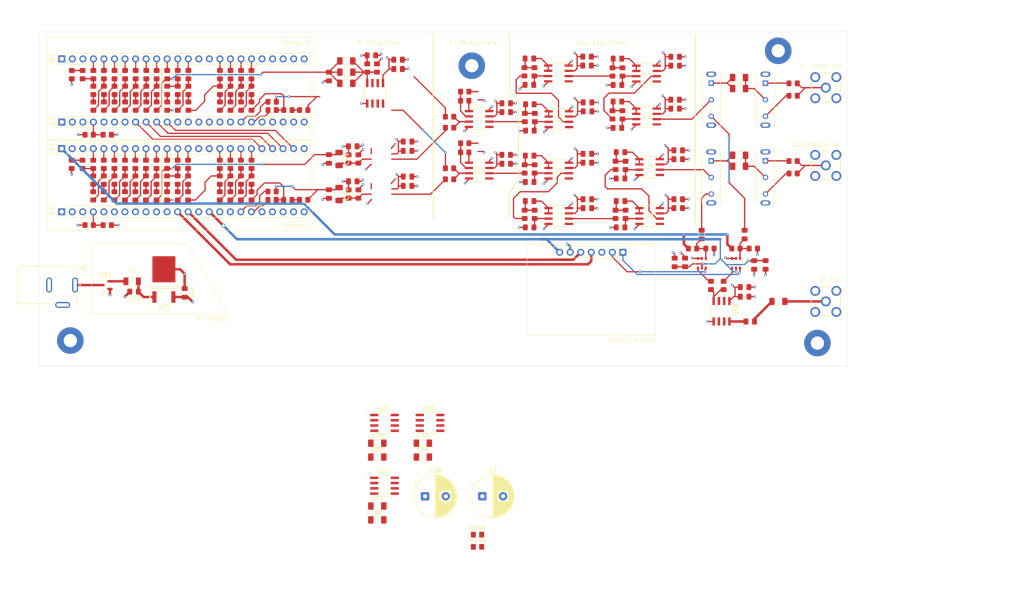
<source format=kicad_pcb>
(kicad_pcb (version 20241229) (generator "pcbnew") (generator_version "9.0")
  (layers (0 "F.Cu" signal) (4 "In1.Cu" signal) (6 "In2.Cu" signal) (2 "B.Cu" mixed) (13 "F.Paste" user) (15 "B.Paste" user) (5 "F.SilkS" user "F.Silkscreen") (7 "B.SilkS" user "B.Silkscreen") (1 "F.Mask" user) (3 "B.Mask" user) (25 "Edge.Cuts" user))
  (net 0 "")
  (net 1 "GND")
  (net 2 "Net-(C3-Pad1)")
  (net 3 "Net-(U1-+IN)")
  (net 4 "/CLK1")
  (net 5 "Net-(U2-+IN)")
  (net 6 "Net-(U3--IN)")
  (net 7 "Net-(U4--IN)")
  (net 8 "/CLK2")
  (net 9 "Net-(C7-Pad1)")
  (net 10 "Net-(U5--IN)")
  (net 11 "/R-2R buffer 2/in")
  (net 12 "Net-(U6--IN)")
  (net 13 "Net-(U3-+IN)")
  (net 14 "Net-(U4-+IN)")
  (net 15 "Net-(U5-+IN)")
  (net 16 "Net-(U6-+IN)")
  (net 24 "/B1_14")
  (net 29 "/B1_15")
  (net 31 "/SCL")
  (net 38 "/B2_15")
  (net 41 "/3V3")
  (net 43 "Net-(U10-Y1)")
  (net 53 "/B2_14")
  (net 55 "/B1_00")
  (net 56 "/B1_03")
  (net 61 "/B1_10")
  (net 63 "/B1_01")
  (net 64 "/B1_12")
  (net 65 "/B1_06")
  (net 67 "/B1_09")
  (net 68 "/B1_07")
  (net 69 "/B1_05")
  (net 70 "/B1_02")
  (net 71 "/B1_11")
  (net 72 "/B1_08")
  (net 73 "/B1_13")
  (net 75 "/B1_04")
  (net 76 "Net-(U17-Y1)")
  (net 78 "/B2_07")
  (net 79 "/B2_08")
  (net 80 "/B2_13")
  (net 81 "/B2_10")
  (net 82 "/B2_01")
  (net 84 "/B2_00")
  (net 85 "/B2_09")
  (net 86 "/B2_12")
  (net 87 "/B2_05")
  (net 88 "/B2_02")
  (net 89 "/B2_11")
  (net 90 "/B2_06")
  (net 91 "/B2_04")
  (net 92 "/B2_03")
  (net 93 "Net-(R1-Pad1)")
  (net 94 "Net-(R1-Pad2)")
  (net 95 "Net-(R2-Pad2)")
  (net 96 "Net-(R18-Pad2)")
  (net 97 "Net-(R4-Pad2)")
  (net 98 "Net-(R19-Pad2)")
  (net 99 "Net-(R6-Pad2)")
  (net 100 "Net-(R20-Pad2)")
  (net 101 "Net-(R8-Pad2)")
  (net 102 "Net-(R10-Pad1)")
  (net 103 "Net-(R10-Pad2)")
  (net 104 "Net-(R11-Pad2)")
  (net 105 "Net-(R12-Pad2)")
  (net 106 "Net-(R13-Pad2)")
  (net 107 "Net-(R14-Pad2)")
  (net 108 "Net-(R25-Pad2)")
  (net 109 "Net-(R25-Pad1)")
  (net 110 "Net-(R26-Pad2)")
  (net 111 "Net-(R27-Pad2)")
  (net 112 "Net-(R28-Pad2)")
  (net 113 "Net-(R29-Pad2)")
  (net 114 "Net-(R30-Pad2)")
  (net 115 "Net-(R31-Pad2)")
  (net 116 "Net-(R32-Pad2)")
  (net 117 "Net-(R33-Pad2)")
  (net 118 "Net-(R34-Pad2)")
  (net 119 "Net-(R35-Pad2)")
  (net 120 "Net-(R36-Pad2)")
  (net 121 "Net-(R37-Pad2)")
  (net 122 "Net-(R38-Pad2)")
  (net 123 "Net-(R49-Pad2)")
  (net 124 "Net-(R49-Pad1)")
  (net 125 "Net-(R50-Pad2)")
  (net 126 "Net-(R51-Pad2)")
  (net 127 "Net-(R52-Pad2)")
  (net 128 "Net-(R53-Pad2)")
  (net 129 "Net-(R54-Pad2)")
  (net 130 "Net-(R55-Pad2)")
  (net 131 "Net-(R56-Pad2)")
  (net 132 "Net-(R57-Pad2)")
  (net 133 "Net-(R58-Pad2)")
  (net 134 "Net-(R59-Pad2)")
  (net 135 "Net-(R60-Pad2)")
  (net 136 "Net-(R61-Pad2)")
  (net 137 "Net-(R62-Pad2)")
  (net 138 "Net-(R73-Pad1)")
  (net 139 "Net-(R73-Pad2)")
  (net 140 "Net-(R74-Pad2)")
  (net 141 "Net-(R75-Pad2)")
  (net 142 "Net-(R76-Pad2)")
  (net 143 "Net-(R77-Pad2)")
  (net 144 "Net-(R78-Pad2)")
  (net 145 "Net-(R79-Pad2)")
  (net 146 "Net-(R80-Pad2)")
  (net 147 "Net-(R81-Pad2)")
  (net 148 "Net-(R82-Pad2)")
  (net 149 "Net-(R83-Pad2)")
  (net 150 "Net-(R84-Pad2)")
  (net 151 "Net-(R85-Pad2)")
  (net 152 "Net-(R86-Pad2)")
  (net 153 "Net-(U1--IN)")
  (net 154 "Net-(U1-FB)")
  (net 155 "Net-(U2--IN)")
  (net 156 "Net-(C12-Pad1)")
  (net 157 "/DI_NF")
  (net 158 "/SDA")
  (net 159 "Net-(C16-Pad1)")
  (net 161 "/DQ_NF")
  (net 168 "/DI_F")
  (net 172 "/BC0")
  (net 173 "/BC1")
  (net 174 "/BC2")
  (net 175 "/BC3")
  (net 176 "Net-(U11-INPUT)")
  (net 177 "Net-(CR1-D)")
  (net 178 "Net-(CR1-S)")
  (net 180 "Net-(J2-Pad1)")
  (net 181 "Net-(C20-Pad1)")
  (net 182 "Net-(C24-Pad1)")
  (net 183 "Net-(JL1-Pin_4)")
  (net 184 "Net-(JL2-Pin_4)")
  (net 185 "/DI1")
  (net 186 "/DI2")
  (net 187 "/DQ1")
  (net 188 "/DQ2")
  (net 189 "Net-(U15-+IN)")
  (net 190 "Net-(U20-IN)")
  (net 191 "Net-(U21-IN)")
  (net 192 "Net-(U22-IN)")
  (net 193 "Net-(U19-IN)")
  (net 195 "Net-(U15--IN)")
  (net 196 "Net-(C61-Pad2)")
  (net 197 "Net-(C61-Pad1)")
  (net 198 "Net-(R126-Pad1)")
  (net 199 "Net-(R127-Pad1)")
  (net 200 "Net-(U7--IN)")
  (net 201 "Net-(C28-Pad1)")
  (net 202 "Net-(U7-+IN)")
  (net 203 "Net-(C32-Pad1)")
  (net 204 "Net-(U8--IN)")
  (net 205 "Net-(U8-+IN)")
  (net 206 "Net-(C36-Pad1)")
  (net 207 "Net-(U9--IN)")
  (net 208 "Net-(U9-+IN)")
  (net 209 "Net-(C39-Pad2)")
  (net 210 "Net-(C39-Pad1)")
  (net 211 "/R-2R buffer 3/in")
  (net 212 "/R-2R buffer 4/in")
  (net 213 "Net-(C58-Pad1)")
  (net 214 "/R-2R buffer 1/in")
  (net 215 "Net-(J4-Pad1)")
  (net 216 "/Sallen-Key LPF I stage 1/out")
  (net 217 "/Sallen-Key LPF I stage 2/out")
  (net 218 "/Sallen-Key LPF I stage 3/out")
  (net 219 "Net-(R113-Pad1)")
  (net 220 "/Sallen-Key LPF Q stage 1/out")
  (net 221 "/Sallen-Key LPF Q stage 2/out")
  (net 222 "/Sallen-Key LPF Q stage 3/out")
  (net 223 "Net-(R120-Pad1)")
  (net 224 "Net-(U15-FB)")
  (net 225 "/DDS output switch I/in")
  (net 226 "/DDS output switch Q/in")
  (net 227 "/DQ_F")
  (net 231 "Vcc")
  (net 232 "Net-(C73-Pad2)")
  (net 233 "Net-(J5-Pad1)")
  (net 234 "Net-(U10-Z)")
  (net 235 "Net-(U18-IN)")
  (net 236 "Net-(U17-Z)")
  (net 237 "Net-(U18-VOUT)")
  (net 239 "/5V")
  (footprint "Resistor_SMD:R_0805_2012Metric_Pad1.20x1.40mm_HandSolder" (layer "F.Cu") (at 39.85 31.1 -90)
    (property "Reference" "R13" (hide yes))
    (property "Value" "Rc" (hide yes))
  )
  (footprint "Resistor_SMD:R_0805_2012Metric_Pad1.20x1.40mm_HandSolder" (layer "F.Cu") (at 44.9 27.3 90)
    (property "Reference" "R25" (hide yes))
    (property "Value" "Rc" (hide yes))
  )
  (footprint "Resistor_SMD:R_0805_2012Metric_Pad1.20x1.40mm_HandSolder" (layer "F.Cu") (at 116.6 27.6 180)
    (property "Reference" "R97" (hide yes))
    (property "Value" "499" (hide yes))
  )
  (footprint "Capacitor_SMD:C_0805_2012Metric_Pad1.18x1.45mm_HandSolder" (layer "F.Cu") (at 168.05 41.75)
    (property "Reference" "C35" (hide yes))
    (property "Value" "100n" (hide yes))
  )
  (footprint "Capacitor_SMD:C_1206_3216Metric_Pad1.33x1.80mm_HandSolder" (layer "F.Cu") (at 95.535354 112.4)
    (property "Reference" "C76")
    (property "Value" "100u")
  )
  (footprint "Resistor_SMD:R_0805_2012Metric_Pad1.20x1.40mm_HandSolder" (layer "F.Cu") (at 152.95 45.4 90)
    (property "Reference" "R118" (hide yes))
    (property "Value" "R" (hide yes))
  )
  (footprint "Resistor_SMD:R_0805_2012Metric_Pad1.20x1.40mm_HandSolder" (layer "F.Cu") (at 65.22 52.74 -90)
    (property "Reference" "R85" (hide yes))
    (property "Value" "Rc" (hide yes))
  )
  (footprint "Resistor_SMD:R_0805_2012Metric_Pad1.20x1.40mm_HandSolder" (layer "F.Cu") (at 152.95 57.2 90)
    (property "Reference" "R116" (hide yes))
    (property "Value" "R" (hide yes))
  )
  (footprint "Resistor_SMD:R_0805_2012Metric_Pad1.20x1.40mm_HandSolder" (layer "F.Cu") (at 32.2 31.1 -90)
    (property "Reference" "R7" (hide yes))
    (property "Value" "Rc" (hide yes))
  )
  (footprint "Resistor_SMD:R_0805_2012Metric_Pad1.20x1.40mm_HandSolder" (layer "F.Cu") (at 44.87 52.74 90)
    (property "Reference" "R88" (hide yes))
    (property "Value" "2R" (hide yes))
  )
  (footprint "Resistor_SMD:R_0805_2012Metric_Pad1.20x1.40mm_HandSolder" (layer "F.Cu") (at 29.65 27.3 -90)
    (property "Reference" "R4" (hide yes))
    (property "Value" "R" (hide yes))
  )
  (footprint "ADA4857:R_8_ADI" (layer "F.Cu") (at 120.064999 34.205)
    (property "Reference" "U1")
    (property "Value" "ADA4857" (hide yes))
  )
  (footprint "Resistor_SMD:R_0805_2012Metric_Pad1.20x1.40mm_HandSolder" (layer "F.Cu") (at 30.45 38)
    (property "Reference" "R136" (hide yes))
    (property "Value" "22k" (hide yes))
  )
  (footprint "Capacitor_SMD:C_1206_3216Metric_Pad1.33x1.80mm_HandSolder" (layer "F.Cu") (at 88.0625 20.2)
    (property "Reference" "C68" (hide yes))
    (property "Value" "100u" (hide yes))
  )
  (footprint "Resistor_SMD:R_0805_2012Metric_Pad1.20x1.40mm_HandSolder" (layer "F.Cu") (at 119.685354 137.4)
    (property "Reference" "R145")
    (property "Value" "4.7k")
  )
  (footprint "ADA4857:R_8_ADI" (layer "F.Cu") (at 139.25 46.65)
    (property "Reference" "U6")
    (property "Value" "ADA4857" (hide yes))
  )
  (footprint "Resistor_SMD:R_0805_2012Metric_Pad1.20x1.40mm_HandSolder" (layer "F.Cu") (at 47.42 52.74 -90)
    (property "Reference" "R75" (hide yes))
    (property "Value" "Rc" (hide yes))
  )
  (footprint "Package_SO:TSOP-6_1.65x3.05mm_P0.95mm" (layer "F.Cu") (at 173.75 69 -90)
    (property "Reference" "U17" (hide yes))
    (property "Value" "~" (hide yes))
  )
  (footprint "Resistor_SMD:R_0805_2012Metric_Pad1.20x1.40mm_HandSolder" (layer "F.Cu") (at 27.07 52.74 -90)
    (property "Reference" "R51" (hide yes))
    (property "Value" "Rc" (hide yes))
  )
  (footprint "Resistor_SMD:R_0805_2012Metric_Pad1.20x1.40mm_HandSolder" (layer "F.Cu") (at 44.87 48.94 90)
    (property "Reference" "R73" (hide yes))
    (property "Value" "Rc" (hide yes))
  )
  (footprint "Capacitor_SMD:C_0805_2012Metric_Pad1.18x1.45mm_HandSolder" (layer "F.Cu") (at 83.870002 23.95 -90)
    (property "Reference" "C69" (hide yes))
    (property "Value" "7p" (hide yes))
  )
  (footprint "ADA4857:R_8_ADI" (layer "F.Cu") (at 120.064999 46.65)
    (property "Reference" "U15")
    (property "Value" "ADA4857" (hide yes))
  )
  (footprint "Resistor_SMD:R_0805_2012Metric_Pad1.20x1.40mm_HandSolder" (layer "F.Cu") (at 34.75 27.3 -90)
    (property "Reference" "R8" (hide yes))
    (property "Value" "R" (hide yes))
  )
  (footprint "Capacitor_SMD:C_0805_2012Metric_Pad1.18x1.45mm_HandSolder" (layer "F.Cu") (at 185.4 83.05)
    (property "Reference" "C73" (hide yes))
    (property "Value" "10n" (hide yes))
  )
  (footprint "Capacitor_SMD:C_0805_2012Metric_Pad1.18x1.45mm_HandSolder" (layer "F.Cu") (at 167.3 29.55)
    (property "Reference" "C19" (hide yes))
    (property "Value" "100n" (hide yes))
  )
  (footprint "Resistor_SMD:R_0805_2012Metric_Pad1.20x1.40mm_HandSolder" (layer "F.Cu") (at 179 74.35 -90)
    (property "Reference" "R121" (hide yes))
    (property "Value" "2k" (hide yes))
  )
  (footprint "Resistor_SMD:R_0805_2012Metric_Pad1.20x1.40mm_HandSolder" (layer "F.Cu") (at 30.45 59.8)
    (property "Reference" "R137" (hide yes))
    (property "Value" "22k" (hide yes))
  )
  (footprint "Capacitor_SMD:C_0805_2012Metric_Pad1.18x1.45mm_HandSolder" (layer "F.Cu") (at 184.05 74.75)
    (property "Reference" "C71" (hide yes))
    (property "Value" "100n" (hide yes))
  )
  (footprint "54_00166:TENSILITY_54-00166" (layer "F.Cu") (at 16.450001 74.250001 -90)
    (property "Reference" "J1")
    (property "Value" "54-00166" (hide yes))
  )
  (footprint "Resistor_SMD:R_0805_2012Metric_Pad1.20x1.40mm_HandSolder" (layer "F.Cu") (at 131.05 46.25 90)
    (property "Reference" "R111" (hide yes))
    (property "Value" "R" (hide yes))
  )
  (footprint "Capacitor_SMD:C_0805_2012Metric_Pad1.18x1.45mm_HandSolder" (layer "F.Cu") (at 102.820002 41.895)
    (property "Reference" "C48" (hide yes))
    (property "Value" "100n" (hide yes))
  )
  (footprint "Capacitor_SMD:C_0805_2012Metric_Pad1.18x1.45mm_HandSolder" (layer "F.Cu") (at 100.5375 19.9)
    (property "Reference" "C65" (hide yes))
    (property "Value" "100n" (hide yes))
  )
  (footprint "SMA_J_P_H_RA_TH1:SAMTEC_SMA-J-P-X-RA-TH1" (layer "F.Cu") (at 203.62 78.2 180)
    (property "Reference" "J5" (hide yes))
    (property "Value" "SMA-J-P-X-RA-TH1" (hide yes))
  )
  (footprint "Resistor_SMD:R_0805_2012Metric_Pad1.20x1.40mm_HandSolder" (layer "F.Cu") (at 77.77 53.69)
    (property "Reference" "R87" (hide yes))
    (property "Value" "Rc" (hide yes))
  )
  (footprint "Resistor_SMD:R_0805_2012Metric_Pad1.20x1.40mm_HandSolder" (layer "F.Cu") (at 34.75 23.5 -90)
    (property "Reference" "R20" (hide yes))
    (property "Value" "2R" (hide yes))
  )
  (footprint "Capacitor_SMD:C_0805_2012Metric_Pad1.18x1.45mm_HandSolder" (layer "F.Cu") (at 102.820002 48.095)
    (property "Reference" "C51" (hide yes))
    (property "Value" "100n" (hide yes))
  )
  (footprint "Resistor_SMD:R_0805_2012Metric_Pad1.20x1.40mm_HandSolder" (layer "F.Cu") (at 39.77 52.74 -90)
    (property "Reference" "R61" (hide yes))
    (property "Value" "Rc" (hide yes))
  )
  (footprint "Capacitor_SMD:C_0805_2012Metric_Pad1.18x1.45mm_HandSolder" (layer "F.Cu") (at 184.05 62.0875 -90)
    (property "Reference" "C64" (hide yes))
    (property "Value" "100u" (hide yes))
  )
  (footprint "Resistor_SMD:R_0805_2012Metric_Pad1.20x1.40mm_HandSolder" (layer "F.Cu") (at 42.35 23.5 -90)
    (property "Reference" "R23" (hide yes))
    (property "Value" "2R" (hide yes))
  )
  (footprint "Resistor_SMD:R_0805_2012Metric_Pad1.20x1.40mm_HandSolder" (layer "F.Cu") (at 131.1 33.85 90)
    (property "Reference" "R101" (hide yes))
    (property "Value" "R" (hide yes))
  )
  (footprint "MountingHole:MountingHole_3.2mm_M3_Pad" (layer "F.Cu") (at 118.3 21.35)
    (property "Reference" "H4" (hide yes))
    (property "Value" "MountingHole_Pad" (hide yes))
  )
  (footprint "Capacitor_SMD:C_1206_3216Metric_Pad1.33x1.80mm_HandSolder" (layer "F.Cu") (at 182.72 24.2)
    (property "Reference" "C61" (hide yes))
    (property "Value" "100u" (hide yes))
  )
  (footprint "Resistor_SMD:R_0805_2012Metric_Pad1.20x1.40mm_HandSolder" (layer "F.Cu") (at 39.85 23.5 -90)
    (property "Reference" "R22" (hide yes))
    (property "Value" "2R" (hide yes))
  )
  (footprint "Resistor_SMD:R_0805_2012Metric_Pad1.20x1.40mm_HandSolder" (layer "F.Cu") (at 65.2 27.3 -90)
    (property "Reference" "R36" (hide yes))
    (property "Value" "R" (hide yes))
  )
  (footprint "Resistor_SMD:R_0805_2012Metric_Pad1.20x1.40mm_HandSolder" (layer "F.Cu") (at 70.17 53.69)
    (property "Reference" "R95" (hide yes))
    (property "Value" "2R" (hide yes))
  )
  (footprint "Capacitor_SMD:C_1206_3216Metric_Pad1.33x1.80mm_HandSolder" (layer "F.Cu") (at 106.505354 112.4)
    (property "Reference" "C75")
    (property "Value" "100u")
  )
  (footprint "Capacitor_SMD:C_0805_2012Metric_Pad1.18x1.45mm_HandSolder" (layer "F.Cu") (at 102.820002 50.345)
    (property "Reference" "C53" (hide yes))
    (property "Value" "100n" (hide yes))
  )
  (footprint "Resistor_SMD:R_0805_2012Metric_Pad1.20x1.40mm_HandSolder" (layer "F.Cu") (at 32.2 23.5 -90)
    (property "Reference" "R19" (hide yes))
    (property "Value" "2R" (hide yes))
  )
  (footprint "SLW_1277744_3A_N_D:SW_SLW-1277744-3A-N-D" (layer "F.Cu") (at 189.070001 48.3 -90)
    (property "Reference" "S5" (hide yes))
    (property "Value" "SLW-1277744" (hide yes))
  )
  (footprint "Resistor_SMD:R_0805_2012Metric_Pad1.20x1.40mm_HandSolder" (layer "F.Cu") (at 60.15 27.3 -90)
    (property "Reference" "R32" (hide yes))
    (property "Value" "R" (hide yes))
  )
  (footprint "Capacitor_SMD:C_0805_2012Metric_Pad1.18x1.45mm_HandSolder" (layer "F.Cu") (at 83.870002 52.295 -90)
    (property "Reference" "C55" (hide yes))
    (property "Value" "7p" (hide yes))
  )
  (footprint "Resistor_SMD:R_0805_2012Metric_Pad1.20x1.40mm_HandSolder" (layer "F.Cu") (at 74 32.05)
    (property "Reference" "R38" (hide yes))
    (property "Value" "R" (hide yes))
  )
  (footprint "Resistor_SMD:R_1206_3216Metric_Pad1.30x1.75mm_HandSolder" (layer "F.Cu") (at 192.2 78.2)
    (property "Reference" "R143" (hide yes))
    (property "Value" "49.9" (hide yes))
  )
  (footprint "Capacitor_SMD:C_0805_2012Metric_Pad1.18x1.45mm_HandSolder" (layer "F.Cu") (at 167.314999 21.35)
    (property "Reference" "C17" (hide yes))
    (property "Value" "100n" (hide yes))
  )
  (footprint "Capacitor_SMD:C_0805_2012Metric_Pad1.18x1.45mm_HandSolder" (layer "F.Cu") (at 153.414999 26 180)
    (property "Reference" "C18" (hide yes))
    (property "Value" "C" (hide yes))
  )
  (footprint "SLW_1277744_3A_N_D:SW_SLW-1277744-3A-N-D" (layer "F.Cu") (at 189.07 29.55 -90)
    (property "Reference" "S2" (hide yes))
    (property "Value" "SLW-1277744" (hide yes))
  )
  (footprint "ADA4857:R_8_ADI" (layer "F.Cu") (at 139.185001 23.214999)
    (property "Reference" "U3")
    (property "Value" "ADA4857" (hide yes))
  )
  (footprint "Resistor_SMD:R_0805_2012Metric_Pad1.20x1.40mm_HandSolder" (layer "F.Cu") (at 21.9 23.5 90)
    (property "Reference" "R16" (hide yes))
    (property "Value" "2R" (hide yes))
  )
  (footprint "Capacitor_SMD:C_0805_2012Metric_Pad1.18x1.45mm_HandSolder" (layer "F.Cu") (at 132.25 60.35 180)
    (property "Reference" "C30" (hide yes))
    (property "Value" "C" (hide yes))
  )
  (footprint "Capacitor_THT:CP_Radial_D10.0mm_P5.00mm" (layer "F.Cu") (at 107.04 125.2)
    (property "Reference" "C58")
    (property "Value" "2.7m")
  )
  (footprint "Capacitor_SMD:C_0805_2012Metric_Pad1.18x1.45mm_HandSolder" (layer "F.Cu") (at 132.25 54)
    (property "Reference" "C28" (hide yes))
    (property "Value" "C" (hide yes))
  )
  (footprint "Resistor_SMD:R_0805_2012Metric_Pad1.20x1.40mm_HandSolder" (layer "F.Cu") (at 42.35 31.1 -90)
    (property "Reference" "R15" (hide yes))
    (property "Value" "Rc" (hide yes))
  )
  (footprint "Capacitor_SMD:C_0805_2012Metric_Pad1.18x1.45mm_HandSolder" (layer "F.Cu") (at 154.15 60.35 180)
    (property "Reference" "C34" (hide yes))
    (property "Value" "C" (hide yes))
  )
  (footprint "Capacitor_SMD:C_1206_3216Metric_Pad1.33x1.80mm_HandSolder" (layer "F.Cu") (at 182.72 26.85)
    (property "Reference" "C62" (hide yes))
    (property "Value" "100u" (hide yes))
  )
  (footprint "Resistor_SMD:R_0805_2012Metric_Pad1.20x1.40mm_HandSolder" (layer "F.Cu") (at 42.32 45.14 -90)
    (property "Reference" "R71" (hide yes))
    (property "Value" "2R" (hide yes))
  )
  (footprint "Resistor_SMD:R_0805_2012Metric_Pad1.20x1.40mm_HandSolder" (layer "F.Cu") (at 133.385001 22.814999 -90)
    (property "Reference" "R106" (hide yes))
    (property "Value" "R" (hide yes))
  )
  (footprint "Resistor_SMD:R_0805_2012Metric_Pad1.20x1.40mm_HandSolder" (layer "F.Cu") (at 95.45 21.9 -90)
    (property "Reference" "R138" (hide yes))
    (property "Value" "220k" (hide yes))
  )
  (footprint "SLW_1277744_3A_N_D:SW_SLW-1277744-3A-N-D" (layer "F.Cu") (at 176.007501 48.3 -90)
    (property "Reference" "S6" (hide yes))
    (property "Value" "SLW-1277744" (hide yes))
  )
  (footprint "Capacitor_SMD:C_0805_2012Metric_Pad1.18x1.45mm_HandSolder" (layer "F.Cu") (at 126.6 42.845)
    (property "Reference" "C56" (hide yes))
    (property "Value" "100n" (hide yes))
  )
  (footprint "Resistor_SMD:R_0805_2012Metric_Pad1.20x1.40mm_HandSolder" (layer "F.Cu") (at 70.17 51.69)
    (property "Reference" "R96" (hide yes))
    (property "Value" "2R" (hide yes))
  )
  (footprint "Resistor_SMD:R_0805_2012Metric_Pad1.20x1.40mm_HandSolder" (layer "F.Cu") (at 39.77 45.14 -90)
    (property "Reference" "R70" (hide yes))
    (property "Value" "2R" (hide yes))
  )
  (footprint "Resistor_SMD:R_0805_2012Metric_Pad1.20x1.40mm_HandSolder" (layer "F.Cu") (at 37.3 23.5 -90)
    (property "Reference" "R21" (hide yes))
    (property "Value" "2R" (hide yes))
  )
  (footprint "Connector_PinHeader_2.54mm:PinHeader_1x24_P2.54mm_Vertical" (layer "F.Cu") (at 19.5 19.7 90)
    (property "Reference" "JR1")
    (property "Value" "Conn_01x24_Pin" (hide yes))
  )
  (footprint "Capacitor_SMD:C_1206_3216Metric_Pad1.33x1.80mm_HandSolder" (layer "F.Cu") (at 86.320002 52.295 -90)
    (property "Reference" "C54")
    (property "Value" "100u")
  )
  (footprint "Capacitor_SMD:C_1206_3216Metric_Pad1.33x1.80mm_HandSolder" (layer "F.Cu") (at 95.535354 127.55)
    (property "Reference" "C77")
    (property "Value" "100u")
  )
  (footprint "Resistor_SMD:R_0805_2012Metric_Pad1.20x1.40mm_HandSolder" (layer "F.Cu") (at 37.22 52.74 -90)
    (property "Reference" "R59" (hide yes))
    (property "Value" "Rc" (hide yes))
  )
  (footprint "Resistor_SMD:R_0805_2012Metric_Pad1.20x1.40mm_HandSolder" (layer "F.Cu") (at 90.970002 43.845 -90)
    (property "Reference" "R104" (hide yes))
    (property "Value" "220k" (hide yes))
  )
  (footprint "Resistor_SMD:R_0805_2012Metric_Pad1.20x1.40mm_HandSolder" (layer "F.Cu") (at 34.72 52.74 -90)
    (property "Reference" "R57" (hide yes))
    (property "Value" "Rc" (hide yes))
  )
  (footprint "Capacitor_SMD:C_1206_3216Metric_Pad1.33x1.80mm_HandSolder" (layer "F.Cu") (at 95.535354 130.9)
    (property "Reference" "C81")
    (property "Value" "100u")
  )
  (footprint "Capacitor_SMD:C_1206_3216Metric_Pad1.33x1.80mm_HandSolder" (layer "F.Cu") (at 88.0625 22.9)
    (property "Reference" "C78" (hide yes))
    (property "Value" "100u" (hide yes))
  )
  (footprint "Resistor_SMD:R_0805_2012Metric_Pad1.20x1.40mm_HandSolder" (layer "F.Cu") (at 154.614999 22.85 -90)
    (property "Reference" "R108" (hide yes))
    (property "Value" "R" (hide yes))
  )
  (footprint "Capacitor_SMD:C_0805_2012Metric_Pad1.18x1.45mm_HandSolder" (layer "F.Cu") (at 173.7 62.0875 -90)
    (property "Reference" "C70" (hide yes))
    (property "Value" "100u" (hide yes))
  )
  (footprint "Resistor_SMD:R_0805_2012Metric_Pad1.20x1.40mm_HandSolder" (layer "F.Cu") (at 65.2 31.1 -90)
    (property "Reference" "R37" (hide yes))
    (property "Value" "Rc" (hide yes))
  )
  (footprint "Resistor_SMD:R_0805_2012Metric_Pad1.20x1.40mm_HandSolder" (layer "F.Cu") (at 26.1 59.8)
    (property "Reference" "R135" (hide yes))
    (property "Value" "50k" (hide yes))
  )
  (footprint "Resistor_SMD:R_0805_2012Metric_Pad1.20x1.40mm_HandSolder" (layer "F.Cu") (at 24.5 23.5 -90)
    (property "Reference" "R1" (hide yes))
    (property "Value" "Rc" (hide yes))
  )
  (footprint "Capacitor_SMD:C_0805_2012Metric_Pad1.18x1.45mm_HandSolder" (layer "F.Cu") (at 89.620002 49.245)
    (property "Reference" "C52" (hide yes))
    (property "Value" "100n" (hide yes))
  )
  (footprint "Resistor_SMD:R_0805_2012Metric_Pad1.20x1.40mm_HandSolder" (layer "F.Cu") (at 133.45 46.25 -90)
    (property "Reference" "R112" (hide yes))
    (property "Value" "R" (hide yes))
  )
  (footprint "Resistor_SMD:R_0805_2012Metric_Pad1.20x1.40mm_HandSolder" (layer "F.Cu") (at 49.92 52.74 -90)
    (property "Reference" "R77" (hide yes))
    (property "Value" "Rc" (hide yes))
  )
  (footprint "Resistor_SMD:R_0805_2012Metric_Pad1.20x1.40mm_HandSolder" (layer "F.Cu") (at 186.15 65.45 180)
    (property "Reference" "R133" (hide yes))
    (property "Value" "100k" (hide yes))
  )
  (footprint "Resistor_SMD:R_0805_2012Metric_Pad1.20x1.40mm_HandSolder" (layer "F.Cu") (at 88.620002 52.295 90)
    (property "Reference" "R122" (hide yes))
    (property "Value" "150k" (hide yes))
  )
  (footprint "Capacitor_SMD:C_0805_2012Metric_Pad1.18x1.45mm_HandSolder" (layer "F.Cu") (at 132.3 30.65)
    (property "Reference" "C7" (hide yes))
    (property "Value" "C" (hide yes))
  )
  (footprint "Capacitor_SMD:C_1206_3216Metric_Pad1.33x1.80mm_HandSolder" (layer "F.Cu") (at 182.720001 42.950001)
    (property "Reference" "C39" (hide yes))
    (property "Value" "100u" (hide yes))
  )
  (footprint "Resistor_SMD:R_0805_2012Metric_Pad1.20x1.40mm_HandSolder" (layer "F.Cu") (at 27.1 23.5 -90)
    (property "Reference" "R17" (hide yes))
    (property "Value" "2R" (hide yes))
  )
  (footprint "Capacitor_SMD:C_0805_2012Metric_Pad1.18x1.45mm_HandSolder" (layer "F.Cu") (at 153.4 30)
    (property "Reference" "C20" (hide yes))
    (property "Value" "C" (hide yes))
  )
  (footprint "Resistor_SMD:R_0805_2012Metric_Pad1.20x1.40mm_HandSolder" (layer "F.Cu") (at 39.85 27.3 -90)
    (property "Reference" "R12" (hide yes))
    (property "Value" "R" (hide yes))
  )
  (footprint "Resistor_SMD:R_0805_2012Metric_Pad1.20x1.40mm_HandSolder" (layer "F.Cu") (at 88.620002 43.845 90)
    (property "Reference" "R103" (hide yes))
    (property "Value" "150k" (hide yes))
  )
  (footprint "UA78M09:KVU0003A_N" (layer "F.Cu") (at 44.1 73.280003 90)
    (property "Reference" "U11")
    (property "Value" "UA78M09CKVURG3" (hide yes))
  )
  (footprint "Resistor_SMD:R_0805_2012Metric_Pad1.20x1.40mm_HandSolder" (layer "F.Cu") (at 32.2 27.3 -90)
    (property "Reference" "R6" (hide yes))
    (property "Value" "R" (hide yes))
  )
  (footprint "Capacitor_SMD:C_1206_3216Metric_Pad1.33x1.80mm_HandSolder" (layer "F.Cu") (at 182.720002 45.6)
    (property "Reference" "C40" (hide yes))
    (property "Value" "100u" (hide yes))
  )
  (footprint "Capacitor_SMD:C_0805_2012Metric_Pad1.18x1.45mm_HandSolder" (layer "F.Cu") (at 146.2 32.35)
    (property "Reference" "C8" (hide yes))
    (property "Value" "100n" (hide yes))
  )
  (footprint "Capacitor_SMD:C_1206_3216Metric_Pad1.33x1.80mm_HandSolder" (layer "F.Cu") (at 86.320002 43.845 -90)
    (property "Reference" "C49")
    (property "Value" "100u")
  )
  (footprint "Capacitor_SMD:C_0805_2012Metric_Pad1.18x1.45mm_HandSolder" (layer "F.Cu") (at 132.25 43.05)
    (property "Reference" "C24" (hide yes))
    (property "Value" "C" (hide yes))
  )
  (footprint "Connector_PinHeader_2.54mm:PinHeader_1x24_P2.54mm_Vertical" (layer "F.Cu") (at 19.47 56.59 90)
    (property "Reference" "JL2")
    (property "Value" "Conn_01x24_Pin" (hide yes))
  )
  (footprint "Capacitor_SMD:C_0805_2012Metric_Pad1.18x1.45mm_HandSolder" (layer "F.Cu") (at 168.05 55.7)
    (property "Reference" "C33" (hide yes))
    (property "Value" "100n" (hide yes))
  )
  (footprint "Resistor_SMD:R_0805_2012Metric_Pad1.20x1.40mm_HandSolder" (layer "F.Cu") (at 34.72 45.14 -90)
    (property "Reference" "R68" (hide yes))
    (property "Value" "2R" (hide yes))
  )
  (footprint "ADA4857:R_8_ADI" (layer "F.Cu") (at 160.4 33.6)
    (property "Reference" "U5")
    (property "Value" "ADA4857" (hide yes))
  )
  (footprint "Capacitor_SMD:C_0805_2012Metric_Pad1.18x1.45mm_HandSolder" (layer "F.Cu") (at 168.05 53.55)
    (property "Reference" "C31" (hide yes))
    (property "Value" "100n" (hide yes))
  )
  (footprint "Capacitor_SMD:C_0805_2012Metric_Pad1.18x1.45mm_HandSolder" (layer "F.Cu") (at 167.2 68.8 -90)
    (property "Reference" "C63" (hide yes))
    (property "Value" "100n" (hide yes))
  )
  (footprint "ADA4857:R_8_ADI" (layer "F.Cu") (at 139.25 57.6)
    (property "Reference" "U7")
    (property "Value" "ADA4857" (hide yes))
  )
  (footprint "Resistor_SMD:R_0805_2012Metric_Pad1.20x1.40mm_HandSolder" (layer "F.Cu") (at 34.72 48.94 -90)
    (property "Reference" "R56" (hide yes))
    (property "Value" "R" (hide yes))
  )
  (footprint "Resistor_SMD:R_0805_2012Metric_Pad1.20x1.40mm_HandSolder" (layer "F.Cu") (at 65.22 45.14 -90)
    (property "Reference" "R94" (hide yes))
    (property "Value" "2R" (hide yes))
  )
  (footprint "Resistor_SMD:R_0805_2012Metric_Pad1.20x1.40mm_HandSolder" (layer "F.Cu") (at 60.15 31.1 -90)
    (property "Reference" "R33" (hide yes))
    (property "Value" "Rc" (hide yes))
  )
  (footprint "LMH6559MA_NOPB:SOIC127P599X175-8N" (layer "F.Cu") (at 97.270354 122.6525)
    (property "Reference" "U22")
    (property "Value" "LMH6559MA")
  )
  (footprint "Capacitor_SMD:C_0805_2012Metric_Pad1.18x1.45mm_HandSolder" (layer "F.Cu") (at 94.1 18.85)
    (property "Reference" "C66" (hide yes))
    (property "Value" "100n" (hide yes))
  )
  (footprint "Resistor_SMD:R_0805_2012Metric_Pad1.20x1.40mm_HandSolder" (layer "F.Cu") (at 42.32 52.74 -90)
    (property "Reference" "R63" (hide yes))
    (property "Value" "Rc" (hide yes))
  )
  (footprint "Resistor_SMD:R_0805_2012Metric_Pad1.20x1.40mm_HandSolder" (layer "F.Cu") (at 47.45 23.5 -90)
    (property "Reference" "R41" (hide yes))
    (property "Value" "2R" (hide yes))
  )
  (footprint "Capacitor_SMD:C_0805_2012Metric_Pad1.18x1.45mm_HandSolder" (layer "F.Cu") (at 153.4 36.35 180)
    (property "Reference" "C22" (hide yes))
    (property "Value" "C" (hide yes))
  )
  (footprint "Capacitor_SMD:C_0805_2012Metric_Pad1.18x1.45mm_HandSolder" (layer "F.Cu") (at 146.15 44.75)
    (property "Reference" "C25" (hide yes))
    (property "Value" "100n" (hide yes))
  )
  (footprint "Resistor_SMD:R_0805_2012Metric_Pad1.20x1.40mm_HandSolder" (layer "F.Cu") (at 70.2 30.05)
    (property "Reference" "R48" (hide yes))
    (property "Value" "2R" (hide yes))
  )
  (footprint "ADA4857:R_8_ADI" (layer "F.Cu") (at 139.3 34.25)
    (property "Reference" "U2")
    (property "Value" "ADA4857" (hide yes))
  )
  (footprint "Capacitor_SMD:C_0805_2012Metric_Pad1.18x1.45mm_HandSolder" (layer "F.Cu") (at 167.314999 19.2)
    (property "Reference" "C15" (hide yes))
    (property "Value" "100n" (hide yes))
  )
  (footprint "Capacitor_SMD:C_0805_2012Metric_Pad1.18x1.45mm_HandSolder" (layer "F.Cu") (at 146.085001 19.164999)
    (property "Reference" "C11" (hide yes))
    (property "Value" "100n" (hide yes))
  )
  (footprint "Capacitor_SMD:C_0805_2012Metric_Pad1.18x1.45mm_HandSolder" (layer "F.Cu") (at 132.185001 19.614999)
    (property "Reference" "C12" (hide yes))
    (property "Value" "C" (hide yes))
  )
  (footprint "Resistor_SMD:R_0805_2012Metric_Pad1.20x1.40mm_HandSolder" (layer "F.Cu") (at 155.35 57.2 -90)
    (property "Reference" "R117" (hide yes))
    (property "Value" "R" (hide yes))
  )
  (footprint "ADA4857:R_8_ADI" (layer "F.Cu") (at 161.15 45.8)
    (property "Reference" "U9")
    (property "Value" "ADA4857" (hide yes))
  )
  (footprint "Capacitor_SMD:C_0805_2012Metric_Pad1.18x1.45mm_HandSolder" (layer "F.Cu") (at 146.15 55.7)
    (property "Reference" "C29" (hide yes))
    (property "Value" "100n" (hide yes))
  )
  (footprint "Capacitor_SMD:C_1206_3216Metric_Pad1.33x1.80mm_HandSolder" (layer "F.Cu") (at 106.505354 115.75)
    (property "Reference" "C79")
    (property "Value" "100u")
  )
  (footprint "Resistor_SMD:R_0805_2012Metric_Pad1.20x1.40mm_HandSolder" (layer "F.Cu") (at 47.42 48.94 -90)
    (property "Reference" "R74" (hide yes))
    (property "Value" "R" (hide yes))
  )
  (footprint "Resistor_SMD:R_0805_2012Metric_Pad1.20x1.40mm_HandSolder" (layer "F.Cu") (at 50 23.5 -90)
    (property "Reference" "R42" (hide yes))
    (property "Value" "2R" (hide yes))
  )
  (footprint "Resistor_SMD:R_0805_2012Metric_Pad1.20x1.40mm_HandSolder" (layer "F.Cu") (at 29.62 52.74 -90)
    (property "Reference" "R53" (hide yes))
    (property "Value" "Rc" (hide yes))
  )
  (footprint "Connector_PinHeader_2.54mm:PinHeader_1x24_P2.54mm_Vertical" (layer "F.Cu") (at 19.5 34.94 90)
    (property "Reference" "JL1")
    (property "Value" "Conn_01x24_Pin" (hide yes))
  )
  (footprint "Capacitor_SMD:C_1206_3216Metric_Pad1.33x1.80mm_HandSolder" (layer "F.Cu") (at 95.535354 115.75)
    (property "Reference" "C80")
    (property "Value" "100u")
  )
  (footprint "Connector_PinHeader_2.54mm:PinHeader_1x24_P2.54mm_Vertical" (layer "F.Cu") (at 19.47 41.35 90)
    (property "Reference" "JR2")
    (property "Value" "Conn_01x24_Pin" (hide yes))
  )
  (footprint "Capacitor_SMD:C_0805_2012Metric_Pad1.18x1.45mm_HandSolder" (layer "F.Cu") (at 189.1 69.4 90)
    (property "Reference" "C42" (hide yes))
    (property "Value" "100n" (hide yes))
  )
  (footprint "Capacitor_SMD:C_0805_2012Metric_Pad1.18x1.45mm_HandSolder" (layer "F.Cu") (at 132.185001 25.964999 180)
    (property "Reference" "C14" (hide yes))
    (property "Value" "C" (hide yes))
  )
  (footprint "Capacitor_SMD:C_0805_2012Metric_Pad1.18x1.45mm_HandSolder" (layer "F.Cu") (at 154.15 54)
    (property "Reference" "C32" (hide yes))
    (property "Value" "C" (hide yes))
  )
  (footprint "DMP3056:DIODE3_DESD1CAN2SOQ-7_DIO" (layer "F.Cu") (at 30.1294 74.265 90)
    (property "Reference" "CR1")
    (property "Value" "DMP3056L-7" (hide yes))
  )
  (footprint "ADA4857:R_8_ADI" (layer "F.Cu") (at 161.15 57.6)
    (property "Reference" "U8")
    (property "Value" "ADA4857" (hide yes))
  )
  (footprint "Resistor_SMD:R_0805_2012Metric_Pad1.20x1.40mm_HandSolder" (layer "F.Cu") (at 27.1 27.3 -90)
    (property "Reference" "R2" (hide yes))
    (property "Value" "R" (hide yes))
  )
  (footprint "Resistor_SMD:R_0805_2012Metric_Pad1.20x1.40mm_HandSolder" (layer "F.Cu") (at 37.22 45.14 -90)
    (property "Reference" "R69" (hide yes))
    (property "Value" "2R" (hide yes))
  )
  (footprint "LMH6559MA_NOPB:SOIC127P599X175-8N" (layer "F.Cu") (at 108.240354 107.5025)
    (property "Reference" "U20")
    (property "Value" "LMH6559MA")
  )
  (footprint "Resistor_SMD:R_0805_2012Metric_Pad1.20x1.40mm_HandSolder" (layer "F.Cu") (at 47.42 45.14 -90)
    (property "Reference" "R89" (hide yes))
    (property "Value" "2R" (hide yes))
  )
  (footprint "Capacitor_SMD:C_0805_2012Metric_Pad1.18x1.45mm_HandSolder" (layer "F.Cu") (at 89.620002 40.795)
    (property "Reference" "C47" (hide yes))
    (property "Value" "100n" (hide yes))
  )
  (footprint "Capacitor_SMD:C_0805_2012Metric_Pad1.18x1.45mm_HandSolder" (layer "F.Cu") (at 168.05 43.9)
    (property "Reference" "C37" (hide yes))
    (property "Value" "100n" (hide yes))
  )
  (footprint "Resistor_SMD:R_0805_2012Metric_Pad1.20x1.40mm_HandSolder" (layer "F.Cu") (at 65.2 23.5 -90)
    (property "Reference" "R46" (hide yes))
    (property "Value" "2R" (hide yes))
  )
  (footprint "Connector_PinHeader_2.54mm:PinHeader_1x07_P2.54mm_Vertical" (layer "F.Cu") (at 154.72 66.349999 -90)
    (property "Reference" "J3" (hide yes))
    (property "Value" "Conn_01x07_Pin" (hide yes))
  )
  (footprint "Resistor_SMD:R_0805_2012Metric_Pad1.20x1.40mm_HandSolder" (layer "F.Cu") (at 152.214999 22.85 90)
    (property "Reference" "R107" (hide yes))
    (property "Value" "R" (hide yes))
  )
  (footprint "LMH6559MA_NOPB:SOIC127P599X175-8N" (layer "F.Cu") (at 178.495 80.57 -90)
    (property "Reference" "U18")
    (property "Value" "LMH6559MA" (hide yes))
  )
  (footprint "Resistor_SMD:R_0805_2012Metric_Pad1.20x1.40mm_HandSolder" (layer "F.Cu") (at 49.92 48.94 -90)
    (property "Reference" "R76" (hide yes))
    (property "Value" "R" (hide yes))
  )
  (footprint "Resistor_SMD:R_0805_2012Metric_Pad1.20x1.40mm_HandSolder" (layer "F.Cu") (at 60.15 23.5 -90)
    (property "Reference" "R44" (hide yes))
    (property "Value" "2R" (hide yes))
  )
  (footprint "Resistor_SMD:R_0805_2012Metric_Pad1.20x1.40mm_HandSolder" (layer "F.Cu") (at 26.1 38)
    (property "Reference" "R134" (hide yes))
    (property "Value" "50k" (hide yes))
  )
  (footprint "Resistor_SMD:R_0805_2012Metric_Pad1.20x1.40mm_HandSolder" (layer "F.Cu") (at 57.57 45.14 -90)
    (property "Reference" "R91" (hide yes))
    (property "Value" "2R" (hide yes))
  )
  (footprint "Resistor_SMD:R_0805_2012Metric_Pad1.20x1.40mm_HandSolder" (layer "F.Cu") (at 119.685354 134.45)
    (property "Reference" "R144")
    (property "Value" "4.7k")
  )
  (footprint "Resistor_SMD:R_0805_2012Metric_Pad1.20x1.40mm_HandSolder" (layer "F.Cu") (at 116.6 29.8)
    (property "Reference" "R98" (hide yes))
    (property "Value" "499" (hide yes))
  )
  (footprint "Resistor_SMD:R_0805_2012Metric_Pad1.20x1.40mm_HandSolder" (layer "F.Cu") (at 175.7 65.45 180)
    (property "Reference" "R142" (hide yes))
    (property "Value" "100k" (hide yes))
  )
  (footprint "Resistor_SMD:R_0805_2012Metric_Pad1.20x1.40mm_HandSolder" (layer "F.Cu") (at 57.6 27.3 -90)
    (property "Reference" "R30" (hide yes))
    (property "Value" "R" (hide yes))
  )
  (footprint "Capacitor_SMD:C_0805_2012Metric_Pad1.18x1.45mm_HandSolder" (layer "F.Cu") (at 132.3 37 180)
    (property "Reference" "C59" (hide yes))
    (property "Value" "C" (hide yes))
  )
  (footprint "Resistor_SMD:R_0805_2012Metric_Pad1.20x1.40mm_HandSolder" (layer "F.Cu") (at 195.750001 47.349999)
    (property "Reference" "R120" (hide yes))
    (property "Value" "75" (hide yes))
  )
  (footprint "Resistor_SMD:R_0805_2012Metric_Pad1.20x1.40mm_HandSolder" (layer "F.Cu") (at 195.750002 44.350001)
    (property "Reference" "R113" (hide yes))
    (property "Value" "50" (hide yes))
  )
  (footprint "Resistor_SMD:R_0805_2012Metric_Pad1.20x1.40mm_HandSolder" (layer "F.Cu") (at 116.6 42.245)
    (property "Reference" "R125" (hide yes))
    (property "Value" "499" (hide yes))
  )
  (footprint "Resistor_SMD:R_0805_2012Metric_Pad1.20x1.40mm_HandSolder" (layer "F.Cu") (at 29.65 23.5 -90)
    (property "Reference" "R18" (hide yes))
    (property "Value" "2R" (hide yes))
  )
  (footprint "Resistor_SMD:R_0805_2012Metric_Pad1.20x1.40mm_HandSolder" (layer "F.Cu") (at 32.17 52.74 -90)
    (property "Reference" "R55" (hide yes))
    (property "Value" "Rc" (hide yes))
  )
  (footprint "Capacitor_SMD:C_0805_2012Metric_Pad1.18x1.45mm_HandSolder" (layer "F.Cu") (at 36.9 75.850001 180)
    (property "Reference" "C43")
    (property "Value" "330n" (hide yes))
  )
  (footprint "Resistor_SMD:R_0805_2012Metric_Pad1.20x1.40mm_HandSolder" (layer "F.Cu") (at 27.07 48.94 -90)
    (property "Reference" "R50" (hide yes))
    (property "Value" "R" (hide yes))
  )
  (footprint "SMA_J_P_H_RA_TH1:SAMTEC_SMA-J-P-X-RA-TH1" (layer "F.Cu") (at 203.62 45.4 180)
    (property "Reference" "J4" (hide yes))
    (property "Value" "SMA-J-P-X-RA-TH1" (hide yes))
  )
  (footprint "Resistor_SMD:R_0805_2012Metric_Pad1.20x1.40mm_HandSolder" (layer "F.Cu") (at 93.1 21.9 90)
    (property "Reference" "R129" (hide yes))
    (property "Value" "150k" (hide yes))
  )
  (footprint "Resistor_SMD:R_0805_2012Metric_Pad1.20x1.40mm_HandSolder" (layer "F.Cu") (at 44.9 23.5 -90)
    (property "Reference" "R24" (hide yes))
    (property "Value" "2R" (hide yes))
  )
  (footprint "Resistor_SMD:R_0805_2012Metric_Pad1.20x1.40mm_HandSolder" (layer "F.Cu") (at 37.22 48.94 -90)
    (property "Reference" "R58" (hide yes))
    (property "Value" "R" (hide yes))
  )
  (footprint "Resistor_SMD:R_0805_2012Metric_Pad1.20x1.40mm_HandSolder" (layer "F.Cu") (at 37.3 31.1 -90)
    (property "Reference" "R11" (hide yes))
    (property "Value" "Rc" (hide yes))
  )
  (footprint "Resistor_SMD:R_0805_2012Metric_Pad1.20x1.40mm_HandSolder" (layer "F.Cu") (at 112.95 46.095)
    (property "Reference" "R139" (hide yes))
    (property "Value" "22k" (hide yes))
  )
  (footprint "Resistor_SMD:R_0805_2012Metric_Pad1.20x1.40mm_HandSolder" (layer "F.Cu") (at 175.95 74.35 -90)
    (property "Reference" "R128" (hide yes))
    (property "Value" "2k" (hide yes))
  )
  (footprint "Resistor_SMD:R_0805_2012Metric_Pad1.20x1.40mm_HandSolder" (layer "F.Cu") (at 152.2 33.2 90)
    (property "Reference" "R109" (hide yes))
    (property "Value" "R" (hide yes))
  )
  (footprint "Capacitor_SMD:C_0805_2012Metric_Pad1.18x1.45mm_HandSolder" (layer "F.Cu") (at 169.7 68.8 -90)
    (property "Reference" "C60" (hide yes))
    (property "Value" "100n" (hide yes))
  )
  (footprint "Capacitor_SMD:C_0805_2012Metric_Pad1.18x1.45mm_HandSolder" (layer "F.Cu") (at 167.3 31.7)
    (property "Reference" "C21" (hide yes))
    (property "Value" "100n" (hide yes))
  )
  (footprint "Capacitor_SMD:C_0805_2012Metric_Pad1.18x1.45mm_HandSolder" (layer "F.Cu") (at 154.15 48.55 180)
    (property "Reference" "C38" (hide yes))
    (property "Value" "C" (hide yes))
  )
  (footprint "Resistor_SMD:R_0805_2012Metric_Pad1.20x1.40mm_HandSolder" (layer "F.Cu") (at 42.32 48.94 -90)
    (property "Reference" "R62" (hide yes))
    (property "Value" "R" (hide yes))
  )
  (footprint "Package_SO:TSOP-6_1.65x3.05mm_P0.95mm" (layer "F.Cu") (at 182 68.990001 -90)
    (property "Reference" "U10" (hide yes))
    (property "Value" "~" (hide yes))
  )
  (footprint "Resistor_SMD:R_0805_2012Metric_Pad1.20x1.40mm_HandSolder" (layer "F.Cu") (at 29.62 45.14 -90)
    (property "Reference" "R66" (hide yes))
    (property "Value" "2R" (hide yes))
  )
  (footprint "Resistor_SMD:R_0805_2012Metric_Pad1.20x1.40mm_HandSolder" (layer "F.Cu") (at 21.87 45.14 90)
    (property "Reference" "R64" (hide yes))
    (property "Value" "2R" (hide yes))
  )
  (footprint "Resistor_SMD:R_0805_2012Metric_Pad1.20x1.40mm_HandSolder" (layer "F.Cu") (at 49.92 45.14 -90)
    (property "Reference" "R90" (hide yes))
    (property "Value" "2R" (hide yes))
  )
  (footprint "Resistor_SMD:R_0805_2012Metric_Pad1.20x1.40mm_HandSolder" (layer "F.Cu") (at 112.95 33.65)
    (property "Reference" "R130" (hide yes))
    (property "Value" "22k" (hide yes))
  )
  (footprint "Resistor_SMD:R_0805_2012Metric_Pad1.20x1.40mm_HandSolder" (layer "F.Cu") (at 60.12 45.14 -90)
    (property "Reference" "R92" (hide yes))
    (property "Value" "2R" (hide yes))
  )
  (footprint "Resistor_SMD:R_0805_2012Metric_Pad1.20x1.40mm_HandSolder" (layer "F.Cu") (at 131.05 57.2 90)
    (property "Reference" "R114" (hide yes))
    (property "Value" "R" (hide yes))
  )
  (footprint "SLW_1277744_3A_N_D:SW_SLW-1277744-3A-N-D" (layer "F.Cu") (at 176.0075 29.55 -90)
    (property "Reference" "S1" (hide yes))
    (property "Value" "SLW-1277744" (hide yes))
  )
  (footprint "Capacitor_THT:CP_Radial_D10.0mm_P5.00mm" (layer "F.Cu") (at 120.85 125.2)
    (property "Reference" "C3")
    (property "Value" "2.7m")
  )
  (footprint "Resistor_SMD:R_0805_2012Metric_Pad1.20x1.40mm_HandSolder" (layer "F.Cu") (at 42.35 27.3 -90)
    (property "Reference" "R14" (hide yes))
    (property "Value" "R" (hide yes))
  )
  (footprint "Resistor_SMD:R_0805_2012Metric_Pad1.20x1.40mm_HandSolder" (layer "F.Cu") (at 62.7 23.5 -90)
    (property "Reference" "R45" (hide yes))
    (property "Value" "2R" (hide yes))
  )
  (footprint "Resistor_SMD:R_0805_2012Metric_Pad1.20x1.40mm_HandSolder" (layer "F.Cu") (at 29.62 48.94 -90)
    (property "Reference" "R52" (hide yes))
    (property "Value" "R" (hide yes))
  )
  (footprint "Resistor_SMD:R_0805_2012Metric_Pad1.20x1.40mm_HandSolder" (layer "F.Cu") (at 27.1 31.1 -90)
    (property "Reference" "R3" (hide yes))
    (property "Value" "Rc" (hide yes))
  )
  (footprint "Resistor_SMD:R_0805_2012Metric_Pad1.20x1.40mm_HandSolder" (layer "F.Cu") (at 73.97 53.69)
    (property "Reference" "R86" (hide yes))
    (property "Value" "R" (hide yes))
  )
  (footprint "Resistor_SMD:R_0805_2012Metric_Pad1.20x1.40mm_HandSolder" (layer "F.Cu") (at 57.6 31.1 -90)
    (property "Reference" "R31" (hide yes))
    (property "Value" "Rc" (hide yes))
  )
  (footprint "Capacitor_SMD:C_0805_2012Metric_Pad1.18x1.45mm_HandSolder" (layer "F.Cu") (at 184.05 77.05)
    (property "Reference" "C72" (hide yes))
    (property "Value" "10n" (hide yes))
  )
  (footprint "Resistor_SMD:R_0805_2012Metric_Pad1.20x1.40mm_HandSolder" (layer "F.Cu") (at 47.45 27.3 -90)
    (property "Reference" "R26" (hide yes))
    (property "Value" "R" (hide yes))
  )
  (footprint "Resistor_SMD:R_0805_2012Metric_Pad1.20x1.40mm_HandSolder" (layer "F.Cu") (at 130.985001 22.814999 90)
    (property "Reference" "R105" (hide yes))
    (property "Value" "R" (hide yes))
  )
  (footprint "Resistor_SMD:R_0805_2012Metric_Pad1.20x1.40mm_HandSolder" (layer "F.Cu") (at 133.45 57.2 -90)
    (property "Reference" "R115" (hide yes))
    (property "Value" "R" (hide yes))
  )
  (footprint "Resistor_SMD:R_0805_2012Metric_Pad1.20x1.40mm_HandSolder" (layer "F.Cu") (at 29.65 31.1 -90)
    (property "Reference" "R5" (hide yes))
    (property "Value" "Rc" (hide yes))
  )
  (footprint "Resistor_SMD:R_0805_2012Metric_Pad1.20x1.40mm_HandSolder" (layer "F.Cu") (at 195.75 28.6)
    (property "Reference" "R127" (hide yes))
    (property "Value" "75" (hide yes))
  )
  (footprint "Resistor_SMD:R_0805_2012Metric_Pad1.20x1.40mm_HandSolder" (layer "F.Cu") (at 57.6 23.5 -90)
    (property "Reference" "R43" (hide yes))
    (property "Value" "2R" (hide yes))
  )
  (footprint "Resistor_SMD:R_0805_2012Metric_Pad1.20x1.40mm_HandSolder" (layer "F.Cu") (at 47.45 31.1 -90)
    (property "Reference" "R27" (hide yes))
    (property "Value" "Rc" (hide yes))
  )
  (footprint "MountingHole:MountingHole_3.2mm_M3_Pad" (layer "F.Cu") (at 201.6 88.25)
    (property "Reference" "H3" (hide yes))
    (property "Value" "MountingHole_Pad" (hide yes))
  )
  (footprint "Capacitor_SMD:C_0805_2012Metric_Pad1.18x1.45mm_HandSolder" (layer "F.Cu") (at 186.35 69.4 90)
    (property "Reference" "C41" (hide yes))
    (property "Value" "100n" (hide yes))
  )
  (footprint "Capacitor_SMD:C_1206_3216Metric_Pad1.33x1.80mm_HandSolder" (layer "F.Cu") (at 88.0625 25.6)
    (property "Reference" "C74" (hide yes))
    (property "Value" "100u" (hide yes))
  )
  (footprint "Resistor_SMD:R_0805_2012Metric_Pad1.20x1.40mm_HandSolder" (layer "F.Cu") (at 57.57 52.74 -90)
    (property "Reference" "R79" (hide yes))
    (property "Value" "Rc" (hide yes))
  )
  (footprint "Resistor_SMD:R_0805_2012Metric_Pad1.20x1.40mm_HandSolder" (layer "F.Cu") (at 39.77 48.94 -90)
    (property "Reference" "R60" (hide yes))
    (property "Value" "R" (hide yes))
  )
  (footprint "Resistor_SMD:R_0805_2012Metric_Pad1.20x1.40mm_HandSolder" (layer "F.Cu") (at 44.87 45.14 -90)
    (property "Reference" "R72" (hide yes))
    (property "Value" "2R" (hide yes))
  )
  (footprint "MountingHole:MountingHole_3.2mm_M3_Pad" (layer "F.Cu") (at 192.15 17.75)
    (property "Reference" "H2" (hide yes))
    (property "Value" "MountingHole_Pad" (hide yes))
  )
  (footprint "Capacitor_SMD:C_0805_2012Metric_Pad1.18x1.45mm_HandSolder" (layer "F.Cu") (at 154.15 42.2)
    (property "Reference" "C36" (hide yes))
    (property "Value" "C" (hide yes))
  )
  (footprint "Resistor_SMD:R_0805_2012Metric_Pad1.20x1.40mm_HandSolder" (layer "F.Cu") (at 37.3 27.3 -90)
    (property "Reference" "R10" (hide yes))
    (property "Value" "R" (hide yes))
  )
  (footprint "Resistor_SMD:R_0805_2012Metric_Pad1.20x1.40mm_HandSolder" (layer "F.Cu") (at 62.7 31.1 -90)
    (property "Reference" "R35" (hide yes))
    (property "Value" "Rc" (hide yes))
  )
  (footprint "Resistor_SMD:R_0805_2012Metric_Pad1.20x1.40mm_HandSolder" (layer "F.Cu") (at 34.75 31.1 -90)
    (property "Reference" "R9" (hide yes))
    (property "Value" "Rc" (hide yes))
  )
  (footprint "Resistor_SMD:R_0805_2012Metric_Pad1.20x1.40mm_HandSolder" (layer "F.Cu") (at 62.67 52.74 -90)
    (property "Reference" "R83" (hide yes))
    (property "Value" "Rc" (hide yes))
  )
  (footprint "Resistor_SMD:R_0805_2012Metric_Pad1.20x1.40mm_HandSolder" (layer "F.Cu") (at 112.95 36.3)
    (property "Reference" "R131" (hide yes))
    (property "Value" "22k" (hide yes))
  )
  (footprint "MountingHole:MountingHole_3.2mm_M3_Pad" (layer "F.Cu") (at 21.55 87.65)
    (property "Reference" "H1" (hide yes))
    (property "Value" "MountingHole_Pad" (hide yes))
  )
  (footprint "Capacitor_SMD:C_0805_2012Metric_Pad1.18x1.45mm_HandSolder" (layer "F.Cu") (at 126.6 30.4)
    (property "Reference" "C1" (hide yes))
    (property "Value" "100n" (hide yes))
  )
  (footprint "Resistor_SMD:R_0805_2012Metric_Pad1.20x1.40mm_HandSolder" (layer "F.Cu") (at 50 31.1 -90)
    (property "Reference" "R29" (hide yes))
    (property "Value" "Rc" (hide yes))
  )
  (footprint "Capacitor_SMD:C_0805_2012Metric_Pad1.18x1.45mm_HandSolder" (layer "F.Cu") (at 146.15 42.6)
    (property "Reference" "C23" (hide yes))
    (property "Value" "100n" (hide yes))
  )
  (footprint "Capacitor_SMD:C_0805_2012Metric_Pad1.18x1.45mm_HandSolder" (layer "F.Cu") (at 132.25 49.4 180)
    (property "Reference" "C26" (hide yes))
    (property "Value" "C" (hide yes))
  )
  (footprint "Resistor_SMD:R_0805_2012Metric_Pad1.20x1.40mm_HandSolder" (layer "F.Cu") (at 70.2 32.05)
    (property "Reference" "R47" (hide yes))
    (property "Value" "2R" (hide yes))
  )
  (footprint "Resistor_SMD:R_0805_2012Metric_Pad1.20x1.40mm_HandSolder" (layer "F.Cu") (at 65.22 48.94 -90)
    (property "Reference" "R84" (hide yes))
    (property "Value" "R" (hide yes))
  )
  (footprint "Resistor_SMD:R_0805_2012Metric_Pad1.20x1.40mm_HandSolder" (layer "F.Cu") (at 57.57 48.94 -90)
    (property "Reference" "R78" (hide yes))
    (property "Value" "R" (hide yes))
  )
  (footprint "Capacitor_SMD:C_0805_2012Metric_Pad1.18x1.45mm_HandSolder" (layer "F.Cu") (at 49.1 76.137501 90)
    (property "Reference" "C44")
    (property "Value" "100n" (hide yes))
  )
  (footprint "Resistor_SMD:R_0805_2012Metric_Pad1.20x1.40mm_HandSolder" (layer "F.Cu") (at 195.75 25.6)
    (property "Reference" "R126" (hide yes))
    (property "Value" "50" (hide yes))
  )
  (footprint "Resistor_SMD:R_0805_2012Metric_Pad1.20x1.40mm_HandSolder" (layer "F.Cu") (at 133.5 33.85 -90)
    (property "Reference" "R102" (hide yes))
    (property "Value" "R" (hide yes))
  )
  (footprint "Resistor_SMD:R_0805_2012Metric_Pad1.20x1.40mm_HandSolder" (layer "F.Cu") (at 90.970002 52.295 -90)
    (property "Reference" "R123" (hide yes))
    (property "Value" "220k" (hide yes))
  )
  (footprint "Capacitor_SMD:C_0805_2012Metric_Pad1.18x1.45mm_HandSolder" (layer "F.Cu") (at 146.085001 21.314999)
    (property "Reference" "C13" (hide yes))
    (property "Value" "100n" (hide yes))
  )
  (footprint "Capacitor_SMD:C_0805_2012Metric_Pad1.18x1.45mm_HandSolder" (layer "F.Cu") (at 102.820002 39.645)
    (property "Reference" "C46" (hide yes))
    (property "Value" "100n" (hide yes))
  )
  (footprint "Resistor_SMD:R_0805_2012Metric_Pad1.20x1.40mm_HandSolder" (layer "F.Cu") (at 32.17 48.94 -90)
    (property "Reference" "R54" (hide yes))
    (property "Value" "R" (hide yes))
  )
  (footprint "LMH6559MA_NOPB:SOIC127P599X175-8N" (layer "F.Cu") (at 95 28.005 -90)
    (property "Reference" "U19" (hide yes))
    (property "Value" "LMH6559MA" (hide yes))
  )
  (footprint "0ZCJ0020FF2E:RESC3216X125N" (layer "F.Cu") (at 36.45 73.350001)
    (property "Reference" "F1")
    (property "Value" "Ih 200mA" (hide yes))
  )
  (footprint "Capacitor_SMD:C_0805_2012Metric_Pad1.18x1.45mm_HandSolder" (layer "F.Cu") (at 146.2 30.2)
    (property "Reference" "C6" (hide yes))
    (property "Value" "100n" (hide yes))
  )
  (footprint "Resistor_SMD:R_0805_2012Metric_Pad1.20x1.40mm_HandSolder" (layer "F.Cu") (at 27.07 45.14 -90)
    (property "Reference" "R65" (hide yes))
    (property "Value" "2R" (hide yes))
  )
  (footprint "Resistor_SMD:R_0805_2012Metric_Pad1.20x1.40mm_HandSolder" (layer "F.Cu") (at 50 27.3 -90)
    (property "Reference" "R28" (hide yes))
    (property "Value" "R" (hide yes))
  )
  (footprint "Resistor_SMD:R_0805_2012Metric_Pad1.20x1.40mm_HandSolder" (layer "F.Cu") (at 24.47 45.14 -90)
    (property "Reference" "R49" (hide yes))
    (property "Value" "Rc" (hide yes))
  )
  (footprint "Resistor_SMD:R_0805_2012Metric_Pad1.20x1.40mm_HandSolder" (layer "F.Cu") (at 171.5 65.45 180)
    (property "Reference" "R141" (hide yes))
    (property "Value" "100k" (hide yes))
  )
  (footprint "ADA4857:R_8_ADI" (layer "F.Cu") (at 160.414999 23.25)
    (property "Reference" "U4")
    (property "Value" "ADA4857" (hide yes))
  )
  (footprint "LMH6559MA_NOPB:SOIC127P599X175-8N" (layer "F.Cu") (at 97.270354 107.5025)
    (property "Reference" "U21")
    (property "Value" "LMH6559MA")
  )
  (footprint "Resistor_SMD:R_0805_2012Metric_Pad1.20x1.40mm_HandSolder" (layer "F.Cu") (at 181.95 65.45 180)
    (property "Reference" "R132" (hide yes))
    (property "Value" "100k" (hide yes))
  )
  (footprint "Resistor_SMD:R_0805_2012Metric_Pad1.20x1.40mm_HandSolder" (layer "F.Cu") (at 62.67 45.14 -90)
    (property "Reference" "R93" (hide yes))
    (property "Value" "2R" (hide yes))
  )
  (footprint "Capacitor_SMD:C_0805_2012Metric_Pad1.18x1.45mm_HandSolder" (layer "F.Cu") (at 126.6 32.55)
    (property "Reference" "C2" (hide yes))
    (property "Value" "100n" (hide yes))
  )
  (footprint "Resistor_SMD:R_0805_2012Metric_Pad1.20x1.40mm_HandSolder" (layer "F.Cu") (at 62.7 27.3 -90)
    (property "Reference" "R34" (hide yes))
    (property "Value" "R" (hide yes))
  )
  (footprint "Capacitor_SMD:C_0805_2012Metric_Pad1.18x1.45mm_HandSolder" (layer "F.Cu") (at 126.6 44.995)
    (property "Reference" "C57" (hide yes))
    (property "Value" "100n" (hide yes))
  )
  (footprint "Resistor_SMD:R_0805_2012Metric_Pad1.20x1.40mm_HandSolder" (layer "F.Cu") (at 60.12 48.94 -90)
    (property "Reference" "R80" (hide yes))
    (property "Value" "R" (hide yes))
  )
  (footprint "Capacitor_SMD:C_0805_2012Metric_Pad1.18x1.45mm_HandSolder" (layer "F.Cu") (at 100.5375 22.15)
    (property "Reference" "C67" (hide yes))
    (property "Value" "100n" (hide yes))
  )
  (footprint "Capacitor_SMD:C_0805_2012Metric_Pad1.18x1.45mm_HandSolder" (layer "F.Cu") (at 83.870002 43.845 -90)
    (property "Reference" "C50" (hide yes))
    (property "Value" "7p" (hide yes))
  )
  (footprint "SMA_J_P_H_RA_TH1:SAMTEC_SMA-J-P-X-RA-TH1" (layer "F.Cu") (at 203.62 26.65 180)
    (property "Reference" "J2" (hide yes))
    (property "Value" "SMA-J-P-X-RA-TH1" (hide yes))
  )
  (footprint "Resistor_SMD:R_0805_2012Metric_Pad1.20x1.40mm_HandSolder" (layer "F.Cu") (at 116.6 40.045 180)
    (property "Reference" "R124" (hide yes))
    (property "Value" "499" (hide yes))
  )
  (footprint "Resistor_SMD:R_0805_2012Metric_Pad1.20x1.40mm_HandSolder" (layer "F.Cu") (at 112.95 48.745)
    (property "Reference" "R140" (hide yes))
    (property "Value" "22k" (hide yes))
  )
  (footprint "Capacitor_SMD:C_0805_2012Metric_Pad1.18x1.45mm_HandSolder" (layer "F.Cu") (at 146.15 53.55)
    (property "Reference" "C27" (hide yes))
    (property "Value" "100n" (hide yes))
  )
  (footprint "Resistor_SMD:R_0805_2012Metric_Pad1.20x1.40mm_HandSolder" (layer "F.Cu") (at 155.35 45.4 -90)
    (property "Reference" "R119" (hide yes))
    (property "Value" "R" (hide yes))
  )
  (footprint "Resistor_SMD:R_0805_2012Metric_Pad1.20x1.40mm_HandSolder" (layer "F.Cu") (at 77.8 32.05)
    (property "Reference" "R39" (hide yes))
    (property "Value" "Rc" (hide yes))
  )
  (footprint "Resistor_SMD:R_0805_2012Metric_Pad1.20x1.40mm_HandSolder" (layer "F.Cu") (at 62.67 48.94 -90)
    (property "Reference" "R82" (hide yes))
    (property "Value" "R" (hide yes))
  )
  (footprint "Capacitor_SMD:C_0805_2012Metric_Pad1.18x1.45mm_HandSolder" (layer "F.Cu") (at 153.414999 19.65)
    (property "Reference" "C16" (hide yes))
    (property "Value" "C" (hide yes))
  )
  (footprint "Resistor_SMD:R_0805_2012Metric_Pad1.20x1.40mm_HandSolder" (layer "F.Cu") (at 60.12 52.74 -90)
    (property "Reference" "R81" (hide yes))
    (property "Value" "Rc" (hide yes))
  )
  (footprint "Resistor_SMD:R_0805_2012Metric_Pad1.20x1.40mm_HandSolder" (layer "F.Cu") (at 32.17 45.14 -90)
    (property "Reference" "R67" (hide yes))
    (property "Value" "2R" (hide yes))
  )
  (footprint "Resistor_SMD:R_0805_2012Metric_Pad1.20x1.40mm_HandSolder" (layer "F.Cu") (at 44.9 31.1 90)
    (property "Reference" "R40" (hide yes))
    (property "Value" "2R" (hide yes))
  )
  (footprint "Resistor_SMD:R_0805_2012Metric_Pad1.20x1.40mm_HandSolder" (layer "F.Cu") (at 154.6 33.2 -90)
    (property "Reference" "R110" (hide yes))
    (property "Value" "R" (hide yes))
  )
  (gr_poly (pts (xy 26.7 64.2) (xy 26.7 81.15) (xy 59.55 81.15) (xy 49.6 64.2)) (stroke (width 0.1)) (fill no) (layer "F.SilkS"))
  (gr_line (start 127.35 13.85) (end 127.35 27.45) (stroke (width 0.2)) (layer "F.SilkS"))
  (gr_line (start 43.6 43.3) (end 43.6 54.6) (stroke (width 0.2)) (layer "F.SilkS"))
  (gr_poly (pts (xy 131.6 86.349998) (xy 131.599999 64.35) (xy 162.6 64.35) (xy 162.600001 86.350001)) (stroke (width 0.1)) (fill no) (layer "F.SilkS"))
  (gr_line (start 129.55 48.3) (end 127.3 52.35) (stroke (width 0.2)) (layer "F.SilkS"))
  (gr_line (start 172.15 13.85) (end 172.15 59.85) (stroke (width 0.2)) (layer "F.SilkS"))
  (gr_line (start 109 13.85) (end 109 58) (stroke (width 0.2)) (layer "F.SilkS"))
  (gr_line (start 129.55 29.65) (end 127.35 27.45) (stroke (width 0.2)) (layer "F.SilkS"))
  (gr_rect (start 16 39.25) (end 79.8 61.1) (stroke (width 0.1)) (fill no) (layer "F.SilkS"))
  (gr_line (start 129.55 29.65) (end 129.55 48.3) (stroke (width 0.2)) (layer "F.SilkS"))
  (gr_line (start 127.3 52.35) (end 127.3 58) (stroke (width 0.2)) (layer "F.SilkS"))
  (gr_rect (start 16 14.45) (end 79.8 39.25) (stroke (width 0.1)) (fill no) (layer "F.SilkS"))
  (gr_line (start 43.65 21.65) (end 43.65 32.95) (stroke (width 0.2)) (layer "F.SilkS"))
  (gr_rect (start 14 13.2) (end 208.75 93.8) (stroke (width 0.05)) (fill no) (layer "Edge.Cuts"))
  (gr_text "R-2R summers" (at 112.7 16.4 0) (layer "F.SilkS") (effects (font (size 1 1) (thickness 0.1)) (justify left bottom)))
  (gr_text "9V supply" (at 51.8 82.85 0) (layer "F.SilkS") (effects (font (size 1 1) (thickness 0.1)) (justify left bottom)))
  (gr_text "Si5351 module" (at 151.23076 88.019239 0) (layer "F.SilkS") (effects (font (size 1 1) (thickness 0.1)) (justify left bottom)))
  (gr_text "RF out" (at 202 73.6 0) (layer "F.SilkS") (effects (font (size 1 1) (thickness 0.1)) (justify left bottom)))
  (gr_text "In-phase out" (at 197.25 21.85 0) (layer "F.SilkS") (effects (font (size 1 1) (thickness 0.1)) (justify left bottom)))
  (gr_text "R-2R buffers" (at 90.6 16.4 0) (layer "F.SilkS") (effects (font (size 1 1) (thickness 0.1)) (justify left bottom)))
  (gr_text "Teensy 2" (at 72.7 60.3 0) (layer "F.SilkS") (effects (font (size 1 1) (thickness 0.1)) (justify left bottom)))
  (gr_text "Teensy 1" (at 72.5 16.3 0) (layer "F.SilkS") (effects (font (size 1 1) (thickness 0.1)) (justify left bottom)))
  (gr_text "Low-pass filters" (at 143.3 16.4 0) (layer "F.SilkS") (effects (font (size 1 1) (thickness 0.1)) (justify left bottom)))
  (gr_text "Quadrature out" (at 195.8 40.95 0) (layer "F.SilkS") (effects (font (size 1 1) (thickness 0.1)) (justify left bottom)))
  (segment (start 94.070002 51.065) (end 94.070002 49.795) (width 0.3) (layer "F.Cu") (net 0))
  (segment (start 94.070002 42.615) (end 94.070002 41.345) (width 0.3) (layer "F.Cu") (net 0))
  (segment (start 95.45 20.75) (end 96.6 19.6) (width 0.3) (layer "F.Cu") (net 1))
  (segment (start 105.105 39.645) (end 105.15 39.6) (width 0.3) (layer "F.Cu") (net 1))
  (segment (start 131.2625 37) (end 129.95 37) (width 0.3) (layer "F.Cu") (net 1))
  (segment (start 170.519999 41.75) (end 170.564999 41.795) (width 0.3) (layer "F.Cu") (net 1))
  (segment (start 136.835001 36.155) (end 136.835001 36.264999) (width 0.3) (layer "F.Cu") (net 1))
  (segment (start 141.714999 55.335001) (end 142.45 54.6) (width 0.3) (layer "F.Cu") (net 1))
  (segment (start 141.65 21.309999) (end 141.65 20.95) (width 0.3) (layer "F.Cu") (net 1))
  (segment (start 158.685001 47.705) (end 158.685001 47.814999) (width 0.3) (layer "F.Cu") (net 1))
  (segment (start 169.0875 43.9) (end 170.559999 43.9) (width 0.3) (layer "F.Cu") (net 1))
  (segment (start 151.734 60.35) (end 151.7292 60.3548) (width 0.3) (layer "F.Cu") (net 1))
  (segment (start 83.870002 44.85) (end 82.832502 44.85) (width 0.3) (layer "F.Cu") (net 1))
  (segment (start 101.575 19.9) (end 102.7875 19.9) (width 0.3) (layer "F.Cu") (net 1))
  (segment (start 91.775 30.475) (end 91.75 30.45) (width 0.3) (layer "F.Cu") (net 1))
  (segment (start 127.6375 42.845) (end 128.995 42.845) (width 0.3) (layer "F.Cu") (net 1))
  (segment (start 171.490001 67.840001) (end 171.4 67.75) (width 0.3) (layer "F.Cu") (net 1))
  (segment (start 157.935001 35.614999) (end 156.85 36.7) (width 0.3) (layer "F.Cu") (net 1))
  (segment (start 158.685001 47.814999) (end 157.6 48.9) (width 0.3) (layer "F.Cu") (net 1))
  (segment (start 141.714999 55.695) (end 141.714999 55.335001) (width 0.3) (layer "F.Cu") (net 1))
  (segment (start 49.1 75.100001) (end 49.1 71.550001) (width 0.6) (layer "F.Cu") (net 1))
  (segment (start 141.714999 44.745) (end 141.714999 44.385001) (width 0.3) (layer "F.Cu") (net 1))
  (segment (start 167.2 66.8) (end 166.8 66.4) (width 0.3) (layer "F.Cu") (net 1))
  (segment (start 129.779999 60.35) (end 129.764999 60.335) (width 0.3) (layer "F.Cu") (net 1))
  (segment (start 182 67.830001) (end 181.05 67.830002) (width 0.3) (layer "F.Cu") (net 1))
  (segment (start 127.6375 32.55) (end 128.85 32.55) (width 0.3) (layer "F.Cu") (net 1))
  (segment (start 103.857502 50.345) (end 105.095 50.345) (width 0.3) (layer "F.Cu") (net 1))
  (segment (start 168.3375 31.7) (end 169.6969 31.7) (width 0.3) (layer "F.Cu") (net 1))
  (segment (start 157.935001 35.505) (end 157.935001 35.614999) (width 0.3) (layer "F.Cu") (net 1))
  (segment (start 158.685001 59.614999) (end 157.6 60.7) (width 0.3) (layer "F.Cu") (net 1))
  (segment (start 44.87 53.74) (end 46.12 53.74) (width 0.3) (layer "F.Cu") (net 1))
  (segment (start 105.095 50.345) (end 105.1 50.35) (width 0.3) (layer "F.Cu") (net 1))
  (segment (start 162.864999 31.335001) (end 163.6 30.6) (width 0.3) (layer "F.Cu") (net 1))
  (segment (start 136.720002 25.229998) (end 135.635001 26.314999) (width 0.3) (layer "F.Cu") (net 1))
  (segment (start 122.529998 31.870002) (end 123.15 31.25) (width 0.3) (layer "F.Cu") (net 1))
  (segment (start 82.832502 44.85) (end 82.420002 45.2625) (width 0.3) (layer "F.Cu") (net 1))
  (segment (start 150.95 26) (end 150.9 26.05) (width 0.3) (layer "F.Cu") (net 1))
  (segment (start 148.499999 53.55) (end 148.514999 53.535) (width 0.3) (layer "F.Cu") (net 1))
  (segment (start 176.7 65.45) (end 176.7 67) (width 0.3) (layer "F.Cu") (net 1))
  (segment (start 147.1875 44.75) (end 148.6 44.75) (width 0.3) (layer "F.Cu") (net 1))
  (segment (start 82.832502 24.9875) (end 82.420002 25.4) (width 0.3) (layer "F.Cu") (net 1))
  (segment (start 131.2125 49.4) (end 129.95 49.4) (width 0.3) (layer "F.Cu") (net 1))
  (segment (start 167.2 67.7625) (end 167.2 66.8) (width 0.3) (layer "F.Cu") (net 1))
  (segment (start 148.585001 21.314999) (end 148.6 21.3) (width 0.3) (layer "F.Cu") (net 1))
  (segment (start 163.614999 55.695) (end 163.614999 55.335001) (width 0.3) (layer "F.Cu") (net 1))
  (segment (start 147.1875 42.6) (end 148.65 42.6) (width 0.3) (layer "F.Cu") (net 1))
  (segment (start 148.6 44.75) (end 148.65 44.7) (width 0.3) (layer "F.Cu") (net 1))
  (segment (start 21.87 46.14) (end 21.87 47.59) (width 0.3) (layer "F.Cu") (net 1))
  (segment (start 148.479999 55.7) (end 148.514999 55.735) (width 0.3) (layer "F.Cu") (net 1))
  (segment (start 152.377499 26) (end 150.95 26) (width 0.3) (layer "F.Cu") (net 1))
  (segment (start 147.1875 55.7) (end 148.479999 55.7) (width 0.3) (layer "F.Cu") (net 1))
  (segment (start 136.720002 25.119999) (end 136.720002 25.229998) (width 0.3) (layer "F.Cu") (net 1))
  (segment (start 99 49.565002) (end 99.820002 48.745) (width 0.3) (layer "F.Cu") (net 1))
  (segment (start 162.864999 31.695) (end 162.864999 31.335001) (width 0.3) (layer "F.Cu") (net 1))
  (segment (start 147.122501 19.164999) (end 148.564999 19.164999) (width 0.3) (layer "F.Cu") (net 1))
  (segment (start 103.857502 41.895) (end 105.105 41.895) (width 0.3) (layer "F.Cu") (net 1))
  (segment (start 90.657502 40.795) (end 91.670002 40.795) (width 0.3) (layer "F.Cu") (net 1))
  (segment (start 141.764999 31.985001) (end 142.5 31.25) (width 0.3) (layer "F.Cu") (net 1))
  (segment (start 181.05 67.830002) (end 179.65 67.830002) (width 0.3) (layer "F.Cu") (net 1))
  (segment (start 130.885001 25.964999) (end 129.9 26.95) (width 0.3) (layer "F.Cu") (net 1))
  (segment (start 186.35 70.4375) (end 186.35 71.85) (width 0.3) (layer "F.Cu") (net 1))
  (segment (start 169.7 67.7625) (end 169.7 67.45) (width 0.3) (layer "F.Cu") (net 1))
  (segment (start 121.0875 29.5875) (end 121.3 29.8) (width 0.3) (layer "F.Cu") (net 1))
  (segment (start 103.857502 39.645) (end 105.105 39.645) (width 0.3) (layer "F.Cu") (net 1))
  (segment (start 102.7875 19.9) (end 102.8375 19.85) (width 0.3) (layer "F.Cu") (net 1))
  (segment (start 95.45 20.9) (end 95.45 20.75) (width 0.3) (layer "F.Cu") (net 1))
  (segment (start 168.352499 19.2) (end 169.714998 19.2) (width 0.3) (layer "F.Cu") (net 1))
  (segment (start 189.1 70.4375) (end 189.1 71.85) (width 0.3) (layer "F.Cu") (net 1))
  (segment (start 148.564999 19.164999) (end 148.6 19.2) (width 0.3) (layer "F.Cu") (net 1))
  (segment (start 91.670002 49.245) (end 92.020002 48.895) (width 0.3) (layer "F.Cu") (net 1))
  (segment (start 31.45 38) (end 32.9 38) (width 0.3) (layer "F.Cu") (net 1))
  (segment (start 21.9 24.5) (end 21.9 25.95) (width 0.3) (layer "F.Cu") (net 1))
  (segment (start 122.529998 44.745) (end 122.529998 44.315002) (width 0.3) (layer "F.Cu") (net 1))
  (segment (start 187.15 65.45) (end 187.15 66.9) (width 0.3) (layer "F.Cu") (net 1))
  (segment (start 127.6375 30.4) (end 128.85 30.4) (width 0.3) (layer "F.Cu") (net 1))
  (segment (start 99 49.795) (end 99 49.565002) (width 0.3) (layer "F.Cu") (net 1))
  (segment (start 179.65 67.830002) (end 179.45 67.630002) (width 0.3) (layer "F.Cu") (net 1))
  (segment (start 158.685001 59.505) (end 158.685001 59.614999) (width 0.3) (layer "F.Cu") (net 1))
  (segment (start 93.995 45.155) (end 92.8 46.35) (width 0.3) (layer "F.Cu") (net 1))
  (segment (start 152.3625 36.35) (end 151 36.35) (width 0.3) (layer "F.Cu") (net 1))
  (segment (start 119.8 42.0325) (end 121.0875 42.0325) (width 0.3) (layer "F.Cu") (net 1))
  (segment (start 151.7 48.55) (end 151.65 48.6) (width 0.3) (layer "F.Cu") (net 1))
  (segment (start 94.070002 53.605) (end 94.070002 53.645) (width 0.3) (layer "F.Cu") (net 1))
  (segment (start 90.970002 51.295) (end 90.970002 51.145) (width 0.3) (layer "F.Cu") (net 1))
  (segment (start 31.1 75.179999) (end 31.1 76.650001) (width 0.6) (layer "F.Cu") (net 1))
  (segment (start 105.105 41.895) (end 105.15 41.85) (width 0.3) (layer "F.Cu") (net 1))
  (segment (start 102.8375 22.15) (end 102.9375 22.05) (width 0.3) (layer "F.Cu") (net 1))
  (segment (start 172.8 67.840001) (end 171.490001 67.840001) (width 0.3) (layer "F.Cu") (net 1))
  (segment (start 128.995 42.845) (end 129 42.85) (width 0.3) (layer "F.Cu") (net 1))
  (segment (start 170.559999 43.9) (end 170.564999 43.895) (width 0.3) (layer "F.Cu") (net 1))
  (segment (start 168.3375 29.55) (end 169.6969 29.55) (width 0.3) (layer "F.Cu") (net 1))
  (segment (start 168.352499 21.35) (end 169.694998 21.35) (width 0.3) (layer "F.Cu") (net 1))
  (segment (start 95.1375 18.85) (end 96.15 18.85) (width 0.3) (layer "F.Cu") (net 1))
  (segment (start 44.1 70.45) (end 47.999999 70.45) (width 0.6) (layer "F.Cu") (net 1))
  (segment (start 90.970002 42.695) (end 92.120002 41.545) (width 0.3) (layer "F.Cu") (net 1))
  (segment (start 147.1875 53.55) (end 148.499999 53.55) (width 0.3) (layer "F.Cu") (net 1))
  (segment (start 96.15 18.85) (end 96.5 18.5) (width 0.3) (layer "F.Cu") (net 1))
  (segment (start 169.0875 53.55) (end 170.5244 53.55) (width 0.3) (layer "F.Cu") (net 1))
  (segment (start 31.45 59.8) (end 33.15 59.8) (width 0.3) (layer "F.Cu") (net 1))
  (segment (start 157.95 25.155) (end 157.95 25.264999) (width 0.3) (layer "F.Cu") (net 1))
  (segment (start 185.0875 77.05) (end 186.5 77.05) (width 0.3) (layer "F.Cu") (net 1))
  (segment (start 127.6375 44.995) (end 128.995 44.995) (width 0.3) (layer "F.Cu") (net 1))
  (segment (start 170.5244 53.55) (end 170.5292 53.5548) (width 0.3) (layer "F.Cu") (net 1))
  (segment (start 82.6675 53.3325) (end 82.35 53.65) (width 0.3) (layer "F.Cu") (net 1))
  (segment (start 169.714998 19.2) (end 169.729998 19.185) (width 0.3) (layer "F.Cu") (net 1))
  (segment (start 103.857502 48.095) (end 105.095 48.095) (width 0.3) (layer "F.Cu") (net 1))
  (segment (start 47.999999 70.45) (end 49.1 71.550001) (width 0.6) (layer "F.Cu") (net 1))
  (segment (start 122.529998 44.315002) (end 123.15 43.695) (width 0.3) (layer "F.Cu") (net 1))
  (segment (start 153.1125 60.35) (end 151.734 60.35) (width 0.3) (layer "F.Cu") (net 1))
  (segment (start 141.764999 32.345) (end 141.764999 31.985001) (width 0.3) (layer "F.Cu") (net 1))
  (segment (start 83.870002 53.3325) (end 82.6675 53.3325) (width 0.3) (layer "F.Cu") (net 1))
  (segment (start 129.95 37) (end 129.85 37.1) (width 0.3) (layer "F.Cu") (net 1))
  (segment (start 99 41.345) (end 99 41.115002) (width 0.3) (layer "F.Cu") (net 1))
  (segment (start 141.714999 44.385001) (end 142.45 43.65) (width 0.3) (layer "F.Cu") (net 1))
  (segment (start 163.614999 43.535001) (end 164.35 42.8) (width 0.3) (layer "F.Cu") (net 1))
  (segment (start 175.11 83.04) (end 175.1 83.05) (width 0.3) (layer "F.Cu") (net 1))
  (segment (start 163.614999 43.895) (end 163.614999 43.535001) (width 0.3) (layer "F.Cu") (net 1))
  (segment (start 35.8625 75.850001) (end 35.8625 75.887501) (width 0.6) (layer "F.Cu") (net 1))
  (segment (start 185.0875 74.75) (end 186.5 74.75) (width 0.3) (layer "F.Cu") (net 1))
  (segment (start 83.870002 24.9875) (end 82.832502 24.9875) (width 0.3) (layer "F.Cu") (net 1))
  (segment (start 169.6969 29.55) (end 169.7217 29.5748) (width 0.3) (layer "F.Cu") (net 1))
  (segment (start 173.75 67.84) (end 172.8 67.840001) (width 0.3) (layer "F.Cu") (net 1))
  (segment (start 119.8 29.5875) (end 121.0875 29.5875) (width 0.3) (layer "F.Cu") (net 1))
  (segment (start 105.095 48.095) (end 105.1 48.1) (width 0.3) (layer "F.Cu") (net 1))
  (segment (start 147.122501 21.314999) (end 148.585001 21.314999) (width 0.3) (layer "F.Cu") (net 1))
  (segment (start 122.529998 32.3) (end 122.529998 31.870002) (width 0.3) (layer "F.Cu") (net 1))
  (segment (start 94.070002 53.605) (end 94.070002 53.729998) (width 0.3) (layer "F.Cu") (net 1))
  (segment (start 136.785001 48.664999) (end 135.7 49.75) (width 0.3) (layer "F.Cu") (net 1))
  (segment (start 90.970002 51.145) (end 92.120002 49.995) (width 0.3) (layer "F.Cu") (net 1))
  (segment (start 131.147501 25.964999) (end 130.885001 25.964999) (width 0.3) (layer "F.Cu") (net 1))
  (segment (start 94.070002 53.729998) (end 93.2 54.6) (width 0.3) (layer "F.Cu") (net 1))
  (segment (start 101.575 22.15) (end 102.8375 22.15) (width 0.3) (layer "F.Cu") (net 1))
  (segment (start 117.6 48.555) (end 117.59 48.555) (width 0.3) (layer "F.Cu") (net 1))
  (segment (start 162.879998 20.985001) (end 163.614999 20.25) (width 0.3) (layer "F.Cu") (net 1))
  (segment (start 162.879998 21.345) (end 162.879998 20.985001) (width 0.3) (layer "F.Cu") (net 1))
  (segment (start 170.5244 55.7) (end 170.5292 55.7048) (width 0.3) (layer "F.Cu") (net 1))
  (segment (start 117.6 48.555) (end 117.6 48.75) (width 0.3) (layer "F.Cu") (net 1))
  (segment (start 94.070002 45.155) (end 94.070002 45.195) (width 0.3) (layer "F.Cu") (net 1))
  (segment (start 117.6 36.11) (end 117.59 36.11) (width 0.3) (layer "F.Cu") (net 1))
  (segment (start 90.970002 42.845) (end 90.970002 42.695) (width 0.3) (layer "F.Cu") (net 1))
  (segment (start 169.694998 21.35) (end 169.729998 21.385) (width 0.3) (layer "F.Cu") (net 1))
  (segment (start 147.2375 32.35) (end 148.65 32.35) (width 0.3) (layer "F.Cu") (net 1))
  (segment (start 35.8625 75.887501) (end 34.65 77.100001) (width 0.6) (layer "F.Cu") (net 1))
  (segment (start 141.65 20.95) (end 142.385001 20.214999) (width 0.3) (layer "F.Cu") (net 1))
  (segment (start 117.6 48.75) (end 116.7 49.65) (width 0.3) (layer "F.Cu") (net 1))
  (segment (start 94.070002 45.155) (end 93.995 45.155) (width 0.3) (layer "F.Cu") (net 1))
  (segment (start 153.1125 48.55) (end 151.7 48.55) (width 0.3) (layer "F.Cu") (net 1))
  (segment (start 136.785001 48.555) (end 136.785001 48.664999) (width 0.3) (layer "F.Cu") (net 1))
  (segment (start 121.0875 42.0325) (end 121.3 42.245) (width 0.3) (layer "F.Cu") (net 1))
  (segment (start 169.0875 41.75) (end 170.519999 41.75) (width 0.3) (layer "F.Cu") (net 1))
  (segment (start 128.995 44.995) (end 129 45) (width 0.3) (layer "F.Cu") (net 1))
  (segment (start 147.2375 30.2) (end 148.65 30.2) (width 0.3) (layer "F.Cu") (net 1))
  (segment (start 157.95 25.264999) (end 156.864999 26.35) (width 0.3) (layer "F.Cu") (net 1))
  (segment (start 91.670002 40.795) (end 92.020002 40.445) (width 0.3) (layer "F.Cu") (net 1))
  (segment (start 99 41.115002) (end 99.820002 40.295) (width 0.3) (layer "F.Cu") (net 1))
  (segment (start 131.2125 60.35) (end 129.779999 60.35) (width 0.3) (layer "F.Cu") (net 1))
  (segment (start 163.614999 55.335001) (end 164.35 54.6) (width 0.3) (layer "F.Cu") (net 1))
  (segment (start 176.59 83.04) (end 175.11 83.04) (width 0.3) (layer "F.Cu") (net 1))
  (segment (start 169.0875 55.7) (end 170.5244 55.7) (width 0.3) (layer "F.Cu") (net 1))
  (segment (start 117.59 36.11) (end 116.55 37.15) (width 0.3) (layer "F.Cu") (net 1))
  (segment (start 44.9 32.1) (end 46.15 32.1) (width 0.3) (layer "F.Cu") (net 1))
  (segment (start 90.657502 49.245) (end 91.670002 49.245) (width 0.3) (layer "F.Cu") (net 1))
  (segment (start 136.785001 59.505) (end 136.785001 59.614999) (width 0.3) (layer "F.Cu") (net 1))
  (segment (start 169.7 67.45) (end 168.7 66.45) (width 0.3) (layer "F.Cu") (net 1))
  (segment (start 93.095 30.475) (end 91.775 30.475) (width 0.3) (layer "F.Cu") (net 1))
  (segment (start 136.835001 36.264999) (end 135.75 37.35) (width 0.3) (layer "F.Cu") (net 1))
  (segment (start 136.785001 59.614999) (end 135.7 60.7) (width 0.3) (layer "F.Cu") (net 1))
  (segment (start 169.6969 31.7) (end 169.7217 31.7248) (width 0.3) (layer "F.Cu") (net 1))
  (via (at 123.15 43.695) (size 0.6) (drill 0.3) (layers "F.Cu" "B.Cu") (net 1))
  (via (at 156.85 36.7) (size 0.6) (drill 0.3) (layers "F.Cu" "B.Cu") (net 1))
  (via (at 102.9375 22.05) (size 0.6) (drill 0.3) (layers "F.Cu" "B.Cu") (net 1))
  (via (at 92.120002 49.995) (size 0.6) (drill 0.3) (layers "F.Cu" "B.Cu") (net 1))
  (via (at 46.12 53.74) (size 0.6) (drill 0.3) (layers "F.Cu" "B.Cu") (net 1))
  (via (at 128.85 32.55) (size 0.6) (drill 0.3) (layers "F.Cu" "B.Cu") (net 1))
  (via (at 142.5 31.25) (size 0.6) (drill 0.3) (layers "F.Cu" "B.Cu") (net 1))
  (via (at 186.5 77.05) (size 0.6) (drill 0.3) (layers "F.Cu" "B.Cu") (net 1))
  (via (at 169.729998 21.385) (size 0.6) (drill 0.3) (layers "F.Cu" "B.Cu") (net 1))
  (via (at 99.820002 48.745) (size 0.6) (drill 0.3) (layers "F.Cu" "B.Cu") (net 1))
  (via (at 82.35 53.65) (size 0.6) (drill 0.3) (layers "F.Cu" "B.Cu") (net 1))
  (via (at 21.9 25.95) (size 0.6) (drill 0.3) (layers "F.Cu" "B.Cu") (net 1))
  (via (at 168.7 66.45) (size 0.6) (drill 0.3) (layers "F.Cu" "B.Cu") (net 1))
  (via (at 163.6 30.6) (size 0.6) (drill 0.3) (layers "F.Cu" "B.Cu") (net 1))
  (via (at 31.1 76.650001) (size 0.6) (drill 0.3) (layers "F.Cu" "B.Cu") (net 1))
  (via (at 169.7217 31.7248) (size 0.6) (drill 0.3) (layers "F.Cu" "B.Cu") (net 1))
  (via (at 164.35 42.8) (size 0.6) (drill 0.3) (layers "F.Cu" "B.Cu") (net 1))
  (via (at 166.8 66.4) (size 0.6) (drill 0.3) (layers "F.Cu" "B.Cu") (net 1))
  (via (at 148.514999 53.535) (size 0.6) (drill 0.3) (layers "F.Cu" "B.Cu") (net 1))
  (via (at 121.3 42.245) (size 0.6) (drill 0.3) (layers "F.Cu" "B.Cu") (net 1))
  (via (at 34.65 77.100001) (size 0.6) (drill 0.3) (layers "F.Cu" "B.Cu") (net 1))
  (via (at 135.7 49.75) (size 0.6) (drill 0.3) (layers "F.Cu" "B.Cu") (net 1))
  (via (at 151.7292 60.3548) (size 0.6) (drill 0.3) (layers "F.Cu" "B.Cu") (net 1))
  (via (at 151.65 48.6) (size 0.6) (drill 0.3) (layers "F.Cu" "B.Cu") (net 1))
  (via (at 105.15 41.85) (size 0.6) (drill 0.3) (layers "F.Cu" "B.Cu") (net 1))
  (via (at 123.15 31.25) (size 0.6) (drill 0.3) (layers "F.Cu" "B.Cu") (net 1))
  (via (at 129.95 49.4) (size 0.6) (drill 0.3) (layers "F.Cu" "B.Cu") (net 1))
  (via (at 186.5 74.75) (size 0.6) (drill 0.3) (layers "F.Cu" "B.Cu") (net 1))
  (via (at 176.7 67) (size 0.6) (drill 0.3) (layers "F.Cu" "B.Cu") (net 1))
  (via (at 142.385001 20.214999) (size 0.6) (drill 0.3) (layers "F.Cu" "B.Cu") (net 1))
  (via (at 21.87 47.59) (size 0.6) (drill 0.3) (layers "F.Cu" "B.Cu") (net 1))
  (via (at 171.4 67.75) (size 0.6) (drill 0.3) (layers "F.Cu" "B.Cu") (net 1))
  (via (at 82.420002 45.2625) (size 0.6) (drill 0.3) (layers "F.Cu" "B.Cu") (net 1))
  (via (at 186.35 71.85) (size 0.6) (drill 0.3) (layers "F.Cu" "B.Cu") (net 1))
  (via (at 148.65 30.2) (size 0.6) (drill 0.3) (layers "F.Cu" "B.Cu") (net 1))
  (via (at 148.6 19.2) (size 0.6) (drill 0.3) (layers "F.Cu" "B.Cu") (net 1))
  (via (at 91.75 30.45) (size 0.6) (drill 0.3) (layers "F.Cu" "B.Cu") (net 1))
  (via (at 170.564999 41.795) (size 0.6) (drill 0.3) (layers "F.Cu" "B.Cu") (net 1))
  (via (at 142.45 54.6) (size 0.6) (drill 0.3) (layers "F.Cu" "B.Cu") (net 1))
  (via (at 164.35 54.6) (size 0.6) (drill 0.3) (layers "F.Cu" "B.Cu") (net 1))
  (via (at 148.65 44.7) (size 0.6) (drill 0.3) (layers "F.Cu" "B.Cu") (net 1))
  (via (at 179.45 67.630002) (size 0.6) (drill 0.3) (layers "F.Cu" "B.Cu") (net 1))
  (via (at 163.614999 20.25) (size 0.6) (drill 0.3) (layers "F.Cu" "B.Cu") (net 1))
  (via (at 129 42.85) (size 0.6) (drill 0.3) (layers "F.Cu" "B.Cu") (net 1))
  (via (at 96.5 18.5) (size 0.6) (drill 0.3) (layers "F.Cu" "B.Cu") (net 1))
  (via (at 157.6 60.7) (size 0.6) (drill 0.3) (layers "F.Cu" "B.Cu") (net 1))
  (via (at 170.5292 55.7048) (size 0.6) (drill 0.3) (layers "F.Cu" "B.Cu") (net 1))
  (via (at 135.75 37.35) (size 0.6) (drill 0.3) (layers "F.Cu" "B.Cu") (net 1))
  (via (at 142.45 43.65) (size 0.6) (drill 0.3) (layers "F.Cu" "B.Cu") (net 1))
  (via (at 32.9 38) (size 0.6) (drill 0.3) (layers "F.Cu" "B.Cu") (net 1))
  (via (at 105.15 39.6) (size 0.6) (drill 0.3) (layers "F.Cu" "B.Cu") (net 1))
  (via (at 148.65 42.6) (size 0.6) (drill 0.3) (layers "F.Cu" "B.Cu") (net 1))
  (via (at 148.65 32.35) (size 0.6) (drill 0.3) (layers "F.Cu" "B.Cu") (net 1))
  (via (at 151 36.35) (size 0.6) (drill 0.3) (layers "F.Cu" "B.Cu") (net 1))
  (via (at 82.420002 25.4) (size 0.6) (drill 0.3) (layers "F.Cu" "B.Cu") (net 1))
  (via (at 92.020002 40.445) (size 0.6) (drill 0.3) (layers "F.Cu" "B.Cu") (net 1))
  (via (at 141.35 64.3) (size 0.6) (drill 0.3) (layers "F.Cu" "B.Cu") (net 1))
  (via (at 92.8 46.35) (size 0.6) (drill 0.3) (layers "F.Cu" "B.Cu") (net 1))
  (via (at 116.55 37.15) (size 0.6) (drill 0.3) (layers "F.Cu" "B.Cu") (net 1))
  (via (at 49.1 71.550001) (size 0.6) (drill 0.3) (layers "F.Cu" "B.Cu") (net 1))
  (via (at 175.1 83.05) (size 0.6) (drill 0.3) (layers "F.Cu" "B.Cu") (net 1))
  (via (at 169.7217 29.5748) (size 0.6) (drill 0.3) (layers "F.Cu" "B.Cu") (net 1))
  (via (at 105.1 48.1) (size 0.6) (drill 0.3) (layers "F.Cu" "B.Cu") (net 1))
  (via (at 156.864999 26.35) (size 0.6) (drill 0.3) (layers "F.Cu" "B.Cu") (net 1))
  (via (at 129.764999 60.335) (size 0.6) (drill 0.3) (layers "F.Cu" "B.Cu") (net 1))
  (via (at 129.85 37.1) (size 0.6) (drill 0.3) (layers "F.Cu" "B.Cu") (net 1))
  (via (at 93.2 54.6) (size 0.6) (drill 0.3) (layers "F.Cu" "B.Cu") (net 1))
  (via (at 170.564999 43.895) (size 0.6) (drill 0.3) (layers "F.Cu" "B.Cu") (net 1))
  (via (at 116.7 49.65) (size 0.6) (drill 0.3) (layers "F.Cu" "B.Cu") (net 1))
  (via (at 148.6 21.3) (size 0.6) (drill 0.3) (layers "F.Cu" "B.Cu") (net 1))
  (via (at 121.3 29.8) (size 0.6) (drill 0.3) (layers "F.Cu" "B.Cu") (net 1))
  (via (at 129 45) (size 0.6) (drill 0.3) (layers "F.Cu" "B.Cu") (net 1))
  (via (at 150.9 26.05) (size 0.6) (drill 0.3) (layers "F.Cu" "B.Cu") (net 1))
  (via (at 105.1 50.35) (size 0.6) (drill 0.3) (layers "F.Cu" "B.Cu") (net 1))
  (via (at 189.1 71.85) (size 0.6) (drill 0.3) (layers "F.Cu" "B.Cu") (net 1))
  (via (at 148.514999 55.735) (size 0.6) (drill 0.3) (layers "F.Cu" "B.Cu") (net 1))
  (via (at 135.7 60.7) (size 0.6) (drill 0.3) (layers "F.Cu" "B.Cu") (net 1))
  (via (at 102.8375 19.85) (size 0.6) (drill 0.3) (layers "F.Cu" "B.Cu") (net 1))
  (via (at 170.5292 53.5548) (size 0.6) (drill 0.3) (layers "F.Cu" "B.Cu") (net 1))
  (via (at 46.15 32.1) (size 0.6) (drill 0.3) (layers "F.Cu" "B.Cu") (net 1))
  (via (at 99.820002 40.295) (size 0.6) (drill 0.3) (layers "F.Cu" "B.Cu") (net 1))
  (via (at 33.15 59.8) (size 0.6) (drill 0.3) (layers "F.Cu" "B.Cu") (net 1))
  (via (at 129.9 26.95) (size 0.6) (drill 0.3) (layers "F.Cu" "B.Cu") (net 1))
  (via (at 92.120002 41.545) (size 0.6) (drill 0.3) (layers "F.Cu" "B.Cu") (net 1))
  (via (at 96.6 19.6) (size 0.6) (drill 0.3) (layers "F.Cu" "B.Cu") (net 1))
  (via (at 92.020002 48.895) (size 0.6) (drill 0.3) (layers "F.Cu" "B.Cu") (net 1))
  (via (at 135.635001 26.314999) (size 0.6) (drill 0.3) (layers "F.Cu" "B.Cu") (net 1))
  (via (at 169.729998 19.185) (size 0.6) (drill 0.3) (layers "F.Cu" "B.Cu") (net 1))
  (via (at 128.85 30.4) (size 0.6) (drill 0.3) (layers "F.Cu" "B.Cu") (net 1))
  (via (at 187.15 66.9) (size 0.6) (drill 0.3) (layers "F.Cu" "B.Cu") (net 1))
  (via (at 157.6 48.9) (size 0.6) (drill 0.3) (layers "F.Cu" "B.Cu") (net 1))
  (segment (start 142.02 66.349999) (end 142.02 64.97) (width 0.6) (layer "B.Cu") (net 1))
  (segment (start 142.02 64.97) (end 141.35 64.3) (width 0.6) (layer "B.Cu") (net 1))
  (segment (start 117.6 27.6) (end 119.7125 27.6) (width 0.3) (layer "F.Cu") (net 2))
  (segment (start 119.7125 27.6) (end 119.8 27.5125) (width 0.3) (layer "F.Cu") (net 2))
  (segment (start 115.14 34.84) (end 117.6 34.84) (width 0.3) (layer "F.Cu") (net 3))
  (segment (start 115.41 34.84) (end 117.6 34.84) (width 0.3) (layer "F.Cu") (net 3))
  (segment (start 113.95 33.65) (end 115.14 34.84) (width 0.3) (layer "F.Cu") (net 3))
  (segment (start 113.95 36.3) (end 115.41 34.84) (width 0.3) (layer "F.Cu") (net 3))
  (segment (start 154.72 66.349999) (end 154.72 66.708479) (width 0.3) (layer "F.Cu") (net 4))
  (segment (start 182.95 70.15) (end 182.95 71.15) (width 0.3) (layer "F.Cu") (net 4))
  (segment (start 182.95 71.15) (end 182.8 71.3) (width 0.3) (layer "F.Cu") (net 4))
  (via (at 182.8 71.3) (size 0.6) (drill 0.3) (layers "F.Cu" "B.Cu") (net 4))
  (segment (start 182.4 71.7) (end 158.15 71.7) (width 0.3) (layer "B.Cu") (net 4))
  (segment (start 158.15 71.7) (end 154.72 68.27) (width 0.3) (layer "B.Cu") (net 4))
  (segment (start 182.8 71.3) (end 182.4 71.7) (width 0.3) (layer "B.Cu") (net 4))
  (segment (start 154.72 68.27) (end 154.72 66.349999) (width 0.3) (layer "B.Cu") (net 4))
  (segment (start 136.800001 34.85) (end 136.835001 34.885) (width 0.3) (layer "F.Cu") (net 5))
  (segment (start 133.5 36.8375) (end 133.3375 37) (width 0.3) (layer "F.Cu") (net 5))
  (segment (start 133.5 34.85) (end 133.5 36.8375) (width 0.3) (layer "F.Cu") (net 5))
  (segment (start 133.5 34.85) (end 136.800001 34.85) (width 0.3) (layer "F.Cu") (net 5))
  (segment (start 136.720002 22.579999) (end 136.720002 21.309999) (width 0.3) (layer "F.Cu") (net 6))
  (segment (start 135.025002 19.614999) (end 136.720002 21.309999) (width 0.3) (layer "F.Cu") (net 6))
  (segment (start 133.222501 19.614999) (end 135.025002 19.614999) (width 0.3) (layer "F.Cu") (net 6))
  (segment (start 157.95 22.615) (end 157.95 21.345) (width 0.3) (layer "F.Cu") (net 7))
  (segment (start 154.452499 19.65) (end 156.255 19.65) (width 0.3) (layer "F.Cu") (net 7))
  (segment (start 156.255 19.65) (end 157.95 21.345) (width 0.3) (layer "F.Cu") (net 7))
  (segment (start 174.55 70.309999) (end 174.7 70.159999) (width 0.3) (layer "F.Cu") (net 8))
  (segment (start 174.55 71.05) (end 174.55 70.309999) (width 0.3) (layer "F.Cu") (net 8))
  (segment (start 152.18 66.349999) (end 152.18 67.48) (width 0.3) (layer "F.Cu") (net 8))
  (segment (start 155.75 71.05) (end 158.85 71.05) (width 0.3) (layer "F.Cu") (net 8))
  (segment (start 152.18 67.48) (end 155.75 71.05) (width 0.3) (layer "F.Cu") (net 8))
  (via (at 158.85 71.05) (size 0.6) (drill 0.3) (layers "F.Cu" "B.Cu") (net 8))
  (via (at 174.55 71.05) (size 0.6) (drill 0.3) (layers "F.Cu" "B.Cu") (net 8))
  (segment (start 158.85 71.05) (end 174.55 71.05) (width 0.3) (layer "B.Cu") (net 8))
  (segment (start 131.1 32.85) (end 133.5 32.85) (width 0.3) (layer "F.Cu") (net 9))
  (segment (start 131.2625 30.65) (end 131.2625 32.6875) (width 0.3) (layer "F.Cu") (net 9))
  (segment (start 131.2625 32.6875) (end 131.1 32.85) (width 0.3) (layer "F.Cu") (net 9))
  (segment (start 156.240001 30) (end 157.935001 31.695) (width 0.3) (layer "F.Cu") (net 10))
  (segment (start 154.4375 30) (end 156.240001 30) (width 0.3) (layer "F.Cu") (net 10))
  (segment (start 157.935001 32.965) (end 157.935001 31.695) (width 0.3) (layer "F.Cu") (net 10))
  (segment (start 74.2 28.8) (end 74.2125 28.8125) (width 0.3) (layer "F.Cu") (net 11))
  (segment (start 74.2 28.8) (end 80.95 28.8) (width 0.3) (layer "F.Cu") (net 11))
  (segment (start 80.95 28.8) (end 81.662502 28.8) (width 0.3) (layer "F.Cu") (net 11))
  (segment (start 74.2 28.8) (end 74.2 28.7) (width 0.3) (layer "F.Cu") (net 11))
  (segment (start 71.2 30.05) (end 71.2 28.8) (width 0.3) (layer "F.Cu") (net 11))
  (segment (start 78.8 32.05) (end 78.8 30.95) (width 0.3) (layer "F.Cu") (net 11))
  (segment (start 78.8 30.95) (end 80.95 28.8) (width 0.3) (layer "F.Cu") (net 11))
  (via (at 71.2 28.8) (size 0.6) (drill 0.3) (layers "F.Cu" "B.Cu") (net 11))
  (via (at 74.2 28.8) (size 0.6) (drill 0.3) (layers "F.Cu" "B.Cu") (net 11))
  (segment (start 71.2 28.8) (end 74.2 28.8) (width 0.3) (layer "B.Cu") (net 11))
  (segment (start 135.090001 43.05) (end 136.785001 44.745) (width 0.3) (layer "F.Cu") (net 12))
  (segment (start 133.2875 43.05) (end 135.090001 43.05) (width 0.3) (layer "F.Cu") (net 12))
  (segment (start 136.785001 46.015) (end 136.785001 44.745) (width 0.3) (layer "F.Cu") (net 12))
  (segment (start 133.385001 23.814999) (end 133.385001 25.802499) (width 0.3) (layer "F.Cu") (net 13))
  (segment (start 133.385001 25.802499) (end 133.222501 25.964999) (width 0.3) (layer "F.Cu") (net 13))
  (segment (start 133.385001 23.814999) (end 136.685002 23.814999) (width 0.3) (layer "F.Cu") (net 13))
  (segment (start 136.685002 23.814999) (end 136.720002 23.849999) (width 0.3) (layer "F.Cu") (net 13))
  (segment (start 154.614999 25.8375) (end 154.452499 26) (width 0.3) (layer "F.Cu") (net 14))
  (segment (start 154.614999 23.85) (end 154.614999 25.8375) (width 0.3) (layer "F.Cu") (net 14))
  (segment (start 157.915 23.85) (end 157.95 23.885) (width 0.3) (layer "F.Cu") (net 14))
  (segment (start 154.614999 23.85) (end 157.915 23.85) (width 0.3) (layer "F.Cu") (net 14))
  (segment (start 157.900001 34.2) (end 157.935001 34.235) (width 0.3) (layer "F.Cu") (net 15))
  (segment (start 154.6 34.2) (end 157.900001 34.2) (width 0.3) (layer "F.Cu") (net 15))
  (segment (start 154.6 34.2) (end 154.6 36.1875) (width 0.3) (layer "F.Cu") (net 15))
  (segment (start 154.6 36.1875) (end 154.4375 36.35) (width 0.3) (layer "F.Cu") (net 15))
  (segment (start 133.45 47.25) (end 133.45 49.2375) (width 0.3) (layer "F.Cu") (net 16))
  (segment (start 136.750001 47.25) (end 136.785001 47.285) (width 0.3) (layer "F.Cu") (net 16))
  (segment (start 133.45 47.25) (end 136.750001 47.25) (width 0.3) (layer "F.Cu") (net 16))
  (segment (start 133.45 49.2375) (end 133.2875 49.4) (width 0.3) (layer "F.Cu") (net 16))
  (segment (start 68.5 33.55) (end 69.2 32.85) (width 0.3) (layer "F.Cu") (net 24))
  (segment (start 69.2 32.85) (end 69.2 32.05) (width 0.3) (layer "F.Cu") (net 24))
  (segment (start 65.81 34.94) (end 67.2 33.55) (width 0.3) (layer "F.Cu") (net 24))
  (segment (start 65.22 34.94) (end 65.81 34.94) (width 0.3) (layer "F.Cu") (net 24))
  (segment (start 67.2 33.55) (end 68.5 33.55) (width 0.3) (layer "F.Cu") (net 24))
  (segment (start 66.15 33.55) (end 67.35 32.35) (width 0.3) (layer "F.Cu") (net 29))
  (segment (start 69.2 30.05) (end 68.65 30.05) (width 0.3) (layer "F.Cu") (net 29))
  (segment (start 67.35 32.35) (end 67.35 31.35) (width 0.3) (layer "F.Cu") (net 29))
  (segment (start 68.65 30.05) (end 67.35 31.35) (width 0.3) (layer "F.Cu") (net 29))
  (segment (start 64.07 33.55) (end 66.15 33.55) (width 0.3) (layer "F.Cu") (net 29))
  (segment (start 62.68 34.94) (end 64.07 33.55) (width 0.3) (layer "F.Cu") (net 29))
  (segment (start 147.1 68.45) (end 147.1 66.349999) (width 0.6) (layer "F.Cu") (net 31))
  (segment (start 146.3 69.25) (end 147.1 68.45) (width 0.6) (layer "F.Cu") (net 31))
  (segment (start 60.07 69.25) (end 146.3 69.25) (width 0.6) (layer "F.Cu") (net 31))
  (segment (start 47.41 56.59) (end 60.07 69.25) (width 0.6) (layer "F.Cu") (net 31))
  (segment (start 68.27 51.69) (end 67.17 52.79) (width 0.3) (layer "F.Cu") (net 38))
  (segment (start 67.17 54.19) (end 66.17 55.19) (width 0.3) (layer "F.Cu") (net 38))
  (segment (start 64.05 55.19) (end 62.65 56.59) (width 0.3) (layer "F.Cu") (net 38))
  (segment (start 66.17 55.19) (end 64.05 55.19) (width 0.3) (layer "F.Cu") (net 38))
  (segment (start 69.17 51.69) (end 68.27 51.69) (width 0.3) (layer "F.Cu") (net 38))
  (segment (start 67.17 52.79) (end 67.17 54.19) (width 0.3) (layer "F.Cu") (net 38))
  (segment (start 55.03 56.59) (end 55.09 56.59) (width 0.6) (layer "F.Cu") (net 41))
  (segment (start 182 71.05) (end 182 70.150001) (width 0.3) (layer "F.Cu") (net 41))
  (segment (start 184.95 68.4) (end 186.3125 68.4) (width 0.3) (layer "F.Cu") (net 41))
  (segment (start 167.2 69.8375) (end 169.7 69.8375) (width 0.3) (layer "F.Cu") (net 41))
  (segment (start 186.3125 68.4) (end 186.35 68.3625) (width 0.3) (layer "F.Cu") (net 41))
  (segment (start 171.45 69.15) (end 170.7625 69.8375) (width 0.3) (layer "F.Cu") (net 41))
  (segment (start 55.09 56.59) (end 58.45 59.95) (width 0.6) (layer "F.Cu") (net 41))
  (segment (start 174.15 69.15) (end 173.75 69.55) (width 0.3) (layer "F.Cu") (net 41))
  (segment (start 173.75 69.55) (end 173.75 70.16) (width 0.3) (layer "F.Cu") (net 41))
  (segment (start 170.7625 69.8375) (end 169.7 69.8375) (width 0.3) (layer "F.Cu") (net 41))
  (segment (start 174.15 69.15) (end 171.45 69.15) (width 0.3) (layer "F.Cu") (net 41))
  (segment (start 189.1 68.3625) (end 186.35 68.3625) (width 0.3) (layer "F.Cu") (net 41))
  (via (at 58.45 59.95) (size 1) (drill 0.7) (layers "F.Cu" "B.Cu") (net 41))
  (via (at 174.15 69.15) (size 0.6) (drill 0.3) (layers "F.Cu" "B.Cu") (net 41))
  (via (at 184.95 68.4) (size 0.6) (drill 0.3) (layers "F.Cu" "B.Cu") (net 41))
  (via (at 182 71.05) (size 0.6) (drill 0.3) (layers "F.Cu" "B.Cu") (net 41))
  (segment (start 178.2 67.9) (end 176.95 69.15) (width 0.3) (layer "B.Cu") (net 41))
  (segment (start 136.330001 63.2) (end 135.15 63.2) (width 0.6) (layer "B.Cu") (net 41))
  (segment (start 184.025 69.325) (end 184.95 68.4) (width 0.3) (layer "B.Cu") (net 41))
  (segment (start 139.48 66.349999) (end 136.330001 63.2) (width 0.6) (layer "B.Cu") (net 41))
  (segment (start 135.15 63.2) (end 165.35 63.2) (width 0.6) (layer "B.Cu") (net 41))
  (segment (start 165.35 63.2) (end 178.2 63.2) (width 0.6) (layer "B.Cu") (net 41))
  (segment (start 178.2 67.9) (end 179.55 69.25) (width 0.3) (layer "B.Cu") (net 41))
  (segment (start 179.55 69.25) (end 181.35 71.05) (width 0.3) (layer "B.Cu") (net 41))
  (segment (start 181.35 71.05) (end 182 71.05) (width 0.3) (layer "B.Cu") (net 41))
  (segment (start 178.2 63.2) (end 178.2 67.9) (width 0.3) (layer "B.Cu") (net 41))
  (segment (start 176.95 69.15) (end 174.15 69.15) (width 0.3) (layer "B.Cu") (net 41))
  (segment (start 179.55 69.25) (end 179.625 69.325) (width 0.3) (layer "B.Cu") (net 41))
  (segment (start 61.7 63.2) (end 135.15 63.2) (width 0.6) (layer "B.Cu") (net 41))
  (segment (start 179.625 69.325) (end 184.025 69.325) (width 0.3) (layer "B.Cu") (net 41))
  (segment (start 58.45 59.95) (end 61.7 63.2) (width 0.6) (layer "B.Cu") (net 41))
  (segment (start 182.95 65.45) (end 185.15 65.45) (width 0.3) (layer "F.Cu") (net 43))
  (segment (start 182.95 67.830002) (end 182.95 65.45) (width 0.3) (layer "F.Cu") (net 43))
  (segment (start 182.95 64.225) (end 184.05 63.125) (width 0.3) (layer "F.Cu") (net 43))
  (segment (start 182.95 65.45) (end 182.95 64.225) (width 0.3) (layer "F.Cu") (net 43))
  (segment (start 67.87 55.19) (end 67.17 55.19) (width 0.3) (layer "F.Cu") (net 53))
  (segment (start 69.17 53.69) (end 69.17 53.89) (width 0.3) (layer "F.Cu") (net 53))
  (segment (start 65.77 56.59) (end 65.19 56.59) (width 0.3) (layer "F.Cu") (net 53))
  (segment (start 69.17 53.89) (end 67.87 55.19) (width 0.3) (layer "F.Cu") (net 53))
  (segment (start 67.17 55.19) (end 65.77 56.59) (width 0.3) (layer "F.Cu") (net 53))
  (segment (start 27.1 22.5) (end 27.1 19.72) (width 0.3) (layer "F.Cu") (net 55))
  (segment (start 27.1 19.72) (end 27.12 19.7) (width 0.3) (layer "F.Cu") (net 55))
  (segment (start 34.75 22.5) (end 34.75 19.71) (width 0.3) (layer "F.Cu") (net 56))
  (segment (start 34.75 19.71) (end 34.74 19.7) (width 0.3) (layer "F.Cu") (net 56))
  (segment (start 57.6 22.5) (end 57.6 19.7) (width 0.3) (layer "F.Cu") (net 61))
  (segment (start 29.65 22.5) (end 29.65 19.71) (width 0.3) (layer "F.Cu") (net 63))
  (segment (start 29.65 19.71) (end 29.66 19.7) (width 0.3) (layer "F.Cu") (net 63))
  (segment (start 62.7 19.72) (end 62.68 19.7) (width 0.3) (layer "F.Cu") (net 64))
  (segment (start 62.7 22.5) (end 62.7 19.72) (width 0.3) (layer "F.Cu") (net 64))
  (segment (start 42.35 19.71) (end 42.36 19.7) (width 0.3) (layer "F.Cu") (net 65))
  (segment (start 42.35 22.5) (end 42.35 19.71) (width 0.3) (layer "F.Cu") (net 65))
  (segment (start 50 19.72) (end 49.98 19.7) (width 0.3) (layer "F.Cu") (net 67))
  (segment (start 50 22.5) (end 50 19.72) (width 0.3) (layer "F.Cu") (net 67))
  (segment (start 44.9 22.5) (end 44.9 19.7) (width 0.3) (layer "F.Cu") (net 68))
  (segment (start 39.85 22.5) (end 39.85 19.73) (width 0.3) (layer "F.Cu") (net 69))
  (segment (start 39.85 19.73) (end 39.82 19.7) (width 0.3) (layer "F.Cu") (net 69))
  (segment (start 32.2 22.5) (end 32.2 19.7) (width 0.3) (layer "F.Cu") (net 70))
  (segment (start 60.15 22.5) (end 60.15 19.71) (width 0.3) (layer "F.Cu") (net 71))
  (segment (start 60.15 19.71) (end 60.14 19.7) (width 0.3) (layer "F.Cu") (net 71))
  (segment (start 47.45 22.5) (end 47.45 19.71) (width 0.3) (layer "F.Cu") (net 72))
  (segment (start 47.45 19.71) (end 47.44 19.7) (width 0.3) (layer "F.Cu") (net 72))
  (segment (start 65.2 19.72) (end 65.22 19.7) (width 0.3) (layer "F.Cu") (net 73))
  (segment (start 65.2 22.5) (end 65.2 19.72) (width 0.3) (layer "F.Cu") (net 73))
  (segment (start 37.3 19.72) (end 37.28 19.7) (width 0.3) (layer "F.Cu") (net 75))
  (segment (start 37.3 22.5) (end 37.3 19.72) (width 0.3) (layer "F.Cu") (net 75))
  (segment (start 172.5 65.45) (end 174.7 65.45) (width 0.3) (layer "F.Cu") (net 76))
  (segment (start 172.5 64.325) (end 173.7 63.125) (width 0.3) (layer "F.Cu") (net 76))
  (segment (start 172.5 65.45) (end 172.5 64.325) (width 0.3) (layer "F.Cu") (net 76))
  (segment (start 174.7 67.840001) (end 174.7 65.45) (width 0.3) (layer "F.Cu") (net 76))
  (segment (start 44.87 44.14) (end 44.87 41.35) (width 0.3) (layer "F.Cu") (net 78))
  (segment (start 47.42 44.14) (end 47.42 41.36) (width 0.3) (layer "F.Cu") (net 79))
  (segment (start 47.42 41.36) (end 47.41 41.35) (width 0.3) (layer "F.Cu") (net 79))
  (segment (start 65.22 44.14) (end 65.22 41.38) (width 0.3) (layer "F.Cu") (net 80))
  (segment (start 65.22 41.38) (end 65.19 41.35) (width 0.3) (layer "F.Cu") (net 80))
  (segment (start 57.57 44.14) (end 57.57 41.35) (width 0.3) (layer "F.Cu") (net 81))
  (segment (start 29.62 41.36) (end 29.63 41.35) (width 0.3) (layer "F.Cu") (net 82))
  (segment (start 29.62 44.14) (end 29.62 41.36) (width 0.3) (layer "F.Cu") (net 82))
  (segment (start 27.07 41.37) (end 27.09 41.35) (width 0.3) (layer "F.Cu") (net 84))
  (segment (start 27.09 44.12) (end 27.07 44.14) (width 0.3) (layer "F.Cu") (net 84))
  (segment (start 27.09 41.35) (end 27.09 44.12) (width 0.3) (layer "F.Cu") (net 84))
  (segment (start 49.92 44.14) (end 49.92 41.38) (width 0.3) (layer "F.Cu") (net 85))
  (segment (start 49.92 41.38) (end 49.95 41.35) (width 0.3) (layer "F.Cu") (net 85))
  (segment (start 62.67 41.37) (end 62.65 41.35) (width 0.3) (layer "F.Cu") (net 86))
  (segment (start 62.67 44.14) (end 62.67 41.37) (width 0.3) (layer "F.Cu") (net 86))
  (segment (start 39.77 44.14) (end 39.77 41.37) (width 0.3) (layer "F.Cu") (net 87))
  (segment (start 39.77 41.37) (end 39.79 41.35) (width 0.3) (layer "F.Cu") (net 87))
  (segment (start 32.17 44.14) (end 32.17 41.35) (width 0.3) (layer "F.Cu") (net 88))
  (segment (start 60.12 44.14) (end 60.12 41.36) (width 0.3) (layer "F.Cu") (net 89))
  (segment (start 60.12 41.36) (end 60.11 41.35) (width 0.3) (layer "F.Cu") (net 89))
  (segment (start 42.32 44.14) (end 42.32 41.36) (width 0.3) (layer "F.Cu") (net 90))
  (segment (start 42.32 41.36) (end 42.33 41.35) (width 0.3) (layer "F.Cu") (net 90))
  (segment (start 37.22 44.14) (end 37.22 41.38) (width 0.3) (layer "F.Cu") (net 91))
  (segment (start 37.22 41.38) (end 37.25 41.35) (width 0.3) (layer "F.Cu") (net 91))
  (segment (start 34.72 44.14) (end 34.72 41.36) (width 0.3) (layer "F.Cu") (net 92))
  (segment (start 34.72 41.36) (end 34.71 41.35) (width 0.3) (layer "F.Cu") (net 92))
  (segment (start 24.5 22.5) (end 21.9 22.5) (width 0.3) (layer "F.Cu") (net 93))
  (segment (start 27.1 24.5) (end 24.5 24.5) (width 0.3) (layer "F.Cu") (net 94))
  (segment (start 27.1 26.3) (end 27.1 24.5) (width 0.3) (layer "F.Cu") (net 94))
  (segment (start 27.1 28.3) (end 27.1 30.1) (width 0.3) (layer "F.Cu") (net 95))
  (segment (start 28.35 30.85) (end 27.1 32.1) (width 0.3) (layer "F.Cu") (net 96))
  (segment (start 28.35 27.6) (end 28.35 30.85) (width 0.3) (layer "F.Cu") (net 96))
  (segment (start 29.65 26.3) (end 29.65 24.5) (width 0.3) (layer "F.Cu") (net 96))
  (segment (start 29.65 26.3) (end 28.35 27.6) (width 0.3) (layer "F.Cu") (net 96))
  (segment (start 29.65 28.3) (end 29.65 30.1) (width 0.3) (layer "F.Cu") (net 97))
  (segment (start 30.9 30.85) (end 29.65 32.1) (width 0.3) (layer "F.Cu") (net 98))
  (segment (start 32.2 26.3) (end 30.9 27.6) (width 0.3) (layer "F.Cu") (net 98))
  (segment (start 32.2 26.3) (end 32.2 24.5) (width 0.3) (layer "F.Cu") (net 98))
  (segment (start 30.9 27.6) (end 30.9 30.85) (width 0.3) (layer "F.Cu") (net 98))
  (segment (start 32.2 30.1) (end 32.2 28.3) (width 0.3) (layer "F.Cu") (net 99))
  (segment (start 34.75 26.3) (end 34.75 24.5) (width 0.3) (layer "F.Cu") (net 100))
  (segment (start 34.75 26.3) (end 33.45 27.6) (width 0.3) (layer "F.Cu") (net 100))
  (segment (start 33.45 30.85) (end 32.2 32.1) (width 0.3) (layer "F.Cu") (net 100))
  (segment (start 33.45 27.6) (end 33.45 30.85) (width 0.3) (layer "F.Cu") (net 100))
  (segment (start 34.75 30.1) (end 34.75 28.3) (width 0.3) (layer "F.Cu") (net 101))
  (segment (start 36 27.6) (end 36 30.85) (width 0.3) (layer "F.Cu") (net 102))
  (segment (start 36 30.85) (end 34.75 32.1) (width 0.3) (layer "F.Cu") (net 102))
  (segment (start 37.3 26.3) (end 37.3 24.5) (width 0.3) (layer "F.Cu") (net 102))
  (segment (start 37.3 26.3) (end 36 27.6) (width 0.3) (layer "F.Cu") (net 102))
  (segment (start 37.3 30.1) (end 37.3 28.3) (width 0.3) (layer "F.Cu") (net 103))
  (segment (start 38.55 30.85) (end 37.3 32.1) (width 0.3) (layer "F.Cu") (net 104))
  (segment (start 38.55 27.6) (end 38.55 30.85) (width 0.3) (layer "F.Cu") (net 104))
  (segment (start 39.85 26.3) (end 39.85 24.5) (width 0.3) (layer "F.Cu") (net 104))
  (segment (start 39.85 26.3) (end 38.55 27.6) (width 0.3) (layer "F.Cu") (net 104))
  (segment (start 39.85 30.1) (end 39.85 28.3) (width 0.3) (layer "F.Cu") (net 105))
  (segment (start 42.35 26.3) (end 42.35 24.5) (width 0.3) (layer "F.Cu") (net 106))
  (segment (start 41.1 27.6) (end 41.1 30.85) (width 0.3) (layer "F.Cu") (net 106))
  (segment (start 41.1 30.85) (end 39.85 32.1) (width 0.3) (layer "F.Cu") (net 106))
  (segment (start 42.4 26.3) (end 41.1 27.6) (width 0.3) (layer "F.Cu") (net 106))
  (segment (start 42.35 30.1) (end 42.35 28.3) (width 0.3) (layer "F.Cu") (net 107))
  (segment (start 47.45 26.3) (end 44.9 26.3) (width 0.3) (layer "F.Cu") (net 108))
  (segment (start 47.45 26.3) (end 47.45 24.5) (width 0.3) (layer "F.Cu") (net 108))
  (segment (start 44.9 30.1) (end 44.9 28.3) (width 0.3) (layer "F.Cu") (net 109))
  (segment (start 47.45 28.3) (end 47.45 30.1) (width 0.3) (layer "F.Cu") (net 110))
  (segment (start 50 26.3) (end 50 24.5) (width 0.3) (layer "F.Cu") (net 111))
  (segment (start 48.7 27.6) (end 48.7 30.85) (width 0.3) (layer "F.Cu") (net 111))
  (segment (start 48.7 30.85) (end 47.45 32.1) (width 0.3) (layer "F.Cu") (net 111))
  (segment (start 50 26.3) (end 48.7 27.6) (width 0.3) (layer "F.Cu") (net 111))
  (segment (start 50 30.1) (end 50 28.3) (width 0.3) (layer "F.Cu") (net 112))
  (segment (start 51.75 32.1) (end 53.9 29.95) (width 0.3) (layer "F.Cu") (net 113))
  (segment (start 57.6 26.3) (end 57.6 24.5) (width 0.3) (layer "F.Cu") (net 113))
  (segment (start 50 32.1) (end 51.75 32.1) (width 0.3) (layer "F.Cu") (net 113))
  (segment (start 53.9 29.95) (end 53.9 28.4) (width 0.3) (layer "F.Cu") (net 113))
  (segment (start 57.6 26.3) (end 56 26.3) (width 0.3) (layer "F.Cu") (net 113))
  (segment (start 56 26.3) (end 53.9 28.4) (width 0.3) (layer "F.Cu") (net 113))
  (segment (start 57.6 30.1) (end 57.6 28.3) (width 0.3) (layer "F.Cu") (net 114))
  (segment (start 60.15 26.3) (end 60.15 24.5) (width 0.3) (layer "F.Cu") (net 115))
  (segment (start 60.15 26.3) (end 58.85 27.6) (width 0.3) (layer "F.Cu") (net 115))
  (segment (start 58.85 30.85) (end 57.6 32.1) (width 0.3) (layer "F.Cu") (net 115))
  (segment (start 58.85 27.6) (end 58.85 30.85) (width 0.3) (layer "F.Cu") (net 115))
  (segment (start 60.15 30.1) (end 60.15 28.3) (width 0.3) (layer "F.Cu") (net 116))
  (segment (start 62.7 26.3) (end 61.4 27.6) (width 0.3) (layer "F.Cu") (net 117))
  (segment (start 61.4 27.6) (end 61.4 30.85) (width 0.3) (layer "F.Cu") (net 117))
  (segment (start 62.7 26.3) (end 62.7 24.5) (width 0.3) (layer "F.Cu") (net 117))
  (segment (start 61.4 30.85) (end 60.15 32.1) (width 0.3) (layer "F.Cu") (net 117))
  (segment (start 62.7 30.1) (end 62.7 28.3) (width 0.3) (layer "F.Cu") (net 118))
  (segment (start 63.95 27.6) (end 63.95 30.85) (width 0.3) (layer "F.Cu") (net 119))
  (segment (start 65.25 26.3) (end 63.95 27.6) (width 0.3) (layer "F.Cu") (net 119))
  (segment (start 65.2 26.3) (end 65.2 24.5) (width 0.3) (layer "F.Cu") (net 119))
  (segment (start 63.95 30.85) (end 62.7 32.1) (width 0.3) (layer "F.Cu") (net 119))
  (segment (start 65.2 30.1) (end 65.2 28.3) (width 0.3) (layer "F.Cu") (net 120))
  (segment (start 67.15 29.5) (end 68.55 28.1) (width 0.3) (layer "F.Cu") (net 121))
  (segment (start 67.15 30.15) (end 67.15 29.5) (width 0.3) (layer "F.Cu") (net 121))
  (segment (start 65.2 32.1) (end 67.15 30.15) (width 0.3) (layer "F.Cu") (net 121))
  (segment (start 72.45 28.1) (end 73 28.65) (width 0.3) (layer "F.Cu") (net 121))
  (segment (start 71.2 32.05) (end 73 32.05) (width 0.3) (layer "F.Cu") (net 121))
  (segment (start 68.55 28.1) (end 72.45 28.1) (width 0.3) (layer "F.Cu") (net 121))
  (segment (start 73 28.65) (end 73 32.05) (width 0.3) (layer "F.Cu") (net 121))
  (segment (start 76.8 32.05) (end 75 32.05) (width 0.3) (layer "F.Cu") (net 122))
  (segment (start 27.07 46.14) (end 24.47 46.14) (width 0.3) (layer "F.Cu") (net 123))
  (segment (start 27.07 47.94) (end 27.07 46.14) (width 0.3) (layer "F.Cu") (net 123))
  (segment (start 24.47 44.14) (end 21.87 44.14) (width 0.3) (layer "F.Cu") (net 124))
  (segment (start 27.07 49.94) (end 27.07 51.74) (width 0.3) (layer "F.Cu") (net 125))
  (segment (start 28.32 52.49) (end 27.07 53.74) (width 0.3) (layer "F.Cu") (net 126))
  (segment (start 29.62 46.14) (end 29.62 47.94) (width 0.3) (layer "F.Cu") (net 126))
  (segment (start 28.32 49.24) (end 28.32 52.49) (width 0.3) (layer "F.Cu") (net 126))
  (segment (start 29.62 47.94) (end 28.32 49.24) (width 0.3) (layer "F.Cu") (net 126))
  (segment (start 29.62 49.94) (end 29.62 51.74) (width 0.3) (layer "F.Cu") (net 127))
  (segment (start 32.17 47.99) (end 30.87 49.29) (width 0.3) (layer "F.Cu") (net 128))
  (segment (start 32.17 46.14) (end 32.17 47.94) (width 0.3) (layer "F.Cu") (net 128))
  (segment (start 30.87 52.54) (end 29.62 53.79) (width 0.3) (layer "F.Cu") (net 128))
  (segment (start 30.87 49.29) (end 30.87 52.54) (width 0.3) (layer "F.Cu") (net 128))
  (segment (start 32.17 49.94) (end 32.17 51.74) (width 0.3) (layer "F.Cu") (net 129))
  (segment (start 33.42 49.29) (end 33.42 52.54) (width 0.3) (layer "F.Cu") (net 130))
  (segment (start 34.72 47.99) (end 33.42 49.29) (width 0.3) (layer "F.Cu") (net 130))
  (segment (start 33.42 52.54) (end 32.17 53.79) (width 0.3) (layer "F.Cu") (net 130))
  (segment (start 34.72 46.14) (end 34.72 47.94) (width 0.3) (layer "F.Cu") (net 130))
  (segment (start 34.72 49.94) (end 34.72 51.74) (width 0.3) (layer "F.Cu") (net 131))
  (segment (start 35.97 52.54) (end 34.72 53.79) (width 0.3) (layer "F.Cu") (net 132))
  (segment (start 35.97 49.29) (end 35.97 52.54) (width 0.3) (layer "F.Cu") (net 132))
  (segment (start 37.27 47.99) (end 35.97 49.29) (width 0.3) (layer "F.Cu") (net 132))
  (segment (start 37.22 47.94) (end 37.22 46.14) (width 0.3) (layer "F.Cu") (net 132))
  (segment (start 37.22 49.94) (end 37.22 51.74) (width 0.3) (layer "F.Cu") (net 133))
  (segment (start 39.77 46.14) (end 39.77 47.94) (width 0.3) (layer "F.Cu") (net 134))
  (segment (start 38.47 49.29) (end 38.47 52.54) (width 0.3) (layer "F.Cu") (net 134))
  (segment (start 39.77 47.99) (end 38.47 49.29) (width 0.3) (layer "F.Cu") (net 134))
  (segment (start 38.47 52.54) (end 37.22 53.79) (width 0.3) (layer "F.Cu") (net 134))
  (segment (start 39.77 51.74) (end 39.77 49.94) (width 0.3) (layer "F.Cu") (net 135))
  (segment (start 41.02 49.29) (end 41.02 52.54) (width 0.3) (layer "F.Cu") (net 136))
  (segment (start 42.32 47.99) (end 41.02 49.29) (width 0.3) (layer "F.Cu") (net 136))
  (segment (start 42.32 46.14) (end 42.32 47.94) (width 0.3) (layer "F.Cu") (net 136))
  (segment (start 41.02 52.54) (end 39.77 53.79) (width 0.3) (layer "F.Cu") (net 136))
  (segment (start 42.32 49.94) (end 42.32 51.74) (width 0.3) (layer "F.Cu") (net 137))
  (segment (start 44.87 51.74) (end 44.87 49.94) (width 0.3) (layer "F.Cu") (net 138))
  (segment (start 47.42 47.94) (end 47.42 46.14) (width 0.3) (layer "F.Cu") (net 139))
  (segment (start 44.87 47.94) (end 47.42 47.94) (width 0.3) (layer "F.Cu") (net 139))
  (segment (start 47.42 51.74) (end 47.42 49.94) (width 0.3) (layer "F.Cu") (net 140))
  (segment (start 48.67 52.54) (end 47.42 53.79) (width 0.3) (layer "F.Cu") (net 141))
  (segment (start 48.67 49.29) (end 48.67 52.54) (width 0.3) (layer "F.Cu") (net 141))
  (segment (start 49.97 47.99) (end 48.67 49.29) (width 0.3) (layer "F.Cu") (net 141))
  (segment (start 49.92 47.94) (end 49.92 46.14) (width 0.3) (layer "F.Cu") (net 141))
  (segment (start 49.92 51.74) (end 49.92 49.94) (width 0.3) (layer "F.Cu") (net 142))
  (segment (start 54.02 49.44) (end 54.02 51.39) (width 0.3) (layer "F.Cu") (net 143))
  (segment (start 51.67 53.74) (end 54.02 51.39) (width 0.3) (layer "F.Cu") (net 143))
  (segment (start 57.57 47.94) (end 57.57 46.14) (width 0.3) (layer "F.Cu") (net 143))
  (segment (start 57.57 47.94) (end 55.52 47.94) (width 0.3) (layer "F.Cu") (net 143))
  (segment (start 55.52 47.94) (end 54.02 49.44) (width 0.3) (layer "F.Cu") (net 143))
  (segment (start 49.92 53.74) (end 51.67 53.74) (width 0.3) (layer "F.Cu") (net 143))
  (segment (start 57.57 51.74) (end 57.57 49.94) (width 0.3) (layer "F.Cu") (net 144))
  (segment (start 58.82 49.29) (end 58.82 52.54) (width 0.3) (layer "F.Cu") (net 145))
  (segment (start 58.82 52.54) (end 57.57 53.79) (width 0.3) (layer "F.Cu") (net 145))
  (segment (start 60.12 47.99) (end 58.82 49.29) (width 0.3) (layer "F.Cu") (net 145))
  (segment (start 60.12 47.94) (end 60.12 46.14) (width 0.3) (layer "F.Cu") (net 145))
  (segment (start 60.12 51.74) (end 60.12 49.94) (width 0.3) (layer "F.Cu") (net 146))
  (segment (start 62.67 46.14) (end 62.67 47.94) (width 0.3) (layer "F.Cu") (net 147))
  (segment (start 61.37 52.54) (end 60.12 53.79) (width 0.3) (layer "F.Cu") (net 147))
  (segment (start 61.37 49.29) (end 61.37 52.54) (width 0.3) (layer "F.Cu") (net 147))
  (segment (start 62.67 47.99) (end 61.37 49.29) (width 0.3) (layer "F.Cu") (net 147))
  (segment (start 62.67 49.94) (end 62.67 51.74) (width 0.3) (layer "F.Cu") (net 148))
  (segment (start 63.92 49.29) (end 63.92 52.54) (width 0.3) (layer "F.Cu") (net 149))
  (segment (start 65.22 47.99) (end 63.92 49.29) (width 0.3) (layer "F.Cu") (net 149))
  (segment (start 65.22 47.94) (end 65.22 46.14) (width 0.3) (layer "F.Cu") (net 149))
  (segment (start 63.92 52.54) (end 62.67 53.79) (width 0.3) (layer "F.Cu") (net 149))
  (segment (start 65.22 51.74) (end 65.22 49.94) (width 0.3) (layer "F.Cu") (net 150))
  (segment (start 72.97 50.59) (end 72.97 53.69) (width 0.3) (layer "F.Cu") (net 151))
  (segment (start 68.32 49.64) (end 72.02 49.64) (width 0.3) (layer "F.Cu") (net 151))
  (segment (start 66.57 51.39) (end 68.32 49.64) (width 0.3) (layer "F.Cu") (net 151))
  (segment (start 71.17 53.69) (end 72.97 53.69) (width 0.3) (layer "F.Cu") (net 151))
  (segment (start 65.22 53.74) (end 66.57 52.39) (width 0.3) (layer "F.Cu") (net 151))
  (segment (start 72.02 49.64) (end 72.97 50.59) (width 0.3) (layer "F.Cu") (net 151))
  (segment (start 66.57 52.39) (end 66.57 51.39) (width 0.3) (layer "F.Cu") (net 151))
  (segment (start 74.97 53.69) (end 76.77 53.69) (width 0.3) (layer "F.Cu") (net 152))
  (segment (start 117.6 33.57) (end 116.8848 33.57) (width 0.3) (layer "F.Cu") (net 153))
  (segment (start 115.6 32.2852) (end 115.6 29.8) (width 0.3) (layer "F.Cu") (net 153))
  (segment (start 116.8848 33.57) (end 115.6 32.2852) (width 0.3) (layer "F.Cu") (net 153))
  (segment (start 115.6 29.8) (end 115.6 27.6) (width 0.3) (layer "F.Cu") (net 153))
  (segment (start 117.6 32.3) (end 117.6 29.8) (width 0.3) (layer "F.Cu") (net 154))
  (segment (start 133.3375 30.65) (end 135.140001 30.65) (width 0.3) (layer "F.Cu") (net 155))
  (segment (start 135.140001 30.65) (end 136.835001 32.345) (width 0.3) (layer "F.Cu") (net 155))
  (segment (start 136.835001 33.615) (end 136.835001 32.345) (width 0.3) (layer "F.Cu") (net 155))
  (segment (start 131.147501 19.614999) (end 131.147501 21.652499) (width 0.3) (layer "F.Cu") (net 156))
  (segment (start 131.147501 21.652499) (end 130.985001 21.814999) (width 0.3) (layer "F.Cu") (net 156))
  (segment (start 130.985001 21.814999) (end 133.385001 21.814999) (width 0.3) (layer "F.Cu") (net 156))
  (segment (start 122.529998 34.84) (end 131.09 34.84) (width 0.3) (layer "F.Cu") (net 157))
  (segment (start 131.09 34.84) (end 131.1 34.85) (width 0.3) (layer "F.Cu") (net 157))
  (segment (start 144.56 66.349999) (end 142.759999 68.15) (width 0.6) (layer "F.Cu") (net 158))
  (segment (start 142.759999 68.15) (end 61.51 68.15) (width 0.6) (layer "F.Cu") (net 158))
  (segment (start 61.51 68.15) (end 49.95 56.59) (width 0.6) (layer "F.Cu") (net 158))
  (segment (start 152.377499 19.65) (end 152.377499 21.6875) (width 0.3) (layer "F.Cu") (net 159))
  (segment (start 152.377499 21.6875) (end 152.214999 21.85) (width 0.3) (layer "F.Cu") (net 159))
  (segment (start 152.214999 21.85) (end 154.614999 21.85) (width 0.3) (layer "F.Cu") (net 159))
  (segment (start 131.015 47.285) (end 131.05 47.25) (width 0.3) (layer "F.Cu") (net 161))
  (segment (start 122.529998 47.285) (end 131.015 47.285) (width 0.3) (layer "F.Cu") (net 161))
  (segment (start 131.04 47.24) (end 131.05 47.25) (width 0.3) (layer "F.Cu") (net 161))
  (segment (start 180.3 37.8425) (end 180.3 38.6) (width 0.3) (layer "F.Cu") (net 168))
  (segment (start 176.0075 33.55) (end 180.3 37.8425) (width 0.3) (layer "F.Cu") (net 168))
  (segment (start 180.3 49.2) (end 180.3 49.55) (width 0.3) (layer "F.Cu") (net 168))
  (segment (start 180.3 49.55) (end 184.05 53.3) (width 0.3) (layer "F.Cu") (net 168))
  (segment (start 184.05 53.3) (end 184.05 61.05) (width 0.3) (layer "F.Cu") (net 168))
  (via (at 180.3 38.6) (size 0.6) (drill 0.3) (layers "F.Cu" "B.Cu") (net 168))
  (via (at 180.3 49.2) (size 0.6) (drill 0.3) (layers "F.Cu" "B.Cu") (net 168))
  (segment (start 180.3 38.6) (end 180.3 49.2) (width 0.3) (layer "B.Cu") (net 168))
  (segment (start 41.44 39.1) (end 37.28 34.94) (width 0.3) (layer "F.Cu") (net 172))
  (segment (start 65.48 39.1) (end 41.44 39.1) (width 0.3) (layer "F.Cu") (net 172))
  (segment (start 67.73 41.35) (end 65.48 39.1) (width 0.3) (layer "F.Cu") (net 172))
  (segment (start 67.32 38.4) (end 43.28 38.4) (width 0.3) (layer "F.Cu") (net 173))
  (segment (start 70.27 41.35) (end 67.32 38.4) (width 0.3) (layer "F.Cu") (net 173))
  (segment (start 39.82 34.94) (end 43.28 38.4) (width 0.3) (layer "F.Cu") (net 173))
  (segment (start 69.11 37.65) (end 45.07 37.65) (width 0.3) (layer "F.Cu") (net 174))
  (segment (start 72.81 41.35) (end 69.11 37.65) (width 0.3) (layer "F.Cu") (net 174))
  (segment (start 42.36 34.94) (end 45.07 37.65) (width 0.3) (layer "F.Cu") (net 174))
  (segment (start 46.91 36.95) (end 70.95 36.95) (width 0.3) (layer "F.Cu") (net 175))
  (segment (start 70.95 36.95) (end 75.35 41.35) (width 0.3) (layer "F.Cu") (net 175))
  (segment (start 44.9 34.94) (end 46.91 36.95) (width 0.3) (layer "F.Cu") (net 175))
  (segment (start 37.955 75.832501) (end 37.9375 75.850001) (width 0.6) (layer "F.Cu") (net 176))
  (segment (start 39.2375 77.150001) (end 37.9375 75.850001) (width 0.6) (layer "F.Cu") (net 176))
  (segment (start 41.81 77.150001) (end 39.2375 77.150001) (width 0.6) (layer "F.Cu") (net 176))
  (segment (start 37.955 73.350001) (end 37.955 75.832501) (width 0.6) (layer "F.Cu") (net 176))
  (segment (start 29.1588 74.265) (end 22.714999 74.265) (width 0.6) (layer "F.Cu") (net 177))
  (segment (start 22.714999 74.265) (end 22.7 74.250001) (width 0.6) (layer "F.Cu") (net 177))
  (segment (start 31.1 73.350001) (end 34.945 73.350001) (width 0.6) (layer "F.Cu") (net 178))
  (segment (start 198.7 26.65) (end 196.75 28.6) (width 0.3) (layer "F.Cu") (net 180))
  (segment (start 203.62 26.65) (end 197.8 26.65) (width 0.3) (layer "F.Cu") (net 180))
  (segment (start 203.62 26.65) (end 198.7 26.65) (width 0.3) (layer "F.Cu") (net 180))
  (segment (start 197.8 26.65) (end 196.75 25.6) (width 0.3) (layer "F.Cu") (net 180))
  (segment (start 152.3625 30) (end 152.3625 32.0375) (width 0.3) (layer "F.Cu") (net 181))
  (segment (start 152.2 32.2) (end 154.6 32.2) (width 0.3) (layer "F.Cu") (net 181))
  (segment (start 152.3625 32.0375) (end 152.2 32.2) (width 0.3) (layer "F.Cu") (net 181))
  (segment (start 131.2125 45.0875) (end 131.05 45.25) (width 0.3) (layer "F.Cu") (net 182))
  (segment (start 131.2125 43.05) (end 131.2125 45.0875) (width 0.3) (layer "F.Cu") (net 182))
  (segment (start 131.05 45.25) (end 133.45 45.25) (width 0.3) (layer "F.Cu") (net 182))
  (segment (start 27.1 38) (end 27.1 34.96) (width 0.3) (layer "F.Cu") (net 183))
  (segment (start 27.1 34.96) (end 27.12 34.94) (width 0.3) (layer "F.Cu") (net 183))
  (segment (start 27.1 38) (end 29.45 38) (width 0.3) (layer "F.Cu") (net 183))
  (segment (start 27.1 56.6) (end 27.09 56.59) (width 0.3) (layer "F.Cu") (net 184))
  (segment (start 27.1 59.8) (end 27.1 56.6) (width 0.3) (layer "F.Cu") (net 184))
  (segment (start 29.45 59.8) (end 27.1 59.8) (width 0.3) (layer "F.Cu") (net 184))
  (segment (start 111.95 31.55) (end 104.39 23.99) (width 0.3) (layer "F.Cu") (net 185))
  (segment (start 111.95 33.65) (end 111.95 31.55) (width 0.3) (layer "F.Cu") (net 185))
  (segment (start 111.95 37) (end 111.95 36.3) (width 0.3) (layer "F.Cu") (net 186))
  (segment (start 99 43.885) (end 105.065 43.885) (width 0.3) (layer "F.Cu") (net 186))
  (segment (start 105.065 43.885) (end 111.95 37) (width 0.3) (layer "F.Cu") (net 186))
  (segment (start 99 32.085) (end 101.735 32.085) (width 0.3) (layer "F.Cu") (net 187))
  (segment (start 111.95 42.3) (end 111.95 46.095) (width 0.3) (layer "F.Cu") (net 187))
  (segment (start 101.735 32.085) (end 106.5 36.85) (width 0.3) (layer "F.Cu") (net 187))
  (via (at 111.95 42.3) (size 0.6) (drill 0.3) (layers "F.Cu" "B.Cu") (net 187))
  (via (at 106.5 36.85) (size 0.6) (drill 0.3) (layers "F.Cu" "B.Cu") (net 187))
  (segment (start 106.5 36.85) (end 111.95 42.3) (width 0.3) (layer "B.Cu") (net 187))
  (segment (start 99 52.335) (end 108.36 52.335) (width 0.3) (layer "F.Cu") (net 188))
  (segment (start 108.36 52.335) (end 111.95 48.745) (width 0.3) (layer "F.Cu") (net 188))
  (segment (start 115.41 47.285) (end 117.6 47.285) (width 0.3) (layer "F.Cu") (net 189))
  (segment (start 113.95 46.095) (end 115.14 47.285) (width 0.3) (layer "F.Cu") (net 189))
  (segment (start 113.95 48.745) (end 115.41 47.285) (width 0.3) (layer "F.Cu") (net 189))
  (segment (start 115.14 47.285) (end 117.6 47.285) (width 0.3) (layer "F.Cu") (net 189))
  (segment (start 90.970002 44.845) (end 91.930002 43.885) (width 0.3) (layer "F.Cu") (net 191))
  (segment (start 91.930002 43.885) (end 94.070002 43.885) (width 0.3) (layer "F.Cu") (net 191))
  (segment (start 88.620002 44.845) (end 86.357502 44.845) (width 0.3) (layer "F.Cu") (net 191))
  (segment (start 86.357502 44.845) (end 86.320002 44.8825) (width 0.3) (layer "F.Cu") (net 191))
  (segment (start 90.970002 44.845) (end 88.620002 44.845) (width 0.3) (layer "F.Cu") (net 191))
  (segment (start 88.620002 53.295) (end 86.357502 53.295) (width 0.3) (layer "F.Cu") (net 192))
  (segment (start 86.357502 53.295) (end 86.320002 53.3325) (width 0.3) (layer "F.Cu") (net 192))
  (segment (start 90.970002 53.295) (end 88.620002 53.295) (width 0.3) (layer "F.Cu") (net 192))
  (segment (start 90.970002 53.295) (end 91.930002 52.335) (width 0.3) (layer "F.Cu") (net 192))
  (segment (start 91.930002 52.335) (end 94.070002 52.335) (width 0.3) (layer "F.Cu") (net 192))
  (segment (start 93.095 25.535) (end 93.095 22.905) (width 0.3) (layer "F.Cu") (net 193))
  (segment (start 89.625 22.9) (end 93.1 22.9) (width 0.3) (layer "F.Cu") (net 193))
  (segment (start 93.1 22.9) (end 92.325 22.9) (width 0.3) (layer "F.Cu") (net 193))
  (segment (start 93.095 22.905) (end 93.1 22.9) (width 0.3) (layer "F.Cu") (net 193))
  (segment (start 95.45 22.9) (end 93.1 22.9) (width 0.3) (layer "F.Cu") (net 193))
  (segment (start 92.325 22.9) (end 89.625 20.2) (width 0.3) (layer "F.Cu") (net 193))
  (segment (start 92.325 22.9) (end 89.625 25.6) (width 0.3) (layer "F.Cu") (net 193))
  (segment (start 115.6 44.7302) (end 115.6 42.245) (width 0.3) (layer "F.Cu") (net 195))
  (segment (start 117.6 46.015) (end 116.8848 46.015) (width 0.3) (layer "F.Cu") (net 195))
  (segment (start 115.6 42.245) (end 115.6 40.045) (width 0.3) (layer "F.Cu") (net 195))
  (segment (start 116.8848 46.015) (end 115.6 44.7302) (width 0.3) (layer "F.Cu") (net 195))
  (segment (start 186.37 26.85) (end 189.07 29.55) (width 0.3) (layer "F.Cu") (net 196))
  (segment (start 184.2825 26.85) (end 186.37 26.85) (width 0.3) (layer "F.Cu") (net 196))
  (segment (start 184.2825 24.2) (end 184.2825 26.85) (width 0.3) (layer "F.Cu") (net 196))
  (segment (start 176.0075 25.55) (end 179.8075 25.55) (width 0.3) (layer "F.Cu") (net 197))
  (segment (start 179.8575 25.55) (end 181.1575 26.85) (width 0.3) (layer "F.Cu") (net 197))
  (segment (start 179.8075 25.55) (end 179.8575 25.55) (width 0.3) (layer "F.Cu") (net 197))
  (segment (start 181.1575 26.85) (end 181.1075 26.85) (width 0.3) (layer "F.Cu") (net 197))
  (segment (start 179.8075 25.55) (end 181.1575 24.2) (width 0.3) (layer "F.Cu") (net 197))
  (segment (start 189.07 25.55) (end 194.7 25.55) (width 0.3) (layer "F.Cu") (net 198))
  (segment (start 194.7 25.55) (end 194.75 25.6) (width 0.3) (layer "F.Cu") (net 198))
  (segment (start 194.02 28.6) (end 194.75 28.6) (width 0.3) (layer "F.Cu") (net 199))
  (segment (start 189.07 33.55) (end 194.02 28.6) (width 0.3) (layer "F.Cu") (net 199))
  (segment (start 135.090001 54) (end 136.785001 55.695) (width 0.3) (layer "F.Cu") (net 200))
  (segment (start 136.785001 56.965) (end 136.785001 55.695) (width 0.3) (layer "F.Cu") (net 200))
  (segment (start 133.2875 54) (end 135.090001 54) (width 0.3) (layer "F.Cu") (net 200))
  (segment (start 131.2125 54) (end 131.2125 56.0375) (width 0.3) (layer "F.Cu") (net 201))
  (segment (start 131.05 56.2) (end 133.45 56.2) (width 0.3) (layer "F.Cu") (net 201))
  (segment (start 131.2125 56.0375) (end 131.05 56.2) (width 0.3) (layer "F.Cu") (net 201))
  (segment (start 133.45 60.1875) (end 133.2875 60.35) (width 0.3) (layer "F.Cu") (net 202))
  (segment (start 133.45 58.2) (end 136.750001 58.2) (width 0.3) (layer "F.Cu") (net 202))
  (segment (start 133.45 58.2) (end 133.45 60.1875) (width 0.3) (layer "F.Cu") (net 202))
  (segment (start 136.750001 58.2) (end 136.785001 58.235) (width 0.3) (layer "F.Cu") (net 202))
  (segment (start 153.1125 54) (end 153.1125 56.0375) (width 0.3) (layer "F.Cu") (net 203))
  (segment (start 152.95 56.2) (end 155.35 56.2) (width 0.3) (layer "F.Cu") (net 203))
  (segment (start 153.1125 56.0375) (end 152.95 56.2) (width 0.3) (layer "F.Cu") (net 203))
  (segment (start 155.1875 54) (end 156.990001 54) (width 0.3) (layer "F.Cu") (net 204))
  (segment (start 156.990001 54) (end 158.685001 55.695) (width 0.3) (layer "F.Cu") (net 204))
  (segment (start 158.685001 56.965) (end 158.685001 55.695) (width 0.3) (layer "F.Cu") (net 204))
  (segment (start 155.385 58.235) (end 155.35 58.2) (width 0.3) (layer "F.Cu") (net 205))
  (segment (start 155.35 58.2) (end 155.35 60.1875) (width 0.3) (layer "F.Cu") (net 205))
  (segment (start 158.685001 58.235) (end 155.385 58.235) (width 0.3) (layer "F.Cu") (net 205))
  (segment (start 155.35 60.1875) (end 155.1875 60.35) (width 0.3) (layer "F.Cu") (net 205))
  (segment (start 153.1125 42.2) (end 153.1125 44.2375) (width 0.3) (layer "F.Cu") (net 206))
  (segment (start 152.95 44.4) (end 155.35 44.4) (width 0.3) (layer "F.Cu") (net 206))
  (segment (start 153.1125 44.2375) (end 152.95 44.4) (width 0.3) (layer "F.Cu") (net 206))
  (segment (start 158.685001 45.165) (end 158.685001 43.895) (width 0.3) (layer "F.Cu") (net 207))
  (segment (start 155.1875 42.2) (end 156.990001 42.2) (width 0.3) (layer "F.Cu") (net 207))
  (segment (start 156.990001 42.2) (end 158.685001 43.895) (width 0.3) (layer "F.Cu") (net 207))
  (segment (start 155.544999 46.435) (end 158.685001 46.435) (width 0.3) (layer "F.Cu") (net 208))
  (segment (start 155.35 46.4) (end 155.35 48.3875) (width 0.3) (layer "F.Cu") (net 208))
  (segment (start 155.35 48.3875) (end 155.1875 48.55) (width 0.3) (layer "F.Cu") (net 208))
  (segment (start 155.35 46.4) (end 155.509999 46.4) (width 0.3) (layer "F.Cu") (net 208))
  (segment (start 155.509999 46.4) (end 155.544999 46.435) (width 0.3) (layer "F.Cu") (net 208))
  (segment (start 184.282501 45.599999) (end 186.37 45.600001) (width 0.3) (layer "F.Cu") (net 209))
  (segment (start 186.37 45.600001) (end 189.070001 48.3) (width 0.3) (layer "F.Cu") (net 209))
  (segment (start 184.282501 42.949999) (end 184.282501 45.599999) (width 0.3) (layer "F.Cu") (net 209))
  (segment (start 179.807501 44.3) (end 181.1575 42.950001) (width 0.3) (layer "F.Cu") (net 210))
  (segment (start 176.007501 44.3) (end 179.807501 44.3) (width 0.3) (layer "F.Cu") (net 210))
  (segment (start 179.807501 44.3) (end 179.857501 44.3) (width 0.3) (layer "F.Cu") (net 210))
  (segment (start 181.1575 45.600001) (end 181.107501 45.599999) (width 0.3) (layer "F.Cu") (net 210))
  (segment (start 179.857501 44.3) (end 181.1575 45.600001) (width 0.3) (layer "F.Cu") (net 210))
  (segment (start 43.62 46.94) (end 43.62 52.49) (width 0.3) (layer "F.Cu") (net 211))
  (segment (start 44.87 46.14) (end 46.12 46.14) (width 0.3) (layer "F.Cu") (net 211))
  (segment (start 44.42 46.14) (end 43.62 46.94) (width 0.3) (layer "F.Cu") (net 211))
  (segment (start 44.87 46.14) (end 44.42 46.14) (width 0.3) (layer "F.Cu") (net 211))
  (segment (start 78.05 45.15) (end 80.4 42.8) (width 0.3) (layer "F.Cu") (net 211))
  (segment (start 68.15 45.15) (end 78.05 45.15) (width 0.3) (layer "F.Cu") (net 211))
  (segment (start 80.4 42.8) (end 80.4075 42.8075) (width 0.3) (layer "F.Cu") (net 211))
  (segment (start 43.62 52.49) (end 42.32 53.79) (width 0.3) (layer "F.Cu") (net 211))
  (segment (start 80.4075 42.8075) (end 83.870002 42.8075) (width 0.3) (layer "F.Cu") (net 211))
  (segment (start 68.15 45.15) (end 68.1925 45.1075) (width 0.3) (layer "F.Cu") (net 211))
  (segment (start 83.870002 42.8075) (end 86.320002 42.8075) (width 0.3) (layer "F.Cu") (net 211))
  (via (at 68.15 45.15) (size 0.6) (drill 0.3) (layers "F.Cu" "B.Cu") (net 211))
  (via (at 46.12 46.14) (size 0.6) (drill 0.3) (layers "F.Cu" "B.Cu") (net 211))
  (segment (start 47.12 45.14) (end 68.14 45.14) (width 0.3) (layer "B.Cu") (net 211))
  (segment (start 68.14 45.14) (end 68.15 45.15) (width 0.3) (layer "B.Cu") (net 211))
  (segment (start 46.12 46.14) (end 47.12 45.14) (width 0.3) (layer "B.Cu") (net 211))
  (segment (start 78.77 53.68) (end 78.77 53.69) (width 0.3) (layer "F.Cu") (net 212))
  (segment (start 78.77 53.69) (end 81.2025 51.2575) (width 0.3) (layer "F.Cu") (net 212))
  (segment (start 83.870002 51.2575) (end 86.320002 51.2575) (width 0.3) (layer "F.Cu") (net 212))
  (segment (start 75.05 50.45) (end 75.8575 51.2575) (width 0.3) (layer "F.Cu") (net 212))
  (segment (start 75.8575 51.2575) (end 81.55 51.2575) (width 0.3) (layer "F.Cu") (net 212))
  (segment (start 81.55 51.2575) (end 83.870002 51.2575) (width 0.3) (layer "F.Cu") (net 212))
  (segment (start 71.17 51.69) (end 71.17 50.44) (width 0.3) (layer "F.Cu") (net 212))
  (segment (start 81.2025 51.2575) (end 81.55 51.2575) (width 0.3) (layer "F.Cu") (net 212))
  (via (at 71.17 50.44) (size 0.6) (drill 0.3) (layers "F.Cu" "B.Cu") (net 212))
  (via (at 75.05 50.45) (size 0.6) (drill 0.3) (layers "F.Cu" "B.Cu") (net 212))
  (segment (start 75.04 50.44) (end 75.05 50.45) (width 0.3) (layer "B.Cu") (net 212))
  (segment (start 71.17 50.44) (end 75.04 50.44) (width 0.3) (layer "B.Cu") (net 212))
  (segment (start 119.7125 40.045) (end 119.8 39.9575) (width 0.3) (layer "F.Cu") (net 213))
  (segment (start 117.6 40.045) (end 119.7125 40.045) (width 0.3) (layer "F.Cu") (net 213))
  (segment (start 44.9 24.5) (end 44.65 24.5) (width 0.3) (layer "F.Cu") (net 214))
  (segment (start 86.4875 22.9125) (end 86.5 22.9) (width 0.3) (layer "F.Cu") (net 214))
  (segment (start 43.6 30.85) (end 42.35 32.1) (width 0.3) (layer "F.Cu") (net 214))
  (segment (start 43.6 25.55) (end 43.6 30.85) (width 0.3) (layer "F.Cu") (net 214))
  (segment (start 83.870002 22.9125) (end 83.870002 22.829998) (width 0.3) (layer "F.Cu") (net 214))
  (segment (start 44.9 24.5) (end 46.15 24.5) (width 0.3) (layer "F.Cu") (net 214))
  (segment (start 83.870002 22.9125) (end 86.4875 22.9125) (width 0.3) (layer "F.Cu") (net 214))
  (segment (start 68.0375 22.9125) (end 83.870002 22.9125) (width 0.3) (layer "F.Cu") (net 214))
  (segment (start 83.870002 22.970002) (end 86.5 25.6) (width 0.3) (layer "F.Cu") (net 214))
  (segment (start 83.870002 22.9125) (end 83.870002 22.970002) (width 0.3) (layer "F.Cu") (net 214))
  (segment (start 67.45 23.5) (end 68.0375 22.9125) (width 0.3) (layer "F.Cu") (net 214))
  (segment (start 83.870002 22.829998) (end 86.5 20.2) (width 0.3) (layer "F.Cu") (net 214))
  (segment (start 44.65 24.5) (end 43.6 25.55) (width 0.3) (layer "F.Cu") (net 214))
  (via (at 46.15 24.5) (size 0.6) (drill 0.3) (layers "F.Cu" "B.Cu") (net 214))
  (via (at 67.45 23.5) (size 0.6) (drill 0.3) (layers "F.Cu" "B.Cu") (net 214))
  (segment (start 46.15 24.5) (end 47.15 23.5) (width 0.3) (layer "B.Cu") (net 214))
  (segment (start 47.15 23.5) (end 67.45 23.5) (width 0.3) (layer "B.Cu") (net 214))
  (segment (start 198.700001 45.4) (end 196.750001 47.349999) (width 0.3) (layer "F.Cu") (net 215))
  (segment (start 203.62 45.4) (end 198.700001 45.4) (width 0.3) (layer "F.Cu") (net 215))
  (segment (start 197.800001 45.4) (end 196.75 44.350001) (width 0.3) (layer "F.Cu") (net 215))
  (segment (start 203.62 45.4) (end 197.800001 45.4) (width 0.3) (layer "F.Cu") (net 215))
  (segment (start 140.385 34.885) (end 139.2 33.7) (width 0.3) (layer "F.Cu") (net 216))
  (segment (start 141.764999 34.885) (end 140.385 34.885) (width 0.3) (layer "F.Cu") (net 216))
  (segment (start 137.5 28) (end 129 28) (width 0.3) (layer "F.Cu") (net 216))
  (segment (start 139.2 29.7) (end 137.5 28) (width 0.3) (layer "F.Cu") (net 216))
  (segment (start 139.2 33.7) (end 139.2 29.7) (width 0.3) (layer "F.Cu") (net 216))
  (segment (start 129.935001 23.814999) (end 130.985001 23.814999) (width 0.3) (layer "F.Cu") (net 216))
  (segment (start 129 24.75) (end 129.935001 23.814999) (width 0.3) (layer "F.Cu") (net 216))
  (segment (start 129 28) (end 129 24.75) (width 0.3) (layer "F.Cu") (net 216))
  (segment (start 130.975001 23.804999) (end 130.985001 23.814999) (width 0.3) (layer "F.Cu") (net 216))
  (segment (start 152.204999 23.84) (end 152.214999 23.85) (width 0.3) (layer "F.Cu") (net 217))
  (segment (start 141.65 23.849999) (end 152.214999 23.85) (width 0.3) (layer "F.Cu") (net 217))
  (segment (start 150.15 32.15) (end 152.2 34.2) (width 0.3) (layer "F.Cu") (net 218))
  (segment (start 150.15 29.2) (end 150.15 32.15) (width 0.3) (layer "F.Cu") (net 218))
  (segment (start 151.4 27.95) (end 150.15 29.2) (width 0.3) (layer "F.Cu") (net 218))
  (segment (start 161.565 23.885) (end 157.5 27.95) (width 0.3) (layer "F.Cu") (net 218))
  (segment (start 162.879998 23.885) (end 161.565 23.885) (width 0.3) (layer "F.Cu") (net 218))
  (segment (start 157.5 27.95) (end 151.4 27.95) (width 0.3) (layer "F.Cu") (net 218))
  (segment (start 194.700002 44.3) (end 194.75 44.35) (width 0.3) (layer "F.Cu") (net 219))
  (segment (start 189.070002 44.3) (end 194.700002 44.3) (width 0.3) (layer "F.Cu") (net 219))
  (segment (start 129.95 51.75) (end 128.35 53.35) (width 0.3) (layer "F.Cu") (net 220))
  (segment (start 138.9 49.6) (end 136.75 51.75) (width 0.3) (layer "F.Cu") (net 220))
  (segment (start 138.9 48.25) (end 138.9 49.6) (width 0.3) (layer "F.Cu") (net 220))
  (segment (start 128.75 58.2) (end 131.05 58.2) (width 0.3) (layer "F.Cu") (net 220))
  (segment (start 128.35 57.8) (end 128.75 58.2) (width 0.3) (layer "F.Cu") (net 220))
  (segment (start 136.75 51.75) (end 129.95 51.75) (width 0.3) (layer "F.Cu") (net 220))
  (segment (start 139.865 47.285) (end 138.9 48.25) (width 0.3) (layer "F.Cu") (net 220))
  (segment (start 128.35 53.35) (end 128.35 57.8) (width 0.3) (layer "F.Cu") (net 220))
  (segment (start 131.04 58.19) (end 131.05 58.2) (width 0.3) (layer "F.Cu") (net 220))
  (segment (start 141.714999 47.285) (end 139.865 47.285) (width 0.3) (layer "F.Cu") (net 220))
  (segment (start 152.915 58.235) (end 152.95 58.2) (width 0.3) (layer "F.Cu") (net 221))
  (segment (start 152.94 58.19) (end 152.95 58.2) (width 0.3) (layer "F.Cu") (net 221))
  (segment (start 141.714999 58.235) (end 152.915 58.235) (width 0.3) (layer "F.Cu") (net 221))
  (segment (start 151.8 46.4) (end 150.45 47.75) (width 0.3) (layer "F.Cu") (net 222))
  (segment (start 152.94 46.39) (end 152.95 46.4) (width 0.3) (layer "F.Cu") (net 222))
  (segment (start 150.45 47.75) (end 150.45 50.5) (width 0.3) (layer "F.Cu") (net 222))
  (segment (start 162.899799 58.235) (end 161 56.335201) (width 0.3) (layer "F.Cu") (net 222))
  (segment (start 151 51.05) (end 150.45 50.5) (width 0.3) (layer "F.Cu") (net 222))
  (segment (start 151.8 46.4) (end 152.95 46.4) (width 0.3) (layer "F.Cu") (net 222))
  (segment (start 161 56.335201) (end 161 52.8) (width 0.3) (layer "F.Cu") (net 222))
  (segment (start 163.614999 58.235) (end 162.899799 58.235) (width 0.3) (layer "F.Cu") (net 222))
  (segment (start 159.25 51.05) (end 151 51.05) (width 0.3) (layer "F.Cu") (net 222))
  (segment (start 161 52.8) (end 159.25 51.05) (width 0.3) (layer "F.Cu") (net 222))
  (segment (start 194.02 47.350001) (end 194.75 47.350001) (width 0.3) (layer "F.Cu") (net 223))
  (segment (start 189.070002 52.300001) (end 194.02 47.350001) (width 0.3) (layer "F.Cu") (net 223))
  (segment (start 117.6 44.745) (end 117.6 42.245) (width 0.3) (layer "F.Cu") (net 224))
  (segment (start 176.0075 29.55) (end 171.3225 34.235) (width 0.3) (layer "F.Cu") (net 225))
  (segment (start 162.864999 34.235) (end 171.3225 34.235) (width 0.3) (layer "F.Cu") (net 225))
  (segment (start 162.879999 34.25) (end 162.864999 34.235) (width 0.3) (layer "F.Cu") (net 225))
  (segment (start 174.142501 46.435) (end 163.614999 46.435) (width 0.3) (layer "F.Cu") (net 226))
  (segment (start 176.007501 48.3) (end 174.142501 46.435) (width 0.3) (layer "F.Cu") (net 226))
  (segment (start 173.7 53.3) (end 173.7 61.05) (width 0.3) (layer "F.Cu") (net 227))
  (segment (start 174.7 52.3) (end 173.7 53.3) (width 0.3) (layer "F.Cu") (net 227))
  (segment (start 176.007501 52.3) (end 174.7 52.3) (width 0.3) (layer "F.Cu") (net 227))
  (segment (start 165.65 53.55) (end 165.65 53.25) (width 0.3) (layer "F.Cu") (net 231))
  (segment (start 167.0125 41.75) (end 165.65 41.75) (width 0.3) (layer "F.Cu") (net 231))
  (segment (start 141.65 22.579999) (end 143.120001 22.579999) (width 0.3) (layer "F.Cu") (net 231))
  (segment (start 145.1125 42.6) (end 143.75 42.6) (width 0.3) (layer "F.Cu") (net 231))
  (segment (start 143.485001 22.214999) (end 143.685001 22.014999) (width 0.3) (layer "F.Cu") (net 231))
  (segment (start 143.75 53.55) (end 143.75 53.25) (width 0.3) (layer "F.Cu") (net 231))
  (segment (start 88.582502 49.245) (end 88.582502 51.2575) (width 0.3) (layer "F.Cu") (net 231))
  (segment (start 162.879998 22.615) (end 164.349999 22.615) (width 0.3) (layer "F.Cu") (net 231))
  (segment (start 123.78 33.57) (end 124.35 33) (width 0.3) (layer "F.Cu") (net 231))
  (segment (start 165.65 53.1256) (end 165.0792 52.5548) (width 0.3) (layer "F.Cu") (net 231))
  (segment (start 181.95 74.75) (end 181.75 74.95) (width 0.3) (layer "F.Cu") (net 231))
  (segment (start 143.8 30.7) (end 143.8 30.2) (width 0.3) (layer "F.Cu") (net 231))
  (segment (start 100.620002 50.345) (end 100.620002 48.145) (width 0.3) (layer "F.Cu") (net 231))
  (segment (start 165.65 54.05) (end 165.65 53.55) (width 0.3) (layer "F.Cu") (net 231))
  (segment (start 165.65 55.7) (end 165.65 54.05) (width 0.3) (layer "F.Cu") (net 231))
  (segment (start 87.270002 40.795) (end 87.220002 40.845) (width 0.3) (layer "F.Cu") (net 231))
  (segment (start 88.582502 40.795) (end 87.270002 40.795) (width 0.3) (layer "F.Cu") (net 231))
  (segment (start 143.185 46.015) (end 143.55 45.65) (width 0.3) (layer "F.Cu") (net 231))
  (segment (start 124.35 45.445) (end 124.35 44.995) (width 0.3) (layer "F.Cu") (net 231))
  (segment (start 100.620002 42.295) (end 100.620002 41.895) (width 0.3) (layer "F.Cu") (net 231))
  (segment (start 164.714999 22.25) (end 164.914999 22.05) (width 0.3) (layer "F.Cu") (net 231))
  (segment (start 143.8 29.9) (end 143.1 29.2) (width 0.3) (layer "F.Cu") (net 231))
  (segment (start 143.8 32.35) (end 143.8 30.7) (width 0.3) (layer "F.Cu") (net 231))
  (segment (start 124.35 42.845) (end 124.35 42.645) (width 0.3) (layer "F.Cu") (net 231))
  (segment (start 124.35 33) (end 124.35 32.55) (width 0.3) (layer "F.Cu") (net 231))
  (segment (start 145.1625 30.2) (end 143.8 30.2) (width 0.3) (layer "F.Cu") (net 231))
  (segment (start 165.085 56.965) (end 165.45 56.6) (width 0.3) (layer "F.Cu") (net 231))
  (segment (start 143.8 30.2) (end 143.8 29.9) (width 0.3) (layer "F.Cu") (net 231))
  (segment (start 145.1125 55.7) (end 143.75 55.7) (width 0.3) (layer "F.Cu") (net 231))
  (segment (start 143.8 33.05) (end 143.8 32.35) (width 0.3) (layer "F.Cu") (net 231))
  (segment (start 124.35 32.55) (end 124.35 30.6) (width 0.3) (layer "F.Cu") (net 231))
  (segment (start 25.1 38) (end 23.4 38) (width 0.3) (layer "F.Cu") (net 231))
  (segment (start 122.529998 46.015) (end 123.78 46.015) (width 0.3) (layer "F.Cu") (net 231))
  (segment (start 163.614999 45.165) (end 165.085 45.165) (width 0.3) (layer "F.Cu") (net 231))
  (segment (start 166.2625 29.55) (end 164.9 29.55) (width 0.3) (layer "F.Cu") (net 231))
  (segment (start 143.55 56.6) (end 143.75 56.4) (width 0.3) (layer "F.Cu") (net 231))
  (segment (start 165.65 42.25) (end 165.65 41.75) (width 0.3) (layer "F.Cu") (net 231))
  (segment (start 164.349999 22.615) (end 164.714999 22.25) (width 0.3) (layer "F.Cu") (net 231))
  (segment (start 165.45 44.8) (end 165.65 44.6) (width 0.3) (layer "F.Cu") (net 231))
  (segment (start 164.914999 18.9) (end 164.914999 18.720001) (width 0.3) (layer "F.Cu") (net 231))
  (segment (start 88.582502 51.2575) (end 88.620002 51.295) (width 0.3) (layer "F.Cu") (net 231))
  (segment (start 143.685001 18.835001) (end 143.1 18.25) (width 0.3) (layer "F.Cu") (net 231))
  (segment (start 145.1125 53.55) (end 143.75 53.55) (width 0.3) (layer "F.Cu") (net 231))
  (segment (start 164.914999 19.7) (end 164.914999 19.2) (width 0.3) (layer "F.Cu") (net 231))
  (segment (start 100.620002 50.745) (end 100.620002 50.345) (width 0.3) (layer "F.Cu") (net 231))
  (segment (start 143.235 33.615) (end 143.6 33.25) (width 0.3) (layer "F.Cu") (net 231))
  (segment (start 96.905 23.5825) (end 96.905 25.535) (width 0.3) (layer "F.Cu") (net 231))
  (segment (start 143.685001 18.864999) (end 143.685001 18.835001) (width 0.3) (layer "F.Cu") (net 231))
  (segment (start 145.1625 32.35) (end 143.8 32.35) (width 0.3) (layer "F.Cu") (net 231))
  (segment (start 164.7 32.6) (end 164.9 32.4) (width 0.3) (layer "F.Cu") (net 231))
  (segment (start 167.0125 55.7) (end 165.65 55.7) (width 0.3) (layer "F.Cu") (net 231))
  (segment (start 143.75 41.95) (end 143.2 41.4) (width 0.3) (layer "F.Cu") (net 231))
  (segment (start 143.1 29.2) (end 143.1 29.15) (width 0.3) (layer "F.Cu") (net 231))
  (segment (start 101.782502 48.095) (end 100.670002 48.095) (width 0.3) (layer "F.Cu") (net 231))
  (segment (start 122.529998 33.57) (end 123.78 33.57) (width 0.3) (layer "F.Cu") (net 231))
  (segment (start 143.75 45.45) (end 143.75 44.75) (width 0.3) (layer "F.Cu") (net 231))
  (segment (start 124.35 30.6) (end 124.35 30.4) (width 0.3) (layer "F.Cu") (net 231))
  (segment (start 164.914999 21.35) (end 164.914999 19.7) (width 0.3) (layer "F.Cu") (net 231))
  (segment (start 164.9 29.2031) (end 164.3217 28.6248) (width 0.3) (layer "F.Cu") (net 231))
  (segment (start 46.39 77.150001) (end 49.075 77.150001) (width 0.6) (layer "F.Cu") (net 231))
  (segment (start 181.75 77.05) (end 183.0125 77.05) (width 0.3) (layer "F.Cu") (net 231))
  (segment (start 145.047501 19.164999) (end 143.685001 19.164999) (width 0.3) (layer "F.Cu") (net 231))
  (segment (start 164.914999 22.05) (end 164.914999 21.35) (width 0.3) (layer "F.Cu") (net 231))
  (segment (start 99 51.065) (end 100.300002 51.065) (width 0.3) (layer "F.Cu") (net 231))
  (segment (start 164.9 29.55) (end 164.9 29.25) (width 0.3) (layer "F.Cu") (net 231))
  (segment (start 143.75 43.1) (end 143.75 42.6) (width 0.3) (layer "F.Cu") (net 231))
  (segment (start 98.3375 22.15) (end 96.905 23.5825) (width 0.3) (layer "F.Cu") (net 231))
  (segment (start 143.55 45.65) (end 143.75 45.45) (width 0.3) (layer "F.Cu") (net 231))
  (segment (start 97.8875 19.35) (end 98.3375 19.8) (width 0.3) (layer "F.Cu") (net 231))
  (segment (start 166.2625 31.7) (end 164.9 31.7) (width 0.3) (layer "F.Cu") (net 231))
  (segment (start 100.620002 41.895) (end 100.620002 39.695) (width 0.3) (layer "F.Cu") (net 231))
  (segment (start 101.782502 50.345) (end 100.620002 50.345) (width 0.3) (layer "F.Cu") (net 231))
  (segment (start 181.75 77.05) (end 181.75 74.95) (width 0.3) (layer "F.Cu") (net 231))
  (segment (start 124.35 44.995) (end 124.35 43.045) (width 0.3) (layer "F.Cu") (net 231))
  (segment (start 93.0625 18.85) (end 93.0625 20.8625) (width 0.3) (layer "F.Cu") (net 231))
  (segment (start 123.78 46.015) (end 124.35 45.445) (width 0.3) (layer "F.Cu") (net 231))
  (segment (start 180.4 78.1) (end 181.45 77.05) (width 0.3) (layer "F.Cu") (net 231))
  (segment (start 125.5625 44.995) (end 124.35 44.995) (width 0.3) (layer "F.Cu") (net 231))
  (segment (start 141.714999 46.015) (end 143.185 46.015) (width 0.3) (layer "F.Cu") (net 231))
  (segment (start 88.582502 42.8075) (end 88.620002 42.845) (width 0.3) (layer "F.Cu") (net 231))
  (segment (start 164.914999 19.2) (end 164.914999 18.9) (width 0.3) (layer "F.Cu") (net 231))
  (segment (start 93.0625 18.85) (end 91.75 18.85) (width 0.3) (layer "F.Cu") (net 231))
  (segment (start 93.0625 20.8625) (end 93.1 20.9) (width 0.3) (layer "F.Cu") (net 231))
  (segment (start 145.1125 44.75) (end 143.75 44.75) (width 0.3) (layer "F.Cu") (net 231))
  (segment (start 165.65 56.4) (end 165.65 55.7) (width 0.3) (layer "F.Cu") (net 231))
  (segment (start 124.35 30.4) (end 124.35 30.2) (width 0.3) (layer "F.Cu") (net 231))
  (segment (start 162.864999 32.965) (end 164.335 32.965) (width 0.3) (layer "F.Cu") (net 231))
  (segment (start 145.047501 21.314999) (end 143.685001 21.314999) (width 0.3) (layer "F.Cu") (net 231))
  (segment (start 165.45 56.6) (end 165.65 56.4) (width 0.3) (layer "F.Cu") (net 231))
  (segment (start 101.782502 41.895) (end 100.620002 41.895) (width 0.3) (layer "F.Cu") (net 231))
  (segment (start 143.75 54.05) (end 143.75 53.55) (width 0.3) (layer "F.Cu") (net 231))
  (segment (start 49.075 77.150001) (end 49.1 77.175001) (width 0.6) (layer "F.Cu") (net 231))
  (segment (start 181.45 77.05) (end 181.75 77.05) (width 0.3) (layer "F.Cu") (net 231))
  (segment (start 181.75 74.95) (end 181.05 74.25) (width 0.3) (layer "F.Cu") (net 231))
  (segment (start 143.75 42.3) (end 143.75 41.95) (width 0.3) (layer "F.Cu") (net 231))
  (segment (start 88.582502 49.245) (end 87.270002 49.245) (width 0.3) (layer "F.Cu") (net 231))
  (segment (start 165.085 45.165) (end 165.45 44.8) (width 0.3) (layer "F.Cu") (net 231))
  (segment (start 143.685001 21.314999) (end 143.685001 19.664999) (width 0.3) (layer "F.Cu") (net 231))
  (segment (start 49.875 77.175001) (end 51.05 78.350001) (width 0.6) (layer "F.Cu") (net 231))
  (segment (start 164.9 29.25) (end 164.9 29.2031) (width 0.3) (layer "F.Cu") (net 231))
  (segment (start 143.685001 19.664999) (end 143.685001 19.164999) (width 0.3) (layer "F.Cu") (net 231))
  (segment (start 143.75 42.6) (end 143.75 42.3) (width 0.3) (layer "F.Cu") (net 231))
  (segment (start 124.35 30.2) (end 124 29.85) (width 0.3) (layer "F.Cu") (net 231))
  (segment (start 165.65 53.25) (end 165.65 53.1256) (width 0.3) (layer "F.Cu") (net 231))
  (segment (start 100.670002 39.645) (end 100.620002 39.695) (width 0.3) (layer "F.Cu") (net 231))
  (segment (start 143.75 56.4) (end 143.75 55.7) (width 0.3) (layer "F.Cu") (net 231))
  (segment (start 100.670002 48.095) (end 100.620002 48.145) (width 0.3) (layer "F.Cu") (net 231))
  (segment (start 143.75 44.75) (end 143.75 43.1) (width 0.3) (layer "F.Cu") (net 231))
  (segment (start 143.75 55.7) (end 143.75 54.05) (width 0.3) (layer "F.Cu") (net 231))
  (segment (start 100.300002 42.615) (end 100.620002 42.295) (width 0.3) (layer "F.Cu") (net 231))
  (segment (start 143.6 33.25) (end 143.8 33.05) (width 0.3) (layer "F.Cu") (net 231))
  (segment (start 141.764999 33.615) (end 143.235 33.615) (width 0.3) (layer "F.Cu") (net 231))
  (segment (start 166.277499 21.35) (end 164.914999 21.35) (width 0.3) (layer "F.Cu") (net 231))
  (segment (start 165.65 41.75) (end 165.65 41.45) (width 0.3) (layer "F.Cu") (net 231))
  (segment (start 143.75 53.25) (end 143.75 53.220001) (width 0.3) (layer "F.Cu") (net 231))
  (segment (start 143.185 56.965) (end 143.55 56.6) (width 0.3) (layer "F.Cu") (net 231))
  (segment (start 166.277499 19.2) (end 164.914999 19.2) (width 0.3) (layer "F.Cu") (net 231))
  (segment (start 163.614999 56.965) (end 165.085 56.965) (width 0.3) (layer "F.Cu") (net 231))
  (segment (start 164.9 30.05) (end 164.9 29.55) (width 0.3) (layer "F.Cu") (net 231))
  (segment (start 165.65 41.45) (end 165.65 41.280001) (width 0.3) (layer "F.Cu") (net 231))
  (segment (start 141.714999 56.965) (end 143.185 56.965) (width 0.3) (layer "F.Cu") (net 231))
  (segment (start 143.75 53.220001) (end 143.064999 52.535) (width 0.3) (layer "F.Cu") (net 231))
  (segment (start 100.300002 51.065) (end 100.620002 50.745) (width 0.3) (layer "F.Cu") (net 231))
  (segment (start 98.4375 19.9) (end 98.3375 19.8) (width 0.3) (layer "F.Cu") (net 231))
  (segment (start 183.0125 74.75) (end 181.95 74.75) (width 0.3) (layer "F.Cu") (net 231))
  (segment (start 124.35 42.645) (end 124 42.295) (width 0.3) (layer "F.Cu") (net 231))
  (segment (start 164.9 31.7) (end 164.9 30.05) (width 0.3) (layer "F.Cu") (net 231))
  (segment (start 124.35 43.045) (end 124.35 42.845) (width 0.3) (layer "F.Cu") (net 231))
  (segment (start 91.75 18.85) (end 91.7 18.9) (width 0.3) (layer "F.Cu") (net 231))
  (segment (start 164.914999 18.720001) (end 164.379998 18.185) (width 0.3) (layer "F.Cu") (net 231))
  (segment (start 98.3375 19.8) (end 98.3375 22.15) (width 0.3) (layer "F.Cu") (net 231))
  (segment (start 167.0125 53.55) (end 165.65 53.55) (width 0.3) (layer "F.Cu") (net 231))
  (segment (start 125.5625 32.55) (end 124.35 32.55) (width 0.3) (layer "F.Cu") (net 231))
  (segment (start 99.5 19.9) (end 98.4375 19.9) (width 0.3) (layer "F.Cu") (net 231))
  (segment (start 25.1 59.8) (end 23.35 59.8) (width 0.3) (layer "F.Cu") (net 231))
  (segment (start 165.65 41.280001) (end 164.914999 40.545) (width 0.3) (layer "F.Cu") (net 231))
  (segment (start 167.0125 43.9) (end 165.65 43.9) (width 0.3) (layer "F.Cu") (net 231))
  (segment (start 100.620002 39.695) (end 100.620002 39.545) (width 0.3) (layer "F.Cu") (net 231))
  (segment (start 100.620002 47.995) (end 100.170002 47.545) (width 0.3) (layer "F.Cu") (net 231))
  (segment (start 88.582502 40.795) (end 88.582502 42.8075) (width 0.3) (layer "F.Cu") (net 231))
  (segment (start 99 42.615) (end 100.300002 42.615) (width 0.3) (layer "F.Cu") (net 231))
  (segment (start 143.685001 22.014999) (end 143.685001 21.314999) (width 0.3) (layer "F.Cu") (net 231))
  (segment (start 165.65 44.6) (end 165.65 43.9) (width 0.3) (layer "F.Cu") (net 231))
  (segment (start 164.9 32.4) (end 164.9 31.7) (width 0.3) (layer "F.Cu") (net 231))
  (segment (start 125.5625 30.4) (end 124.35 30.4) (width 0.3) (layer "F.Cu") (net 231))
  (segment (start 87.270002 49.245) (end 87.220002 49.295) (width 0.3) (layer "F.Cu") (net 231))
  (segment (start 100.620002 48.145) (end 100.620002 47.995) (width 0.3) (layer "F.Cu") (net 231))
  (segment (start 100.620002 39.545) (end 100.170002 39.095) (width 0.3) (layer "F.Cu") (net 231))
  (segment (start 143.685001 19.164999) (end 143.685001 18.864999) (width 0.3) (layer "F.Cu") (net 231))
  (segment (start 101.782502 39.645) (end 100.670002 39.645) (width 0.3) (layer "F.Cu") (net 231))
  (segment (start 164.335 32.965) (end 164.7 32.6) (width 0.3) (layer "F.Cu") (net 231))
  (segment (start 125.5625 42.845) (end 124.35 42.845) (width 0.3) (layer "F.Cu") (net 231))
  (segment (start 49.1 77.175001) (end 49.875 77.175001) (width 0.6) (layer "F.Cu") (net 231))
  (segment (start 143.120001 22.579999) (end 143.485001 22.214999) (width 0.3) (layer "F.Cu") (net 231))
  (segment (start 99.5 22.15) (end 98.3375 22.15) (width 0.3) (layer "F.Cu") (net 231))
  (segment (start 165.65 43.9) (end 165.65 42.25) (width 0.3) (layer "F.Cu") (net 231))
  (via (at 181.05 74.25) (size 0.6) (drill 0.3) (layers "F.Cu" "B.Cu") (net 231))
  (via (at 100.170002 47.545) (size 0.6) (drill 0.3) (layers "F.Cu" "B.Cu") (net 231))
  (via (at 124 42.295) (size 0.6) (drill 0.3) (layers "F.Cu" "B.Cu") (net 231))
  (via (at 164.3217 28.6248) (size 0.6) (drill 0.3) (layers "F.Cu" "B.Cu") (net 231))
  (via (at 124 29.85) (size 0.6) (drill 0.3) (layers "F.Cu" "B.Cu") (net 231))
  (via (at 143.2 41.4) (size 0.6) (drill 0.3) (layers "F.Cu" "B.Cu") (net 231))
  (via (at 87.220002 40.845) (size 0.6) (drill 0.3) (layers "F.Cu" "B.Cu") (net 231))
  (via (at 164.914999 40.545) (size 0.6) (drill 0.3) (layers "F.Cu" "B.Cu") (net 231))
  (via (at 143.1 29.15) (size 0.6) (drill 0.3) (layers "F.Cu" "B.Cu") (net 231))
  (via (at 23.4 38) (size 0.6) (drill 0.3) (layers "F.Cu" "B.Cu") (net 231))
  (via (at 97.8875 19.35) (size 0.6) (drill 0.3) (layers "F.Cu" "B.Cu") (net 231))
  (via (at 91.7 18.9) (size 0.6) (drill 0.3) (layers "F.Cu" "B.Cu") (net 231))
  (via (at 23.35 59.8) (size 0.6) (drill 0.3) (layers "F.Cu" "B.Cu") (net 231))
  (via (at 87.220002 49.295) (size 0.6) (drill 0.3) (layers "F.Cu" "B.Cu") (net 231))
  (via (at 51.05 78.350001) (size 0.6) (drill 0.3) (layers "F.Cu" "B.Cu") (net 231))
  (via (at 100.170002 39.095) (size 0.6) (drill 0.3) (layers "F.Cu" "B.Cu") (net 231))
  (via (at 143.1 18.25) (size 0.6) (drill 0.3) (layers "F.Cu" "B.Cu") (net 231))
  (via (at 165.0792 52.5548) (size 0.6) (drill 0.3) (layers "F.Cu" "B.Cu") (net 231))
  (via (at 143.064999 52.535) (size 0.6) (drill 0.3) (layers "F.Cu" "B.Cu") (net 231))
  (via (at 164.379998 18.185) (size 0.6) (drill 0.3) (layers "F.Cu" "B.Cu") (net 231))
  (segment (start 186.4375 82.4125) (end 190.65 78.2) (width 0.6) (layer "F.Cu") (net 232))
  (segment (start 186.4375 83.05) (end 186.4375 82.4125) (width 0.6) (layer "F.Cu") (net 232))
  (segment (start 193.75 78.2) (end 203.62 78.2) (width 0.6) (layer "F.Cu") (net 233))
  (segment (start 181.05 70.15) (end 181.05 71.3) (width 0.3) (layer "F.Cu") (net 234))
  (segment (start 181.05 71.3) (end 179 73.35) (width 0.3) (layer "F.Cu") (net 234))
  (segment (start 176.59 75.99) (end 175.95 75.35) (width 0.3) (layer "F.Cu") (net 235))
  (segment (start 178.34 75.35) (end 176.59 77.1) (width 0.3) (layer "F.Cu") (net 235))
  (segment (start 176.59 77.1) (end 176.59 78.1) (width 0.3) (layer "F.Cu") (net 235))
  (segment (start 179 75.35) (end 178.34 75.35) (width 0.3) (layer "F.Cu") (net 235))
  (segment (start 176.59 78.1) (end 176.59 75.99) (width 0.3) (layer "F.Cu") (net 235))
  (segment (start 175.45 73.35) (end 175.95 73.35) (width 0.3) (layer "F.Cu") (net 236))
  (segment (start 172.8 70.7) (end 175.45 73.35) (width 0.3) (layer "F.Cu") (net 236))
  (segment (start 172.8 70.159999) (end 172.8 70.7) (width 0.3) (layer "F.Cu") (net 236))
  (segment (start 180.4 83.04) (end 184.3525 83.04) (width 0.6) (layer "F.Cu") (net 237))
  (segment (start 184.3525 83.04) (end 184.3625 83.05) (width 0.6) (layer "F.Cu") (net 237))
  (segment (start 169.4 62.05) (end 169.4 64.35) (width 0.6) (layer "F.Cu") (net 239))
  (segment (start 179.9 62.05) (end 179.9 64.4) (width 0.6) (layer "F.Cu") (net 239))
  (segment (start 179.9 64.4) (end 180.95 65.45) (width 0.6) (layer "F.Cu") (net 239))
  (segment (start 169.4 64.35) (end 170.5 65.45) (width 0.6) (layer "F.Cu") (net 239))
  (via (at 169.4 62.05) (size 0.6) (drill 0.3) (layers "F.Cu" "B.Cu") (net 239))
  (via (at 179.9 62.05) (size 0.6) (drill 0.3) (layers "F.Cu" "B.Cu") (net 239))
  (segment (start 77.810603 54.6) (end 85.260603 62.05) (width 0.6) (layer "B.Cu") (net 239))
  (segment (start 19.47 41.35) (end 32.72 54.6) (width 0.6) (layer "B.Cu") (net 239))
  (segment (start 85.260603 62.05) (end 169.4 62.05) (width 0.6) (layer "B.Cu") (net 239))
  (segment (start 169.4 62.05) (end 179.9 62.05) (width 0.6) (layer "B.Cu") (net 239))
  (segment (start 32.72 54.6) (end 77.810603 54.6) (width 0.6) (layer "B.Cu") (net 239))
)
</source>
